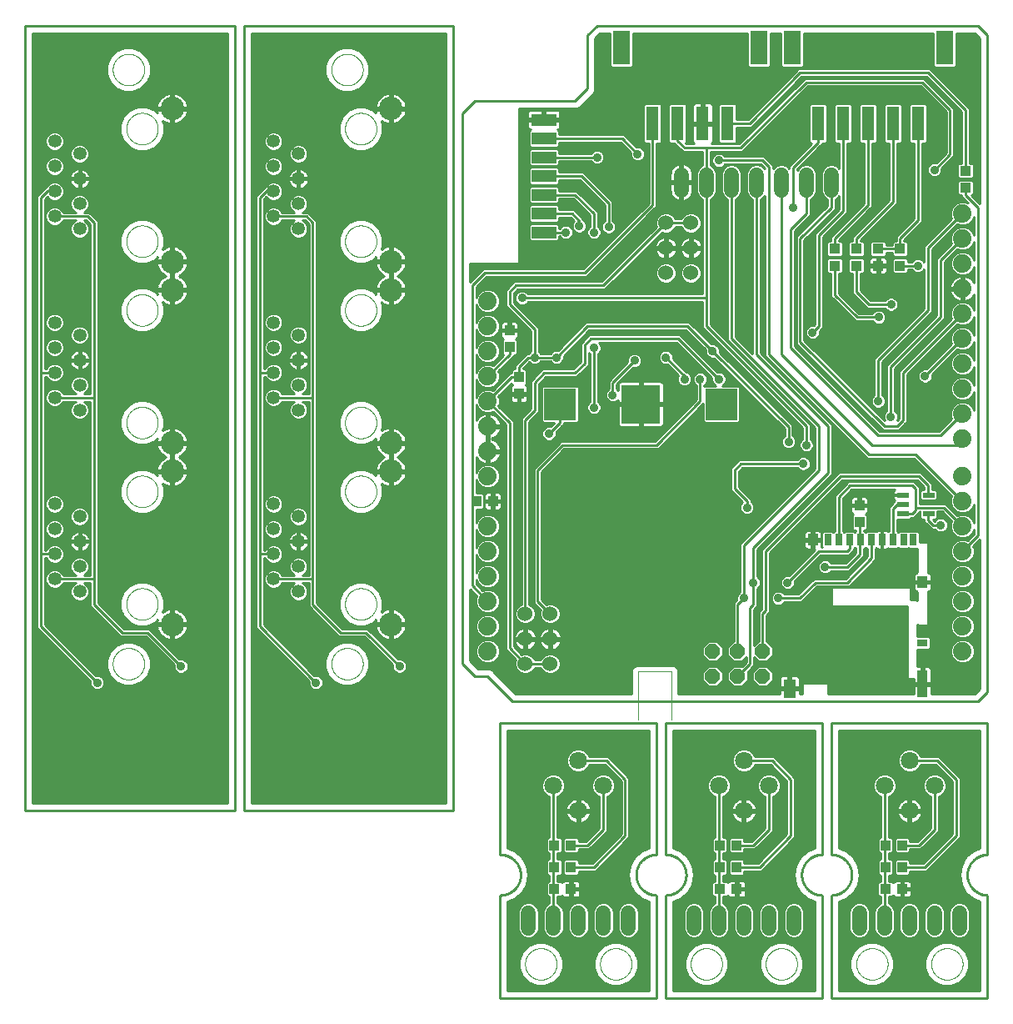
<source format=gbl>
G75*
%MOIN*%
%OFA0B0*%
%FSLAX25Y25*%
%IPPOS*%
%LPD*%
%AMOC8*
5,1,8,0,0,1.08239X$1,22.5*
%
%ADD10C,0.01000*%
%ADD11C,0.00000*%
%ADD12R,0.04331X0.03937*%
%ADD13R,0.03937X0.04331*%
%ADD14R,0.15354X0.15354*%
%ADD15R,0.12598X0.12598*%
%ADD16OC8,0.06000*%
%ADD17R,0.04724X0.02165*%
%ADD18C,0.06000*%
%ADD19R,0.02756X0.04724*%
%ADD20R,0.03937X0.04724*%
%ADD21R,0.03937X0.03150*%
%ADD22R,0.03937X0.11024*%
%ADD23R,0.05118X0.07480*%
%ADD24C,0.07400*%
%ADD25R,0.07087X0.13386*%
%ADD26R,0.05118X0.13780*%
%ADD27R,0.10000X0.05000*%
%ADD28C,0.06000*%
%ADD29C,0.07087*%
%ADD30C,0.09449*%
%ADD31C,0.05315*%
%ADD32C,0.03562*%
D10*
X0001500Y0076500D02*
X0001500Y0390250D01*
X0085250Y0390250D01*
X0085250Y0076500D01*
X0001500Y0076500D01*
X0004500Y0079500D02*
X0004500Y0387250D01*
X0082250Y0387250D01*
X0082250Y0079500D01*
X0004500Y0079500D01*
X0004500Y0079622D02*
X0082250Y0079622D01*
X0082250Y0080621D02*
X0004500Y0080621D01*
X0004500Y0081619D02*
X0082250Y0081619D01*
X0082250Y0082618D02*
X0004500Y0082618D01*
X0004500Y0083616D02*
X0082250Y0083616D01*
X0082250Y0084615D02*
X0004500Y0084615D01*
X0004500Y0085613D02*
X0082250Y0085613D01*
X0082250Y0086612D02*
X0004500Y0086612D01*
X0004500Y0087610D02*
X0082250Y0087610D01*
X0082250Y0088609D02*
X0004500Y0088609D01*
X0004500Y0089607D02*
X0082250Y0089607D01*
X0082250Y0090606D02*
X0004500Y0090606D01*
X0004500Y0091604D02*
X0082250Y0091604D01*
X0082250Y0092603D02*
X0004500Y0092603D01*
X0004500Y0093601D02*
X0082250Y0093601D01*
X0082250Y0094600D02*
X0004500Y0094600D01*
X0004500Y0095598D02*
X0082250Y0095598D01*
X0082250Y0096597D02*
X0004500Y0096597D01*
X0004500Y0097595D02*
X0082250Y0097595D01*
X0082250Y0098594D02*
X0004500Y0098594D01*
X0004500Y0099592D02*
X0082250Y0099592D01*
X0082250Y0100591D02*
X0004500Y0100591D01*
X0004500Y0101589D02*
X0082250Y0101589D01*
X0082250Y0102588D02*
X0004500Y0102588D01*
X0004500Y0103586D02*
X0082250Y0103586D01*
X0082250Y0104585D02*
X0004500Y0104585D01*
X0004500Y0105583D02*
X0082250Y0105583D01*
X0082250Y0106582D02*
X0004500Y0106582D01*
X0004500Y0107580D02*
X0082250Y0107580D01*
X0082250Y0108579D02*
X0004500Y0108579D01*
X0004500Y0109577D02*
X0082250Y0109577D01*
X0082250Y0110576D02*
X0004500Y0110576D01*
X0004500Y0111574D02*
X0082250Y0111574D01*
X0082250Y0112573D02*
X0004500Y0112573D01*
X0004500Y0113571D02*
X0082250Y0113571D01*
X0082250Y0114570D02*
X0004500Y0114570D01*
X0004500Y0115568D02*
X0082250Y0115568D01*
X0082250Y0116567D02*
X0004500Y0116567D01*
X0004500Y0117566D02*
X0082250Y0117566D01*
X0082250Y0118564D02*
X0004500Y0118564D01*
X0004500Y0119563D02*
X0082250Y0119563D01*
X0082250Y0120561D02*
X0004500Y0120561D01*
X0004500Y0121560D02*
X0082250Y0121560D01*
X0082250Y0122558D02*
X0004500Y0122558D01*
X0004500Y0123557D02*
X0082250Y0123557D01*
X0082250Y0124555D02*
X0004500Y0124555D01*
X0004500Y0125554D02*
X0028372Y0125554D01*
X0028618Y0125308D02*
X0027808Y0126118D01*
X0027369Y0127177D01*
X0027369Y0128323D01*
X0027382Y0128355D01*
X0006150Y0149587D01*
X0006150Y0322163D01*
X0007087Y0323100D01*
X0009735Y0325748D01*
X0009838Y0325748D01*
X0010057Y0326276D01*
X0011114Y0327333D01*
X0012495Y0327905D01*
X0013990Y0327905D01*
X0015371Y0327333D01*
X0016428Y0326276D01*
X0017000Y0324895D01*
X0017000Y0323400D01*
X0016428Y0322019D01*
X0015371Y0320962D01*
X0013990Y0320390D01*
X0012495Y0320390D01*
X0011114Y0320962D01*
X0010294Y0321782D01*
X0009350Y0320837D01*
X0009350Y0253248D01*
X0009838Y0253248D01*
X0010057Y0253776D01*
X0011114Y0254833D01*
X0012495Y0255405D01*
X0013990Y0255405D01*
X0015371Y0254833D01*
X0016428Y0253776D01*
X0017000Y0252395D01*
X0017000Y0250900D01*
X0016428Y0249519D01*
X0015371Y0248462D01*
X0013990Y0247890D01*
X0012495Y0247890D01*
X0011114Y0248462D01*
X0010057Y0249519D01*
X0009838Y0250048D01*
X0009350Y0250048D01*
X0009350Y0180748D01*
X0009838Y0180748D01*
X0010057Y0181276D01*
X0011114Y0182333D01*
X0012495Y0182905D01*
X0013990Y0182905D01*
X0015371Y0182333D01*
X0016428Y0181276D01*
X0017000Y0179895D01*
X0017000Y0178400D01*
X0016428Y0177019D01*
X0015371Y0175962D01*
X0013990Y0175390D01*
X0012495Y0175390D01*
X0011114Y0175962D01*
X0010057Y0177019D01*
X0009838Y0177548D01*
X0009350Y0177548D01*
X0009350Y0150913D01*
X0029645Y0130618D01*
X0029677Y0130631D01*
X0030823Y0130631D01*
X0031882Y0130192D01*
X0032692Y0129382D01*
X0033131Y0128323D01*
X0033131Y0127177D01*
X0032692Y0126118D01*
X0031882Y0125308D01*
X0030823Y0124869D01*
X0029677Y0124869D01*
X0028618Y0125308D01*
X0027628Y0126552D02*
X0004500Y0126552D01*
X0004500Y0127551D02*
X0027369Y0127551D01*
X0027188Y0128549D02*
X0004500Y0128549D01*
X0004500Y0129548D02*
X0026190Y0129548D01*
X0025191Y0130546D02*
X0004500Y0130546D01*
X0004500Y0131545D02*
X0024193Y0131545D01*
X0023194Y0132543D02*
X0004500Y0132543D01*
X0004500Y0133542D02*
X0022196Y0133542D01*
X0021197Y0134540D02*
X0004500Y0134540D01*
X0004500Y0135539D02*
X0020199Y0135539D01*
X0019200Y0136537D02*
X0004500Y0136537D01*
X0004500Y0137536D02*
X0018202Y0137536D01*
X0017203Y0138534D02*
X0004500Y0138534D01*
X0004500Y0139533D02*
X0016205Y0139533D01*
X0015206Y0140531D02*
X0004500Y0140531D01*
X0004500Y0141530D02*
X0014207Y0141530D01*
X0013209Y0142528D02*
X0004500Y0142528D01*
X0004500Y0143527D02*
X0012210Y0143527D01*
X0011212Y0144525D02*
X0004500Y0144525D01*
X0004500Y0145524D02*
X0010213Y0145524D01*
X0009215Y0146522D02*
X0004500Y0146522D01*
X0004500Y0147521D02*
X0008216Y0147521D01*
X0007218Y0148519D02*
X0004500Y0148519D01*
X0004500Y0149518D02*
X0006219Y0149518D01*
X0006150Y0150516D02*
X0004500Y0150516D01*
X0004500Y0151515D02*
X0006150Y0151515D01*
X0006150Y0152513D02*
X0004500Y0152513D01*
X0004500Y0153512D02*
X0006150Y0153512D01*
X0006150Y0154510D02*
X0004500Y0154510D01*
X0004500Y0155509D02*
X0006150Y0155509D01*
X0006150Y0156507D02*
X0004500Y0156507D01*
X0004500Y0157506D02*
X0006150Y0157506D01*
X0006150Y0158504D02*
X0004500Y0158504D01*
X0004500Y0159503D02*
X0006150Y0159503D01*
X0006150Y0160501D02*
X0004500Y0160501D01*
X0004500Y0161500D02*
X0006150Y0161500D01*
X0006150Y0162499D02*
X0004500Y0162499D01*
X0004500Y0163497D02*
X0006150Y0163497D01*
X0006150Y0164496D02*
X0004500Y0164496D01*
X0004500Y0165494D02*
X0006150Y0165494D01*
X0006150Y0166493D02*
X0004500Y0166493D01*
X0004500Y0167491D02*
X0006150Y0167491D01*
X0006150Y0168490D02*
X0004500Y0168490D01*
X0004500Y0169488D02*
X0006150Y0169488D01*
X0006150Y0170487D02*
X0004500Y0170487D01*
X0004500Y0171485D02*
X0006150Y0171485D01*
X0006150Y0172484D02*
X0004500Y0172484D01*
X0004500Y0173482D02*
X0006150Y0173482D01*
X0006150Y0174481D02*
X0004500Y0174481D01*
X0004500Y0175479D02*
X0006150Y0175479D01*
X0006150Y0176478D02*
X0004500Y0176478D01*
X0004500Y0177476D02*
X0006150Y0177476D01*
X0006150Y0178475D02*
X0004500Y0178475D01*
X0004500Y0179473D02*
X0006150Y0179473D01*
X0006150Y0180472D02*
X0004500Y0180472D01*
X0004500Y0181470D02*
X0006150Y0181470D01*
X0006150Y0182469D02*
X0004500Y0182469D01*
X0004500Y0183467D02*
X0006150Y0183467D01*
X0006150Y0184466D02*
X0004500Y0184466D01*
X0004500Y0185464D02*
X0006150Y0185464D01*
X0006150Y0186463D02*
X0004500Y0186463D01*
X0004500Y0187461D02*
X0006150Y0187461D01*
X0006150Y0188460D02*
X0004500Y0188460D01*
X0004500Y0189458D02*
X0006150Y0189458D01*
X0006150Y0190457D02*
X0004500Y0190457D01*
X0004500Y0191455D02*
X0006150Y0191455D01*
X0006150Y0192454D02*
X0004500Y0192454D01*
X0004500Y0193452D02*
X0006150Y0193452D01*
X0006150Y0194451D02*
X0004500Y0194451D01*
X0004500Y0195449D02*
X0006150Y0195449D01*
X0006150Y0196448D02*
X0004500Y0196448D01*
X0004500Y0197446D02*
X0006150Y0197446D01*
X0006150Y0198445D02*
X0004500Y0198445D01*
X0004500Y0199443D02*
X0006150Y0199443D01*
X0006150Y0200442D02*
X0004500Y0200442D01*
X0004500Y0201440D02*
X0006150Y0201440D01*
X0006150Y0202439D02*
X0004500Y0202439D01*
X0004500Y0203437D02*
X0006150Y0203437D01*
X0006150Y0204436D02*
X0004500Y0204436D01*
X0004500Y0205434D02*
X0006150Y0205434D01*
X0006150Y0206433D02*
X0004500Y0206433D01*
X0004500Y0207432D02*
X0006150Y0207432D01*
X0006150Y0208430D02*
X0004500Y0208430D01*
X0004500Y0209429D02*
X0006150Y0209429D01*
X0006150Y0210427D02*
X0004500Y0210427D01*
X0004500Y0211426D02*
X0006150Y0211426D01*
X0006150Y0212424D02*
X0004500Y0212424D01*
X0004500Y0213423D02*
X0006150Y0213423D01*
X0006150Y0214421D02*
X0004500Y0214421D01*
X0004500Y0215420D02*
X0006150Y0215420D01*
X0006150Y0216418D02*
X0004500Y0216418D01*
X0004500Y0217417D02*
X0006150Y0217417D01*
X0006150Y0218415D02*
X0004500Y0218415D01*
X0004500Y0219414D02*
X0006150Y0219414D01*
X0006150Y0220412D02*
X0004500Y0220412D01*
X0004500Y0221411D02*
X0006150Y0221411D01*
X0006150Y0222409D02*
X0004500Y0222409D01*
X0004500Y0223408D02*
X0006150Y0223408D01*
X0006150Y0224406D02*
X0004500Y0224406D01*
X0004500Y0225405D02*
X0006150Y0225405D01*
X0006150Y0226403D02*
X0004500Y0226403D01*
X0004500Y0227402D02*
X0006150Y0227402D01*
X0006150Y0228400D02*
X0004500Y0228400D01*
X0004500Y0229399D02*
X0006150Y0229399D01*
X0006150Y0230397D02*
X0004500Y0230397D01*
X0004500Y0231396D02*
X0006150Y0231396D01*
X0006150Y0232394D02*
X0004500Y0232394D01*
X0004500Y0233393D02*
X0006150Y0233393D01*
X0006150Y0234391D02*
X0004500Y0234391D01*
X0004500Y0235390D02*
X0006150Y0235390D01*
X0006150Y0236388D02*
X0004500Y0236388D01*
X0004500Y0237387D02*
X0006150Y0237387D01*
X0006150Y0238385D02*
X0004500Y0238385D01*
X0004500Y0239384D02*
X0006150Y0239384D01*
X0006150Y0240382D02*
X0004500Y0240382D01*
X0004500Y0241381D02*
X0006150Y0241381D01*
X0006150Y0242379D02*
X0004500Y0242379D01*
X0004500Y0243378D02*
X0006150Y0243378D01*
X0006150Y0244376D02*
X0004500Y0244376D01*
X0004500Y0245375D02*
X0006150Y0245375D01*
X0006150Y0246373D02*
X0004500Y0246373D01*
X0004500Y0247372D02*
X0006150Y0247372D01*
X0006150Y0248370D02*
X0004500Y0248370D01*
X0004500Y0249369D02*
X0006150Y0249369D01*
X0006150Y0250368D02*
X0004500Y0250368D01*
X0004500Y0251366D02*
X0006150Y0251366D01*
X0006150Y0252365D02*
X0004500Y0252365D01*
X0004500Y0253363D02*
X0006150Y0253363D01*
X0006150Y0254362D02*
X0004500Y0254362D01*
X0004500Y0255360D02*
X0006150Y0255360D01*
X0006150Y0256359D02*
X0004500Y0256359D01*
X0004500Y0257357D02*
X0006150Y0257357D01*
X0006150Y0258356D02*
X0004500Y0258356D01*
X0004500Y0259354D02*
X0006150Y0259354D01*
X0006150Y0260353D02*
X0004500Y0260353D01*
X0004500Y0261351D02*
X0006150Y0261351D01*
X0006150Y0262350D02*
X0004500Y0262350D01*
X0004500Y0263348D02*
X0006150Y0263348D01*
X0006150Y0264347D02*
X0004500Y0264347D01*
X0004500Y0265345D02*
X0006150Y0265345D01*
X0006150Y0266344D02*
X0004500Y0266344D01*
X0004500Y0267342D02*
X0006150Y0267342D01*
X0006150Y0268341D02*
X0004500Y0268341D01*
X0004500Y0269339D02*
X0006150Y0269339D01*
X0006150Y0270338D02*
X0004500Y0270338D01*
X0004500Y0271336D02*
X0006150Y0271336D01*
X0006150Y0272335D02*
X0004500Y0272335D01*
X0004500Y0273333D02*
X0006150Y0273333D01*
X0006150Y0274332D02*
X0004500Y0274332D01*
X0004500Y0275330D02*
X0006150Y0275330D01*
X0006150Y0276329D02*
X0004500Y0276329D01*
X0004500Y0277327D02*
X0006150Y0277327D01*
X0006150Y0278326D02*
X0004500Y0278326D01*
X0004500Y0279324D02*
X0006150Y0279324D01*
X0006150Y0280323D02*
X0004500Y0280323D01*
X0004500Y0281321D02*
X0006150Y0281321D01*
X0006150Y0282320D02*
X0004500Y0282320D01*
X0004500Y0283318D02*
X0006150Y0283318D01*
X0006150Y0284317D02*
X0004500Y0284317D01*
X0004500Y0285315D02*
X0006150Y0285315D01*
X0006150Y0286314D02*
X0004500Y0286314D01*
X0004500Y0287312D02*
X0006150Y0287312D01*
X0006150Y0288311D02*
X0004500Y0288311D01*
X0004500Y0289309D02*
X0006150Y0289309D01*
X0006150Y0290308D02*
X0004500Y0290308D01*
X0004500Y0291306D02*
X0006150Y0291306D01*
X0006150Y0292305D02*
X0004500Y0292305D01*
X0004500Y0293303D02*
X0006150Y0293303D01*
X0006150Y0294302D02*
X0004500Y0294302D01*
X0004500Y0295301D02*
X0006150Y0295301D01*
X0006150Y0296299D02*
X0004500Y0296299D01*
X0004500Y0297298D02*
X0006150Y0297298D01*
X0006150Y0298296D02*
X0004500Y0298296D01*
X0004500Y0299295D02*
X0006150Y0299295D01*
X0006150Y0300293D02*
X0004500Y0300293D01*
X0004500Y0301292D02*
X0006150Y0301292D01*
X0006150Y0302290D02*
X0004500Y0302290D01*
X0004500Y0303289D02*
X0006150Y0303289D01*
X0006150Y0304287D02*
X0004500Y0304287D01*
X0004500Y0305286D02*
X0006150Y0305286D01*
X0006150Y0306284D02*
X0004500Y0306284D01*
X0004500Y0307283D02*
X0006150Y0307283D01*
X0006150Y0308281D02*
X0004500Y0308281D01*
X0004500Y0309280D02*
X0006150Y0309280D01*
X0006150Y0310278D02*
X0004500Y0310278D01*
X0004500Y0311277D02*
X0006150Y0311277D01*
X0006150Y0312275D02*
X0004500Y0312275D01*
X0004500Y0313274D02*
X0006150Y0313274D01*
X0006150Y0314272D02*
X0004500Y0314272D01*
X0004500Y0315271D02*
X0006150Y0315271D01*
X0006150Y0316269D02*
X0004500Y0316269D01*
X0004500Y0317268D02*
X0006150Y0317268D01*
X0006150Y0318266D02*
X0004500Y0318266D01*
X0004500Y0319265D02*
X0006150Y0319265D01*
X0006150Y0320263D02*
X0004500Y0320263D01*
X0004500Y0321262D02*
X0006150Y0321262D01*
X0006248Y0322260D02*
X0004500Y0322260D01*
X0004500Y0323259D02*
X0007246Y0323259D01*
X0008245Y0324257D02*
X0004500Y0324257D01*
X0004500Y0325256D02*
X0009243Y0325256D01*
X0010048Y0326254D02*
X0004500Y0326254D01*
X0004500Y0327253D02*
X0011033Y0327253D01*
X0010398Y0324148D02*
X0007750Y0321500D01*
X0007750Y0251648D01*
X0013242Y0251648D01*
X0010642Y0254362D02*
X0009350Y0254362D01*
X0009350Y0255360D02*
X0012386Y0255360D01*
X0014098Y0255360D02*
X0019289Y0255360D01*
X0019389Y0255052D02*
X0019686Y0254469D01*
X0020071Y0253939D01*
X0020534Y0253476D01*
X0021063Y0253092D01*
X0021646Y0252795D01*
X0022269Y0252593D01*
X0022856Y0252499D01*
X0022856Y0256262D01*
X0019094Y0256262D01*
X0019187Y0255674D01*
X0019389Y0255052D01*
X0019764Y0254362D02*
X0015842Y0254362D01*
X0016599Y0253363D02*
X0020690Y0253363D01*
X0022856Y0253363D02*
X0023628Y0253363D01*
X0023628Y0252499D02*
X0024216Y0252593D01*
X0024838Y0252795D01*
X0025421Y0253092D01*
X0025951Y0253476D01*
X0026413Y0253939D01*
X0026798Y0254469D01*
X0027095Y0255052D01*
X0027297Y0255674D01*
X0027390Y0256262D01*
X0023628Y0256262D01*
X0023628Y0257033D01*
X0027390Y0257033D01*
X0027297Y0257621D01*
X0027095Y0258244D01*
X0026798Y0258827D01*
X0026413Y0259356D01*
X0025951Y0259819D01*
X0025421Y0260203D01*
X0024838Y0260501D01*
X0024216Y0260703D01*
X0023628Y0260796D01*
X0023628Y0257034D01*
X0022856Y0257034D01*
X0022856Y0260796D01*
X0022269Y0260703D01*
X0021646Y0260501D01*
X0021063Y0260203D01*
X0020534Y0259819D01*
X0020071Y0259356D01*
X0019686Y0258827D01*
X0019389Y0258244D01*
X0019187Y0257621D01*
X0019094Y0257033D01*
X0022856Y0257033D01*
X0022856Y0256262D01*
X0023628Y0256262D01*
X0023628Y0252499D01*
X0023628Y0254362D02*
X0022856Y0254362D01*
X0022856Y0255360D02*
X0023628Y0255360D01*
X0023628Y0256359D02*
X0027400Y0256359D01*
X0027400Y0257357D02*
X0027339Y0257357D01*
X0027400Y0258356D02*
X0027038Y0258356D01*
X0027400Y0259354D02*
X0026415Y0259354D01*
X0027400Y0260353D02*
X0025128Y0260353D01*
X0023628Y0260353D02*
X0022856Y0260353D01*
X0022856Y0259354D02*
X0023628Y0259354D01*
X0023628Y0258356D02*
X0022856Y0258356D01*
X0022856Y0257357D02*
X0023628Y0257357D01*
X0022856Y0256359D02*
X0009350Y0256359D01*
X0009350Y0257357D02*
X0019145Y0257357D01*
X0019446Y0258356D02*
X0015113Y0258356D01*
X0015371Y0258462D02*
X0016428Y0259519D01*
X0017000Y0260900D01*
X0017000Y0262395D01*
X0016428Y0263776D01*
X0015371Y0264833D01*
X0013990Y0265405D01*
X0012495Y0265405D01*
X0011114Y0264833D01*
X0010057Y0263776D01*
X0009485Y0262395D01*
X0009485Y0260900D01*
X0010057Y0259519D01*
X0011114Y0258462D01*
X0012495Y0257890D01*
X0013990Y0257890D01*
X0015371Y0258462D01*
X0016262Y0259354D02*
X0020070Y0259354D01*
X0021356Y0260353D02*
X0016773Y0260353D01*
X0017000Y0261351D02*
X0027400Y0261351D01*
X0027400Y0262350D02*
X0017000Y0262350D01*
X0016605Y0263348D02*
X0021389Y0263348D01*
X0021114Y0263462D02*
X0022495Y0262890D01*
X0023990Y0262890D01*
X0025371Y0263462D01*
X0026428Y0264519D01*
X0027000Y0265900D01*
X0027000Y0267395D01*
X0026428Y0268776D01*
X0025371Y0269833D01*
X0023990Y0270405D01*
X0022495Y0270405D01*
X0021114Y0269833D01*
X0020057Y0268776D01*
X0019485Y0267395D01*
X0019485Y0265900D01*
X0020057Y0264519D01*
X0021114Y0263462D01*
X0020229Y0264347D02*
X0015857Y0264347D01*
X0014134Y0265345D02*
X0019715Y0265345D01*
X0019485Y0266344D02*
X0009350Y0266344D01*
X0009350Y0267342D02*
X0019485Y0267342D01*
X0019876Y0268341D02*
X0015077Y0268341D01*
X0015371Y0268462D02*
X0016428Y0269519D01*
X0017000Y0270900D01*
X0017000Y0272395D01*
X0016428Y0273776D01*
X0015371Y0274833D01*
X0013990Y0275405D01*
X0012495Y0275405D01*
X0011114Y0274833D01*
X0010057Y0273776D01*
X0009485Y0272395D01*
X0009485Y0270900D01*
X0010057Y0269519D01*
X0011114Y0268462D01*
X0012495Y0267890D01*
X0013990Y0267890D01*
X0015371Y0268462D01*
X0016248Y0269339D02*
X0020620Y0269339D01*
X0022332Y0270338D02*
X0016767Y0270338D01*
X0017000Y0271336D02*
X0027400Y0271336D01*
X0027400Y0270338D02*
X0024152Y0270338D01*
X0025864Y0269339D02*
X0027400Y0269339D01*
X0027400Y0268341D02*
X0026608Y0268341D01*
X0027000Y0267342D02*
X0027400Y0267342D01*
X0027400Y0266344D02*
X0027000Y0266344D01*
X0026770Y0265345D02*
X0027400Y0265345D01*
X0027400Y0264347D02*
X0026255Y0264347D01*
X0027400Y0263348D02*
X0025095Y0263348D01*
X0030600Y0263348D02*
X0082250Y0263348D01*
X0082250Y0262350D02*
X0030600Y0262350D01*
X0030600Y0261351D02*
X0082250Y0261351D01*
X0082250Y0260353D02*
X0030600Y0260353D01*
X0030600Y0259354D02*
X0082250Y0259354D01*
X0082250Y0258356D02*
X0030600Y0258356D01*
X0030600Y0257357D02*
X0082250Y0257357D01*
X0082250Y0256359D02*
X0030600Y0256359D01*
X0030600Y0255360D02*
X0082250Y0255360D01*
X0082250Y0254362D02*
X0030600Y0254362D01*
X0030600Y0253363D02*
X0082250Y0253363D01*
X0082250Y0252365D02*
X0030600Y0252365D01*
X0030600Y0251366D02*
X0082250Y0251366D01*
X0082250Y0250368D02*
X0030600Y0250368D01*
X0030600Y0249369D02*
X0082250Y0249369D01*
X0082250Y0248370D02*
X0030600Y0248370D01*
X0030600Y0247372D02*
X0082250Y0247372D01*
X0082250Y0246373D02*
X0030600Y0246373D01*
X0030600Y0245375D02*
X0082250Y0245375D01*
X0082250Y0244376D02*
X0030600Y0244376D01*
X0030600Y0243378D02*
X0082250Y0243378D01*
X0082250Y0242379D02*
X0030600Y0242379D01*
X0030600Y0241381D02*
X0082250Y0241381D01*
X0082250Y0240382D02*
X0050109Y0240382D01*
X0049953Y0240447D02*
X0046452Y0240447D01*
X0043218Y0239107D01*
X0040743Y0236632D01*
X0039404Y0233398D01*
X0039404Y0229897D01*
X0040743Y0226663D01*
X0043218Y0224188D01*
X0046452Y0222848D01*
X0049953Y0222848D01*
X0053187Y0224188D01*
X0054258Y0225259D01*
X0054179Y0225015D01*
X0054027Y0224057D01*
X0059750Y0224057D01*
X0059750Y0223057D01*
X0060750Y0223057D01*
X0060750Y0218461D01*
X0060750Y0212738D01*
X0066473Y0212738D01*
X0066321Y0213696D01*
X0066018Y0214628D01*
X0065574Y0215500D01*
X0064998Y0216293D01*
X0064305Y0216986D01*
X0063512Y0217562D01*
X0062853Y0217898D01*
X0063512Y0218233D01*
X0064305Y0218809D01*
X0064998Y0219502D01*
X0065574Y0220295D01*
X0066018Y0221168D01*
X0066321Y0222100D01*
X0066473Y0223057D01*
X0060750Y0223057D01*
X0060750Y0224057D01*
X0066473Y0224057D01*
X0066321Y0225015D01*
X0066018Y0225946D01*
X0065574Y0226819D01*
X0064998Y0227612D01*
X0064305Y0228305D01*
X0063512Y0228881D01*
X0062639Y0229325D01*
X0061708Y0229628D01*
X0060750Y0229780D01*
X0060750Y0224057D01*
X0059750Y0224057D01*
X0059750Y0229780D01*
X0058792Y0229628D01*
X0057861Y0229325D01*
X0056988Y0228881D01*
X0056406Y0228458D01*
X0057002Y0229897D01*
X0057002Y0233398D01*
X0055662Y0236632D01*
X0053187Y0239107D01*
X0049953Y0240447D01*
X0052519Y0239384D02*
X0082250Y0239384D01*
X0082250Y0238385D02*
X0053909Y0238385D01*
X0054907Y0237387D02*
X0082250Y0237387D01*
X0082250Y0236388D02*
X0055763Y0236388D01*
X0056177Y0235390D02*
X0082250Y0235390D01*
X0082250Y0234391D02*
X0056590Y0234391D01*
X0057002Y0233393D02*
X0082250Y0233393D01*
X0082250Y0232394D02*
X0057002Y0232394D01*
X0057002Y0231396D02*
X0082250Y0231396D01*
X0082250Y0230397D02*
X0057002Y0230397D01*
X0056795Y0229399D02*
X0058086Y0229399D01*
X0059750Y0229399D02*
X0060750Y0229399D01*
X0060750Y0228400D02*
X0059750Y0228400D01*
X0059750Y0227402D02*
X0060750Y0227402D01*
X0060750Y0226403D02*
X0059750Y0226403D01*
X0059750Y0225405D02*
X0060750Y0225405D01*
X0060750Y0224406D02*
X0059750Y0224406D01*
X0059750Y0223408D02*
X0051303Y0223408D01*
X0053405Y0224406D02*
X0054082Y0224406D01*
X0054027Y0223057D02*
X0054179Y0222100D01*
X0054482Y0221168D01*
X0054926Y0220295D01*
X0055502Y0219502D01*
X0056195Y0218809D01*
X0056988Y0218233D01*
X0057647Y0217898D01*
X0056988Y0217562D01*
X0056195Y0216986D01*
X0055502Y0216293D01*
X0054926Y0215500D01*
X0054482Y0214628D01*
X0054179Y0213696D01*
X0054027Y0212738D01*
X0059750Y0212738D01*
X0059750Y0211738D01*
X0060750Y0211738D01*
X0060750Y0206015D01*
X0061708Y0206167D01*
X0062639Y0206470D01*
X0063512Y0206915D01*
X0064305Y0207490D01*
X0064998Y0208183D01*
X0065574Y0208976D01*
X0066018Y0209849D01*
X0066321Y0210781D01*
X0066473Y0211738D01*
X0060750Y0211738D01*
X0060750Y0212738D01*
X0059750Y0212738D01*
X0059750Y0223057D01*
X0054027Y0223057D01*
X0054130Y0222409D02*
X0030600Y0222409D01*
X0030600Y0221411D02*
X0054403Y0221411D01*
X0054867Y0220412D02*
X0030600Y0220412D01*
X0030600Y0219414D02*
X0055591Y0219414D01*
X0056738Y0218415D02*
X0030600Y0218415D01*
X0030600Y0217417D02*
X0056788Y0217417D01*
X0055627Y0216418D02*
X0030600Y0216418D01*
X0030600Y0215420D02*
X0054885Y0215420D01*
X0054415Y0214421D02*
X0030600Y0214421D01*
X0030600Y0213423D02*
X0054136Y0213423D01*
X0054027Y0211738D02*
X0054179Y0210781D01*
X0054258Y0210536D01*
X0053187Y0211607D01*
X0049953Y0212947D01*
X0046452Y0212947D01*
X0043218Y0211607D01*
X0040743Y0209132D01*
X0039404Y0205898D01*
X0039404Y0202397D01*
X0040743Y0199163D01*
X0043218Y0196688D01*
X0046452Y0195348D01*
X0049953Y0195348D01*
X0053187Y0196688D01*
X0055662Y0199163D01*
X0057002Y0202397D01*
X0057002Y0205898D01*
X0056406Y0207337D01*
X0056988Y0206915D01*
X0057861Y0206470D01*
X0058792Y0206167D01*
X0059750Y0206015D01*
X0059750Y0211738D01*
X0054027Y0211738D01*
X0054077Y0211426D02*
X0053369Y0211426D01*
X0051215Y0212424D02*
X0059750Y0212424D01*
X0059750Y0211426D02*
X0060750Y0211426D01*
X0060750Y0212424D02*
X0082250Y0212424D01*
X0082250Y0211426D02*
X0066423Y0211426D01*
X0066206Y0210427D02*
X0082250Y0210427D01*
X0082250Y0209429D02*
X0065804Y0209429D01*
X0065177Y0208430D02*
X0082250Y0208430D01*
X0082250Y0207432D02*
X0064224Y0207432D01*
X0062526Y0206433D02*
X0082250Y0206433D01*
X0082250Y0205434D02*
X0057002Y0205434D01*
X0057002Y0204436D02*
X0082250Y0204436D01*
X0082250Y0203437D02*
X0057002Y0203437D01*
X0057002Y0202439D02*
X0082250Y0202439D01*
X0082250Y0201440D02*
X0056606Y0201440D01*
X0056192Y0200442D02*
X0082250Y0200442D01*
X0082250Y0199443D02*
X0055778Y0199443D01*
X0054944Y0198445D02*
X0082250Y0198445D01*
X0082250Y0197446D02*
X0053945Y0197446D01*
X0052607Y0196448D02*
X0082250Y0196448D01*
X0082250Y0195449D02*
X0050197Y0195449D01*
X0046209Y0195449D02*
X0030600Y0195449D01*
X0030600Y0194451D02*
X0082250Y0194451D01*
X0082250Y0193452D02*
X0030600Y0193452D01*
X0030600Y0192454D02*
X0082250Y0192454D01*
X0082250Y0191455D02*
X0030600Y0191455D01*
X0030600Y0190457D02*
X0082250Y0190457D01*
X0082250Y0189458D02*
X0030600Y0189458D01*
X0030600Y0188460D02*
X0082250Y0188460D01*
X0082250Y0187461D02*
X0030600Y0187461D01*
X0030600Y0186463D02*
X0082250Y0186463D01*
X0082250Y0185464D02*
X0030600Y0185464D01*
X0030600Y0184466D02*
X0082250Y0184466D01*
X0082250Y0183467D02*
X0030600Y0183467D01*
X0030600Y0182469D02*
X0082250Y0182469D01*
X0082250Y0181470D02*
X0030600Y0181470D01*
X0030600Y0180472D02*
X0082250Y0180472D01*
X0082250Y0179473D02*
X0030600Y0179473D01*
X0030600Y0178475D02*
X0082250Y0178475D01*
X0082250Y0177476D02*
X0030600Y0177476D01*
X0030600Y0176478D02*
X0082250Y0176478D01*
X0082250Y0175479D02*
X0030600Y0175479D01*
X0030600Y0174481D02*
X0082250Y0174481D01*
X0082250Y0173482D02*
X0030600Y0173482D01*
X0030600Y0172484D02*
X0082250Y0172484D01*
X0082250Y0171485D02*
X0030600Y0171485D01*
X0030600Y0170487D02*
X0082250Y0170487D01*
X0082250Y0169488D02*
X0030600Y0169488D01*
X0030600Y0168490D02*
X0082250Y0168490D01*
X0082250Y0167491D02*
X0051053Y0167491D01*
X0049953Y0167947D02*
X0053187Y0166607D01*
X0055662Y0164132D01*
X0057002Y0160898D01*
X0057002Y0157397D01*
X0056406Y0155958D01*
X0056988Y0156381D01*
X0057861Y0156825D01*
X0058792Y0157128D01*
X0059750Y0157280D01*
X0059750Y0151557D01*
X0059750Y0150557D01*
X0060750Y0150557D01*
X0060750Y0144834D01*
X0061708Y0144986D01*
X0062639Y0145289D01*
X0063512Y0145733D01*
X0064305Y0146309D01*
X0064998Y0147002D01*
X0065574Y0147795D01*
X0066018Y0148668D01*
X0066321Y0149600D01*
X0066473Y0150557D01*
X0060750Y0150557D01*
X0060750Y0151557D01*
X0066473Y0151557D01*
X0066321Y0152515D01*
X0066018Y0153446D01*
X0065574Y0154319D01*
X0064998Y0155112D01*
X0064305Y0155805D01*
X0063512Y0156381D01*
X0062639Y0156825D01*
X0061708Y0157128D01*
X0060750Y0157280D01*
X0060750Y0151557D01*
X0059750Y0151557D01*
X0054027Y0151557D01*
X0054179Y0152515D01*
X0054258Y0152759D01*
X0053187Y0151688D01*
X0049953Y0150348D01*
X0046452Y0150348D01*
X0043218Y0151688D01*
X0040743Y0154163D01*
X0039404Y0157397D01*
X0039404Y0160898D01*
X0040743Y0164132D01*
X0043218Y0166607D01*
X0046452Y0167947D01*
X0049953Y0167947D01*
X0053302Y0166493D02*
X0082250Y0166493D01*
X0082250Y0165494D02*
X0054300Y0165494D01*
X0055299Y0164496D02*
X0082250Y0164496D01*
X0082250Y0163497D02*
X0055925Y0163497D01*
X0056339Y0162499D02*
X0082250Y0162499D01*
X0082250Y0161500D02*
X0056753Y0161500D01*
X0057002Y0160501D02*
X0082250Y0160501D01*
X0082250Y0159503D02*
X0057002Y0159503D01*
X0057002Y0158504D02*
X0082250Y0158504D01*
X0082250Y0157506D02*
X0057002Y0157506D01*
X0057237Y0156507D02*
X0056633Y0156507D01*
X0059750Y0156507D02*
X0060750Y0156507D01*
X0060750Y0155509D02*
X0059750Y0155509D01*
X0059750Y0154510D02*
X0060750Y0154510D01*
X0060750Y0153512D02*
X0059750Y0153512D01*
X0059750Y0152513D02*
X0060750Y0152513D01*
X0060750Y0151515D02*
X0082250Y0151515D01*
X0082250Y0152513D02*
X0066321Y0152513D01*
X0065985Y0153512D02*
X0082250Y0153512D01*
X0082250Y0154510D02*
X0065435Y0154510D01*
X0064601Y0155509D02*
X0082250Y0155509D01*
X0082250Y0156507D02*
X0063263Y0156507D01*
X0059750Y0151515D02*
X0052769Y0151515D01*
X0054027Y0150557D02*
X0054179Y0149600D01*
X0054482Y0148668D01*
X0054926Y0147795D01*
X0055502Y0147002D01*
X0056195Y0146309D01*
X0056988Y0145733D01*
X0057861Y0145289D01*
X0058792Y0144986D01*
X0059750Y0144834D01*
X0059750Y0150557D01*
X0054027Y0150557D01*
X0054034Y0150516D02*
X0050358Y0150516D01*
X0050913Y0149350D02*
X0040913Y0149350D01*
X0030600Y0159663D01*
X0030600Y0312163D01*
X0029663Y0313100D01*
X0027015Y0315748D01*
X0024853Y0315748D01*
X0025371Y0315962D01*
X0026428Y0317019D01*
X0027000Y0318400D01*
X0027000Y0319895D01*
X0026428Y0321276D01*
X0025371Y0322333D01*
X0023990Y0322905D01*
X0022495Y0322905D01*
X0021114Y0322333D01*
X0020057Y0321276D01*
X0019485Y0319895D01*
X0019485Y0318400D01*
X0020057Y0317019D01*
X0021114Y0315962D01*
X0021632Y0315748D01*
X0016646Y0315748D01*
X0016428Y0316276D01*
X0015371Y0317333D01*
X0013990Y0317905D01*
X0012495Y0317905D01*
X0011114Y0317333D01*
X0010057Y0316276D01*
X0009485Y0314895D01*
X0009485Y0313400D01*
X0010057Y0312019D01*
X0011114Y0310962D01*
X0012495Y0310390D01*
X0013990Y0310390D01*
X0015371Y0310962D01*
X0016428Y0312019D01*
X0016646Y0312548D01*
X0021632Y0312548D01*
X0021114Y0312333D01*
X0020057Y0311276D01*
X0019485Y0309895D01*
X0019485Y0308400D01*
X0020057Y0307019D01*
X0021114Y0305962D01*
X0022495Y0305390D01*
X0023990Y0305390D01*
X0025371Y0305962D01*
X0026428Y0307019D01*
X0027000Y0308400D01*
X0027000Y0309895D01*
X0026428Y0311276D01*
X0025371Y0312333D01*
X0024853Y0312548D01*
X0025690Y0312548D01*
X0027400Y0310837D01*
X0027400Y0243248D01*
X0024853Y0243248D01*
X0025371Y0243462D01*
X0026428Y0244519D01*
X0027000Y0245900D01*
X0027000Y0247395D01*
X0026428Y0248776D01*
X0025371Y0249833D01*
X0023990Y0250405D01*
X0022495Y0250405D01*
X0021114Y0249833D01*
X0020057Y0248776D01*
X0019485Y0247395D01*
X0019485Y0245900D01*
X0020057Y0244519D01*
X0021114Y0243462D01*
X0021632Y0243248D01*
X0016646Y0243248D01*
X0016428Y0243776D01*
X0015371Y0244833D01*
X0013990Y0245405D01*
X0012495Y0245405D01*
X0011114Y0244833D01*
X0010057Y0243776D01*
X0009485Y0242395D01*
X0009485Y0240900D01*
X0010057Y0239519D01*
X0011114Y0238462D01*
X0012495Y0237890D01*
X0013990Y0237890D01*
X0015371Y0238462D01*
X0016428Y0239519D01*
X0016646Y0240048D01*
X0021632Y0240048D01*
X0021114Y0239833D01*
X0020057Y0238776D01*
X0019485Y0237395D01*
X0019485Y0235900D01*
X0020057Y0234519D01*
X0021114Y0233462D01*
X0022495Y0232890D01*
X0023990Y0232890D01*
X0025371Y0233462D01*
X0026428Y0234519D01*
X0027000Y0235900D01*
X0027000Y0237395D01*
X0026428Y0238776D01*
X0025371Y0239833D01*
X0024853Y0240048D01*
X0027400Y0240048D01*
X0027400Y0170748D01*
X0024853Y0170748D01*
X0025371Y0170962D01*
X0026428Y0172019D01*
X0027000Y0173400D01*
X0027000Y0174895D01*
X0026428Y0176276D01*
X0025371Y0177333D01*
X0023990Y0177905D01*
X0022495Y0177905D01*
X0021114Y0177333D01*
X0020057Y0176276D01*
X0019485Y0174895D01*
X0019485Y0173400D01*
X0020057Y0172019D01*
X0021114Y0170962D01*
X0021632Y0170748D01*
X0016646Y0170748D01*
X0016428Y0171276D01*
X0015371Y0172333D01*
X0013990Y0172905D01*
X0012495Y0172905D01*
X0011114Y0172333D01*
X0010057Y0171276D01*
X0009485Y0169895D01*
X0009485Y0168400D01*
X0010057Y0167019D01*
X0011114Y0165962D01*
X0012495Y0165390D01*
X0013990Y0165390D01*
X0015371Y0165962D01*
X0016428Y0167019D01*
X0016646Y0167548D01*
X0021632Y0167548D01*
X0021114Y0167333D01*
X0020057Y0166276D01*
X0019485Y0164895D01*
X0019485Y0163400D01*
X0020057Y0162019D01*
X0021114Y0160962D01*
X0022495Y0160390D01*
X0023990Y0160390D01*
X0025371Y0160962D01*
X0026428Y0162019D01*
X0027000Y0163400D01*
X0027000Y0164895D01*
X0026428Y0166276D01*
X0025371Y0167333D01*
X0024853Y0167548D01*
X0027400Y0167548D01*
X0027400Y0158337D01*
X0038650Y0147087D01*
X0039587Y0146150D01*
X0049587Y0146150D01*
X0060882Y0134855D01*
X0060869Y0134823D01*
X0060869Y0133677D01*
X0061308Y0132618D01*
X0062118Y0131808D01*
X0063177Y0131369D01*
X0064323Y0131369D01*
X0065382Y0131808D01*
X0066192Y0132618D01*
X0066631Y0133677D01*
X0066631Y0134823D01*
X0066192Y0135882D01*
X0065382Y0136692D01*
X0064323Y0137131D01*
X0063177Y0137131D01*
X0063145Y0137118D01*
X0050913Y0149350D01*
X0051743Y0148519D02*
X0054557Y0148519D01*
X0054205Y0149518D02*
X0040745Y0149518D01*
X0039746Y0150516D02*
X0046047Y0150516D01*
X0043636Y0151515D02*
X0038748Y0151515D01*
X0037749Y0152513D02*
X0042393Y0152513D01*
X0041395Y0153512D02*
X0036751Y0153512D01*
X0035752Y0154510D02*
X0040599Y0154510D01*
X0040186Y0155509D02*
X0034754Y0155509D01*
X0033755Y0156507D02*
X0039772Y0156507D01*
X0039404Y0157506D02*
X0032757Y0157506D01*
X0031758Y0158504D02*
X0039404Y0158504D01*
X0039404Y0159503D02*
X0030760Y0159503D01*
X0030600Y0160501D02*
X0039404Y0160501D01*
X0039653Y0161500D02*
X0030600Y0161500D01*
X0030600Y0162499D02*
X0040067Y0162499D01*
X0040480Y0163497D02*
X0030600Y0163497D01*
X0030600Y0164496D02*
X0041107Y0164496D01*
X0042105Y0165494D02*
X0030600Y0165494D01*
X0030600Y0166493D02*
X0043104Y0166493D01*
X0045352Y0167491D02*
X0030600Y0167491D01*
X0029000Y0169148D02*
X0029000Y0159000D01*
X0040250Y0147750D01*
X0050250Y0147750D01*
X0063750Y0134250D01*
X0064747Y0131545D02*
X0082250Y0131545D01*
X0082250Y0132543D02*
X0066118Y0132543D01*
X0066575Y0133542D02*
X0082250Y0133542D01*
X0082250Y0134540D02*
X0066631Y0134540D01*
X0066335Y0135539D02*
X0082250Y0135539D01*
X0082250Y0136537D02*
X0065537Y0136537D01*
X0062727Y0137536D02*
X0082250Y0137536D01*
X0082250Y0138534D02*
X0061728Y0138534D01*
X0060730Y0139533D02*
X0082250Y0139533D01*
X0082250Y0140531D02*
X0059731Y0140531D01*
X0058733Y0141530D02*
X0082250Y0141530D01*
X0082250Y0142528D02*
X0057734Y0142528D01*
X0056736Y0143527D02*
X0082250Y0143527D01*
X0082250Y0144525D02*
X0055737Y0144525D01*
X0054739Y0145524D02*
X0057399Y0145524D01*
X0055982Y0146522D02*
X0053740Y0146522D01*
X0052742Y0147521D02*
X0055125Y0147521D01*
X0059750Y0147521D02*
X0060750Y0147521D01*
X0060750Y0148519D02*
X0059750Y0148519D01*
X0059750Y0149518D02*
X0060750Y0149518D01*
X0060750Y0150516D02*
X0059750Y0150516D01*
X0059750Y0146522D02*
X0060750Y0146522D01*
X0060750Y0145524D02*
X0059750Y0145524D01*
X0063101Y0145524D02*
X0082250Y0145524D01*
X0082250Y0146522D02*
X0064518Y0146522D01*
X0065375Y0147521D02*
X0082250Y0147521D01*
X0082250Y0148519D02*
X0065943Y0148519D01*
X0066295Y0149518D02*
X0082250Y0149518D01*
X0082250Y0150516D02*
X0066466Y0150516D01*
X0056205Y0139533D02*
X0050500Y0139533D01*
X0050210Y0140234D02*
X0047734Y0142710D01*
X0044500Y0144049D01*
X0041000Y0144049D01*
X0037766Y0142710D01*
X0035290Y0140234D01*
X0033951Y0137000D01*
X0033951Y0133500D01*
X0035290Y0130266D01*
X0037766Y0127790D01*
X0041000Y0126451D01*
X0044500Y0126451D01*
X0047734Y0127790D01*
X0050210Y0130266D01*
X0051549Y0133500D01*
X0051549Y0137000D01*
X0050210Y0140234D01*
X0049913Y0140531D02*
X0055206Y0140531D01*
X0054207Y0141530D02*
X0048914Y0141530D01*
X0047916Y0142528D02*
X0053209Y0142528D01*
X0052210Y0143527D02*
X0045761Y0143527D01*
X0050213Y0145524D02*
X0014739Y0145524D01*
X0013740Y0146522D02*
X0039215Y0146522D01*
X0038216Y0147521D02*
X0012742Y0147521D01*
X0011743Y0148519D02*
X0037218Y0148519D01*
X0036219Y0149518D02*
X0010745Y0149518D01*
X0009746Y0150516D02*
X0035221Y0150516D01*
X0034222Y0151515D02*
X0009350Y0151515D01*
X0009350Y0152513D02*
X0033224Y0152513D01*
X0032225Y0153512D02*
X0009350Y0153512D01*
X0009350Y0154510D02*
X0031227Y0154510D01*
X0030228Y0155509D02*
X0009350Y0155509D01*
X0009350Y0156507D02*
X0029230Y0156507D01*
X0028231Y0157506D02*
X0009350Y0157506D01*
X0009350Y0158504D02*
X0027400Y0158504D01*
X0027400Y0159503D02*
X0009350Y0159503D01*
X0009350Y0160501D02*
X0022226Y0160501D01*
X0020576Y0161500D02*
X0009350Y0161500D01*
X0009350Y0162499D02*
X0019858Y0162499D01*
X0019485Y0163497D02*
X0009350Y0163497D01*
X0009350Y0164496D02*
X0019485Y0164496D01*
X0019733Y0165494D02*
X0014240Y0165494D01*
X0015901Y0166493D02*
X0020273Y0166493D01*
X0021495Y0167491D02*
X0016623Y0167491D01*
X0013242Y0169148D02*
X0029000Y0169148D01*
X0029000Y0241648D01*
X0013242Y0241648D01*
X0010657Y0244376D02*
X0009350Y0244376D01*
X0009350Y0243378D02*
X0009892Y0243378D01*
X0009485Y0242379D02*
X0009350Y0242379D01*
X0009350Y0241381D02*
X0009485Y0241381D01*
X0009350Y0240382D02*
X0009699Y0240382D01*
X0009350Y0239384D02*
X0010192Y0239384D01*
X0009350Y0238385D02*
X0011299Y0238385D01*
X0009350Y0237387D02*
X0019485Y0237387D01*
X0019485Y0236388D02*
X0009350Y0236388D01*
X0009350Y0235390D02*
X0019696Y0235390D01*
X0020185Y0234391D02*
X0009350Y0234391D01*
X0009350Y0233393D02*
X0021281Y0233393D01*
X0025203Y0233393D02*
X0027400Y0233393D01*
X0027400Y0234391D02*
X0026300Y0234391D01*
X0026788Y0235390D02*
X0027400Y0235390D01*
X0027400Y0236388D02*
X0027000Y0236388D01*
X0027000Y0237387D02*
X0027400Y0237387D01*
X0027400Y0238385D02*
X0026589Y0238385D01*
X0025820Y0239384D02*
X0027400Y0239384D01*
X0029000Y0241648D02*
X0029000Y0311500D01*
X0026352Y0314148D01*
X0013242Y0314148D01*
X0009485Y0314272D02*
X0009350Y0314272D01*
X0009350Y0313274D02*
X0009537Y0313274D01*
X0009350Y0312275D02*
X0009951Y0312275D01*
X0009350Y0311277D02*
X0010799Y0311277D01*
X0009350Y0310278D02*
X0019643Y0310278D01*
X0019485Y0309280D02*
X0009350Y0309280D01*
X0009350Y0308281D02*
X0019534Y0308281D01*
X0019948Y0307283D02*
X0009350Y0307283D01*
X0009350Y0306284D02*
X0020792Y0306284D01*
X0025693Y0306284D02*
X0027400Y0306284D01*
X0027400Y0305286D02*
X0009350Y0305286D01*
X0009350Y0304287D02*
X0027400Y0304287D01*
X0027400Y0303289D02*
X0009350Y0303289D01*
X0009350Y0302290D02*
X0027400Y0302290D01*
X0027400Y0301292D02*
X0009350Y0301292D01*
X0009350Y0300293D02*
X0027400Y0300293D01*
X0027400Y0299295D02*
X0009350Y0299295D01*
X0009350Y0298296D02*
X0027400Y0298296D01*
X0027400Y0297298D02*
X0009350Y0297298D01*
X0009350Y0296299D02*
X0027400Y0296299D01*
X0027400Y0295301D02*
X0009350Y0295301D01*
X0009350Y0294302D02*
X0027400Y0294302D01*
X0027400Y0293303D02*
X0009350Y0293303D01*
X0009350Y0292305D02*
X0027400Y0292305D01*
X0027400Y0291306D02*
X0009350Y0291306D01*
X0009350Y0290308D02*
X0027400Y0290308D01*
X0027400Y0289309D02*
X0009350Y0289309D01*
X0009350Y0288311D02*
X0027400Y0288311D01*
X0027400Y0287312D02*
X0009350Y0287312D01*
X0009350Y0286314D02*
X0027400Y0286314D01*
X0027400Y0285315D02*
X0009350Y0285315D01*
X0009350Y0284317D02*
X0027400Y0284317D01*
X0027400Y0283318D02*
X0009350Y0283318D01*
X0009350Y0282320D02*
X0027400Y0282320D01*
X0027400Y0281321D02*
X0009350Y0281321D01*
X0009350Y0280323D02*
X0027400Y0280323D01*
X0027400Y0279324D02*
X0009350Y0279324D01*
X0009350Y0278326D02*
X0027400Y0278326D01*
X0027400Y0277327D02*
X0009350Y0277327D01*
X0009350Y0276329D02*
X0027400Y0276329D01*
X0027400Y0275330D02*
X0014170Y0275330D01*
X0012314Y0275330D02*
X0009350Y0275330D01*
X0009350Y0274332D02*
X0010612Y0274332D01*
X0009873Y0273333D02*
X0009350Y0273333D01*
X0009350Y0272335D02*
X0009485Y0272335D01*
X0009485Y0271336D02*
X0009350Y0271336D01*
X0009350Y0270338D02*
X0009718Y0270338D01*
X0009350Y0269339D02*
X0010237Y0269339D01*
X0009350Y0268341D02*
X0011407Y0268341D01*
X0012350Y0265345D02*
X0009350Y0265345D01*
X0009350Y0264347D02*
X0010627Y0264347D01*
X0009879Y0263348D02*
X0009350Y0263348D01*
X0009350Y0262350D02*
X0009485Y0262350D01*
X0009485Y0261351D02*
X0009350Y0261351D01*
X0009350Y0260353D02*
X0009711Y0260353D01*
X0009350Y0259354D02*
X0010222Y0259354D01*
X0009350Y0258356D02*
X0011371Y0258356D01*
X0009886Y0253363D02*
X0009350Y0253363D01*
X0007750Y0251648D02*
X0007750Y0179148D01*
X0007750Y0150250D01*
X0030250Y0127750D01*
X0032872Y0126552D02*
X0040755Y0126552D01*
X0038345Y0127551D02*
X0033131Y0127551D01*
X0033037Y0128549D02*
X0037007Y0128549D01*
X0036008Y0129548D02*
X0032527Y0129548D01*
X0031028Y0130546D02*
X0035174Y0130546D01*
X0034761Y0131545D02*
X0028718Y0131545D01*
X0027720Y0132543D02*
X0034347Y0132543D01*
X0033951Y0133542D02*
X0026721Y0133542D01*
X0025723Y0134540D02*
X0033951Y0134540D01*
X0033951Y0135539D02*
X0024724Y0135539D01*
X0023726Y0136537D02*
X0033951Y0136537D01*
X0034173Y0137536D02*
X0022727Y0137536D01*
X0021728Y0138534D02*
X0034586Y0138534D01*
X0035000Y0139533D02*
X0020730Y0139533D01*
X0019731Y0140531D02*
X0035587Y0140531D01*
X0036586Y0141530D02*
X0018733Y0141530D01*
X0017734Y0142528D02*
X0037584Y0142528D01*
X0039739Y0143527D02*
X0016736Y0143527D01*
X0015737Y0144525D02*
X0051212Y0144525D01*
X0050914Y0138534D02*
X0057203Y0138534D01*
X0058202Y0137536D02*
X0051327Y0137536D01*
X0051549Y0136537D02*
X0059200Y0136537D01*
X0060199Y0135539D02*
X0051549Y0135539D01*
X0051549Y0134540D02*
X0060869Y0134540D01*
X0060925Y0133542D02*
X0051549Y0133542D01*
X0051153Y0132543D02*
X0061382Y0132543D01*
X0062753Y0131545D02*
X0050739Y0131545D01*
X0050326Y0130546D02*
X0082250Y0130546D01*
X0082250Y0129548D02*
X0049492Y0129548D01*
X0048493Y0128549D02*
X0082250Y0128549D01*
X0082250Y0127551D02*
X0047155Y0127551D01*
X0044745Y0126552D02*
X0082250Y0126552D01*
X0082250Y0125554D02*
X0032128Y0125554D01*
X0054012Y0152513D02*
X0054179Y0152513D01*
X0027400Y0160501D02*
X0024258Y0160501D01*
X0025908Y0161500D02*
X0027400Y0161500D01*
X0027400Y0162499D02*
X0026626Y0162499D01*
X0027000Y0163497D02*
X0027400Y0163497D01*
X0027400Y0164496D02*
X0027000Y0164496D01*
X0026751Y0165494D02*
X0027400Y0165494D01*
X0027400Y0166493D02*
X0026211Y0166493D01*
X0027400Y0167491D02*
X0024989Y0167491D01*
X0025893Y0171485D02*
X0027400Y0171485D01*
X0027400Y0172484D02*
X0026620Y0172484D01*
X0027000Y0173482D02*
X0027400Y0173482D01*
X0027400Y0174481D02*
X0027000Y0174481D01*
X0026758Y0175479D02*
X0027400Y0175479D01*
X0027400Y0176478D02*
X0026226Y0176478D01*
X0027400Y0177476D02*
X0025025Y0177476D01*
X0027400Y0178475D02*
X0017000Y0178475D01*
X0017000Y0179473D02*
X0027400Y0179473D01*
X0027400Y0180472D02*
X0025185Y0180472D01*
X0025421Y0180592D02*
X0025951Y0180976D01*
X0026413Y0181439D01*
X0026798Y0181969D01*
X0027095Y0182552D01*
X0027297Y0183174D01*
X0027390Y0183762D01*
X0023628Y0183762D01*
X0023628Y0184533D01*
X0027390Y0184533D01*
X0027297Y0185121D01*
X0027095Y0185744D01*
X0026798Y0186327D01*
X0026413Y0186856D01*
X0025951Y0187319D01*
X0025421Y0187703D01*
X0024838Y0188001D01*
X0024216Y0188203D01*
X0023628Y0188296D01*
X0023628Y0184534D01*
X0022856Y0184534D01*
X0022856Y0188296D01*
X0022269Y0188203D01*
X0021646Y0188001D01*
X0021063Y0187703D01*
X0020534Y0187319D01*
X0020071Y0186856D01*
X0019686Y0186327D01*
X0019389Y0185744D01*
X0019187Y0185121D01*
X0019094Y0184533D01*
X0022856Y0184533D01*
X0022856Y0183762D01*
X0019094Y0183762D01*
X0019187Y0183174D01*
X0019389Y0182552D01*
X0019686Y0181969D01*
X0020071Y0181439D01*
X0020534Y0180976D01*
X0021063Y0180592D01*
X0021646Y0180295D01*
X0022269Y0180093D01*
X0022856Y0179999D01*
X0022856Y0183762D01*
X0023628Y0183762D01*
X0023628Y0179999D01*
X0024216Y0180093D01*
X0024838Y0180295D01*
X0025421Y0180592D01*
X0026436Y0181470D02*
X0027400Y0181470D01*
X0027400Y0182469D02*
X0027053Y0182469D01*
X0027344Y0183467D02*
X0027400Y0183467D01*
X0027400Y0184466D02*
X0023628Y0184466D01*
X0022856Y0184466D02*
X0009350Y0184466D01*
X0009350Y0185464D02*
X0012316Y0185464D01*
X0012495Y0185390D02*
X0013990Y0185390D01*
X0015371Y0185962D01*
X0016428Y0187019D01*
X0017000Y0188400D01*
X0017000Y0189895D01*
X0016428Y0191276D01*
X0015371Y0192333D01*
X0013990Y0192905D01*
X0012495Y0192905D01*
X0011114Y0192333D01*
X0010057Y0191276D01*
X0009485Y0189895D01*
X0009485Y0188400D01*
X0010057Y0187019D01*
X0011114Y0185962D01*
X0012495Y0185390D01*
X0014168Y0185464D02*
X0019298Y0185464D01*
X0019785Y0186463D02*
X0015871Y0186463D01*
X0016611Y0187461D02*
X0020730Y0187461D01*
X0022856Y0187461D02*
X0023628Y0187461D01*
X0023628Y0186463D02*
X0022856Y0186463D01*
X0022856Y0185464D02*
X0023628Y0185464D01*
X0023628Y0183467D02*
X0022856Y0183467D01*
X0022856Y0182469D02*
X0023628Y0182469D01*
X0023628Y0181470D02*
X0022856Y0181470D01*
X0022856Y0180472D02*
X0023628Y0180472D01*
X0021299Y0180472D02*
X0016761Y0180472D01*
X0016233Y0181470D02*
X0020048Y0181470D01*
X0019432Y0182469D02*
X0015043Y0182469D01*
X0011441Y0182469D02*
X0009350Y0182469D01*
X0009350Y0183467D02*
X0019141Y0183467D01*
X0021459Y0177476D02*
X0016617Y0177476D01*
X0015886Y0176478D02*
X0020258Y0176478D01*
X0019727Y0175479D02*
X0014204Y0175479D01*
X0012280Y0175479D02*
X0009350Y0175479D01*
X0009350Y0174481D02*
X0019485Y0174481D01*
X0019485Y0173482D02*
X0009350Y0173482D01*
X0009350Y0172484D02*
X0011477Y0172484D01*
X0010266Y0171485D02*
X0009350Y0171485D01*
X0009350Y0170487D02*
X0009730Y0170487D01*
X0009485Y0169488D02*
X0009350Y0169488D01*
X0009350Y0168490D02*
X0009485Y0168490D01*
X0009350Y0167491D02*
X0009861Y0167491D01*
X0009350Y0166493D02*
X0010583Y0166493D01*
X0009350Y0165494D02*
X0012244Y0165494D01*
X0016219Y0171485D02*
X0020591Y0171485D01*
X0019864Y0172484D02*
X0015007Y0172484D01*
X0010598Y0176478D02*
X0009350Y0176478D01*
X0009350Y0177476D02*
X0009867Y0177476D01*
X0007750Y0179148D02*
X0013242Y0179148D01*
X0010251Y0181470D02*
X0009350Y0181470D01*
X0009350Y0186463D02*
X0010613Y0186463D01*
X0009874Y0187461D02*
X0009350Y0187461D01*
X0009350Y0188460D02*
X0009485Y0188460D01*
X0009485Y0189458D02*
X0009350Y0189458D01*
X0009350Y0190457D02*
X0009717Y0190457D01*
X0009350Y0191455D02*
X0010236Y0191455D01*
X0009350Y0192454D02*
X0011405Y0192454D01*
X0009350Y0193452D02*
X0019485Y0193452D01*
X0019485Y0193400D02*
X0020057Y0192019D01*
X0021114Y0190962D01*
X0022495Y0190390D01*
X0023990Y0190390D01*
X0025371Y0190962D01*
X0026428Y0192019D01*
X0027000Y0193400D01*
X0027000Y0194895D01*
X0026428Y0196276D01*
X0025371Y0197333D01*
X0023990Y0197905D01*
X0022495Y0197905D01*
X0021114Y0197333D01*
X0020057Y0196276D01*
X0019485Y0194895D01*
X0019485Y0193400D01*
X0019877Y0192454D02*
X0015079Y0192454D01*
X0016248Y0191455D02*
X0020621Y0191455D01*
X0022334Y0190457D02*
X0016767Y0190457D01*
X0017000Y0189458D02*
X0027400Y0189458D01*
X0027400Y0188460D02*
X0017000Y0188460D01*
X0019485Y0194451D02*
X0009350Y0194451D01*
X0009350Y0195449D02*
X0012352Y0195449D01*
X0012495Y0195390D02*
X0013990Y0195390D01*
X0015371Y0195962D01*
X0016428Y0197019D01*
X0017000Y0198400D01*
X0017000Y0199895D01*
X0016428Y0201276D01*
X0015371Y0202333D01*
X0013990Y0202905D01*
X0012495Y0202905D01*
X0011114Y0202333D01*
X0010057Y0201276D01*
X0009485Y0199895D01*
X0009485Y0198400D01*
X0010057Y0197019D01*
X0011114Y0195962D01*
X0012495Y0195390D01*
X0014133Y0195449D02*
X0019714Y0195449D01*
X0020229Y0196448D02*
X0015856Y0196448D01*
X0016605Y0197446D02*
X0021387Y0197446D01*
X0025097Y0197446D02*
X0027400Y0197446D01*
X0027400Y0196448D02*
X0026256Y0196448D01*
X0026770Y0195449D02*
X0027400Y0195449D01*
X0027400Y0194451D02*
X0027000Y0194451D01*
X0027000Y0193452D02*
X0027400Y0193452D01*
X0027400Y0192454D02*
X0026608Y0192454D01*
X0025864Y0191455D02*
X0027400Y0191455D01*
X0027400Y0190457D02*
X0024150Y0190457D01*
X0025754Y0187461D02*
X0027400Y0187461D01*
X0027400Y0186463D02*
X0026699Y0186463D01*
X0027186Y0185464D02*
X0027400Y0185464D01*
X0030600Y0196448D02*
X0043798Y0196448D01*
X0042460Y0197446D02*
X0030600Y0197446D01*
X0030600Y0198445D02*
X0041462Y0198445D01*
X0040627Y0199443D02*
X0030600Y0199443D01*
X0030600Y0200442D02*
X0040213Y0200442D01*
X0039800Y0201440D02*
X0030600Y0201440D01*
X0030600Y0202439D02*
X0039404Y0202439D01*
X0039404Y0203437D02*
X0030600Y0203437D01*
X0030600Y0204436D02*
X0039404Y0204436D01*
X0039404Y0205434D02*
X0030600Y0205434D01*
X0030600Y0206433D02*
X0039625Y0206433D01*
X0040039Y0207432D02*
X0030600Y0207432D01*
X0030600Y0208430D02*
X0040452Y0208430D01*
X0041040Y0209429D02*
X0030600Y0209429D01*
X0030600Y0210427D02*
X0042038Y0210427D01*
X0043037Y0211426D02*
X0030600Y0211426D01*
X0030600Y0212424D02*
X0045190Y0212424D01*
X0045102Y0223408D02*
X0030600Y0223408D01*
X0030600Y0224406D02*
X0043000Y0224406D01*
X0042002Y0225405D02*
X0030600Y0225405D01*
X0030600Y0226403D02*
X0041003Y0226403D01*
X0040437Y0227402D02*
X0030600Y0227402D01*
X0030600Y0228400D02*
X0040024Y0228400D01*
X0039610Y0229399D02*
X0030600Y0229399D01*
X0030600Y0230397D02*
X0039404Y0230397D01*
X0039404Y0231396D02*
X0030600Y0231396D01*
X0030600Y0232394D02*
X0039404Y0232394D01*
X0039404Y0233393D02*
X0030600Y0233393D01*
X0030600Y0234391D02*
X0039815Y0234391D01*
X0040229Y0235390D02*
X0030600Y0235390D01*
X0030600Y0236388D02*
X0040642Y0236388D01*
X0041498Y0237387D02*
X0030600Y0237387D01*
X0030600Y0238385D02*
X0042497Y0238385D01*
X0043886Y0239384D02*
X0030600Y0239384D01*
X0030600Y0240382D02*
X0046297Y0240382D01*
X0027400Y0243378D02*
X0025167Y0243378D01*
X0026285Y0244376D02*
X0027400Y0244376D01*
X0027400Y0245375D02*
X0026782Y0245375D01*
X0027000Y0246373D02*
X0027400Y0246373D01*
X0027400Y0247372D02*
X0027000Y0247372D01*
X0027400Y0248370D02*
X0026596Y0248370D01*
X0025835Y0249369D02*
X0027400Y0249369D01*
X0027400Y0250368D02*
X0024080Y0250368D01*
X0022404Y0250368D02*
X0016779Y0250368D01*
X0017000Y0251366D02*
X0027400Y0251366D01*
X0027400Y0252365D02*
X0017000Y0252365D01*
X0016277Y0249369D02*
X0020650Y0249369D01*
X0019889Y0248370D02*
X0015149Y0248370D01*
X0014062Y0245375D02*
X0019702Y0245375D01*
X0019485Y0246373D02*
X0009350Y0246373D01*
X0009350Y0245375D02*
X0012422Y0245375D01*
X0011335Y0248370D02*
X0009350Y0248370D01*
X0009350Y0247372D02*
X0019485Y0247372D01*
X0020199Y0244376D02*
X0015827Y0244376D01*
X0016592Y0243378D02*
X0021317Y0243378D01*
X0020664Y0239384D02*
X0016292Y0239384D01*
X0015185Y0238385D02*
X0019895Y0238385D01*
X0027400Y0232394D02*
X0009350Y0232394D01*
X0009350Y0231396D02*
X0027400Y0231396D01*
X0027400Y0230397D02*
X0009350Y0230397D01*
X0009350Y0229399D02*
X0027400Y0229399D01*
X0027400Y0228400D02*
X0009350Y0228400D01*
X0009350Y0227402D02*
X0027400Y0227402D01*
X0027400Y0226403D02*
X0009350Y0226403D01*
X0009350Y0225405D02*
X0027400Y0225405D01*
X0027400Y0224406D02*
X0009350Y0224406D01*
X0009350Y0223408D02*
X0027400Y0223408D01*
X0027400Y0222409D02*
X0009350Y0222409D01*
X0009350Y0221411D02*
X0027400Y0221411D01*
X0027400Y0220412D02*
X0009350Y0220412D01*
X0009350Y0219414D02*
X0027400Y0219414D01*
X0027400Y0218415D02*
X0009350Y0218415D01*
X0009350Y0217417D02*
X0027400Y0217417D01*
X0027400Y0216418D02*
X0009350Y0216418D01*
X0009350Y0215420D02*
X0027400Y0215420D01*
X0027400Y0214421D02*
X0009350Y0214421D01*
X0009350Y0213423D02*
X0027400Y0213423D01*
X0027400Y0212424D02*
X0009350Y0212424D01*
X0009350Y0211426D02*
X0027400Y0211426D01*
X0027400Y0210427D02*
X0009350Y0210427D01*
X0009350Y0209429D02*
X0027400Y0209429D01*
X0027400Y0208430D02*
X0009350Y0208430D01*
X0009350Y0207432D02*
X0027400Y0207432D01*
X0027400Y0206433D02*
X0009350Y0206433D01*
X0009350Y0205434D02*
X0027400Y0205434D01*
X0027400Y0204436D02*
X0009350Y0204436D01*
X0009350Y0203437D02*
X0027400Y0203437D01*
X0027400Y0202439D02*
X0015115Y0202439D01*
X0016263Y0201440D02*
X0027400Y0201440D01*
X0027400Y0200442D02*
X0016773Y0200442D01*
X0017000Y0199443D02*
X0027400Y0199443D01*
X0027400Y0198445D02*
X0017000Y0198445D01*
X0010628Y0196448D02*
X0009350Y0196448D01*
X0009350Y0197446D02*
X0009880Y0197446D01*
X0009485Y0198445D02*
X0009350Y0198445D01*
X0009350Y0199443D02*
X0009485Y0199443D01*
X0009350Y0200442D02*
X0009711Y0200442D01*
X0009350Y0201440D02*
X0010221Y0201440D01*
X0009350Y0202439D02*
X0011369Y0202439D01*
X0056780Y0206433D02*
X0057974Y0206433D01*
X0059750Y0206433D02*
X0060750Y0206433D01*
X0060750Y0207432D02*
X0059750Y0207432D01*
X0059750Y0208430D02*
X0060750Y0208430D01*
X0060750Y0209429D02*
X0059750Y0209429D01*
X0059750Y0210427D02*
X0060750Y0210427D01*
X0060750Y0213423D02*
X0059750Y0213423D01*
X0059750Y0214421D02*
X0060750Y0214421D01*
X0060750Y0215420D02*
X0059750Y0215420D01*
X0059750Y0216418D02*
X0060750Y0216418D01*
X0060750Y0217417D02*
X0059750Y0217417D01*
X0059750Y0218415D02*
X0060750Y0218415D01*
X0060750Y0219414D02*
X0059750Y0219414D01*
X0059750Y0220412D02*
X0060750Y0220412D01*
X0060750Y0221411D02*
X0059750Y0221411D01*
X0059750Y0222409D02*
X0060750Y0222409D01*
X0060750Y0223408D02*
X0082250Y0223408D01*
X0082250Y0224406D02*
X0066417Y0224406D01*
X0066194Y0225405D02*
X0082250Y0225405D01*
X0082250Y0226403D02*
X0065786Y0226403D01*
X0065150Y0227402D02*
X0082250Y0227402D01*
X0082250Y0228400D02*
X0064174Y0228400D01*
X0062414Y0229399D02*
X0082250Y0229399D01*
X0082250Y0222409D02*
X0066370Y0222409D01*
X0066097Y0221411D02*
X0082250Y0221411D01*
X0082250Y0220412D02*
X0065633Y0220412D01*
X0064909Y0219414D02*
X0082250Y0219414D01*
X0082250Y0218415D02*
X0063762Y0218415D01*
X0063712Y0217417D02*
X0082250Y0217417D01*
X0082250Y0216418D02*
X0064873Y0216418D01*
X0065615Y0215420D02*
X0082250Y0215420D01*
X0082250Y0214421D02*
X0066085Y0214421D01*
X0066364Y0213423D02*
X0082250Y0213423D01*
X0092000Y0213423D02*
X0093650Y0213423D01*
X0093650Y0214421D02*
X0092000Y0214421D01*
X0092000Y0215420D02*
X0093650Y0215420D01*
X0093650Y0216418D02*
X0092000Y0216418D01*
X0092000Y0217417D02*
X0093650Y0217417D01*
X0093650Y0218415D02*
X0092000Y0218415D01*
X0092000Y0219414D02*
X0093650Y0219414D01*
X0093650Y0220412D02*
X0092000Y0220412D01*
X0092000Y0221411D02*
X0093650Y0221411D01*
X0093650Y0222409D02*
X0092000Y0222409D01*
X0092000Y0223408D02*
X0093650Y0223408D01*
X0093650Y0224406D02*
X0092000Y0224406D01*
X0092000Y0225405D02*
X0093650Y0225405D01*
X0093650Y0226403D02*
X0092000Y0226403D01*
X0092000Y0227402D02*
X0093650Y0227402D01*
X0093650Y0228400D02*
X0092000Y0228400D01*
X0092000Y0229399D02*
X0093650Y0229399D01*
X0093650Y0230397D02*
X0092000Y0230397D01*
X0092000Y0231396D02*
X0093650Y0231396D01*
X0093650Y0232394D02*
X0092000Y0232394D01*
X0092000Y0233393D02*
X0093650Y0233393D01*
X0093650Y0234391D02*
X0092000Y0234391D01*
X0092000Y0235390D02*
X0093650Y0235390D01*
X0093650Y0236388D02*
X0092000Y0236388D01*
X0092000Y0237387D02*
X0093650Y0237387D01*
X0093650Y0238385D02*
X0092000Y0238385D01*
X0092000Y0239384D02*
X0093650Y0239384D01*
X0093650Y0240382D02*
X0092000Y0240382D01*
X0092000Y0241381D02*
X0093650Y0241381D01*
X0093650Y0242379D02*
X0092000Y0242379D01*
X0092000Y0243378D02*
X0093650Y0243378D01*
X0093650Y0244376D02*
X0092000Y0244376D01*
X0092000Y0245375D02*
X0093650Y0245375D01*
X0093650Y0246373D02*
X0092000Y0246373D01*
X0092000Y0247372D02*
X0093650Y0247372D01*
X0093650Y0248370D02*
X0092000Y0248370D01*
X0092000Y0249369D02*
X0093650Y0249369D01*
X0093650Y0250368D02*
X0092000Y0250368D01*
X0092000Y0251366D02*
X0093650Y0251366D01*
X0093650Y0252365D02*
X0092000Y0252365D01*
X0092000Y0253363D02*
X0093650Y0253363D01*
X0093650Y0254362D02*
X0092000Y0254362D01*
X0092000Y0255360D02*
X0093650Y0255360D01*
X0093650Y0256359D02*
X0092000Y0256359D01*
X0092000Y0257357D02*
X0093650Y0257357D01*
X0093650Y0258356D02*
X0092000Y0258356D01*
X0092000Y0259354D02*
X0093650Y0259354D01*
X0093650Y0260353D02*
X0092000Y0260353D01*
X0092000Y0261351D02*
X0093650Y0261351D01*
X0093650Y0262350D02*
X0092000Y0262350D01*
X0092000Y0263348D02*
X0093650Y0263348D01*
X0093650Y0264347D02*
X0092000Y0264347D01*
X0092000Y0265345D02*
X0093650Y0265345D01*
X0093650Y0266344D02*
X0092000Y0266344D01*
X0092000Y0267342D02*
X0093650Y0267342D01*
X0093650Y0268341D02*
X0092000Y0268341D01*
X0092000Y0269339D02*
X0093650Y0269339D01*
X0093650Y0270338D02*
X0092000Y0270338D01*
X0092000Y0271336D02*
X0093650Y0271336D01*
X0093650Y0272335D02*
X0092000Y0272335D01*
X0092000Y0273333D02*
X0093650Y0273333D01*
X0093650Y0274332D02*
X0092000Y0274332D01*
X0092000Y0275330D02*
X0093650Y0275330D01*
X0093650Y0276329D02*
X0092000Y0276329D01*
X0092000Y0277327D02*
X0093650Y0277327D01*
X0093650Y0278326D02*
X0092000Y0278326D01*
X0092000Y0279324D02*
X0093650Y0279324D01*
X0093650Y0280323D02*
X0092000Y0280323D01*
X0092000Y0281321D02*
X0093650Y0281321D01*
X0093650Y0282320D02*
X0092000Y0282320D01*
X0092000Y0283318D02*
X0093650Y0283318D01*
X0093650Y0284317D02*
X0092000Y0284317D01*
X0092000Y0285315D02*
X0093650Y0285315D01*
X0093650Y0286314D02*
X0092000Y0286314D01*
X0092000Y0287312D02*
X0093650Y0287312D01*
X0093650Y0288311D02*
X0092000Y0288311D01*
X0092000Y0289309D02*
X0093650Y0289309D01*
X0093650Y0290308D02*
X0092000Y0290308D01*
X0092000Y0291306D02*
X0093650Y0291306D01*
X0093650Y0292305D02*
X0092000Y0292305D01*
X0092000Y0293303D02*
X0093650Y0293303D01*
X0093650Y0294302D02*
X0092000Y0294302D01*
X0092000Y0295301D02*
X0093650Y0295301D01*
X0093650Y0296299D02*
X0092000Y0296299D01*
X0092000Y0297298D02*
X0093650Y0297298D01*
X0093650Y0298296D02*
X0092000Y0298296D01*
X0092000Y0299295D02*
X0093650Y0299295D01*
X0093650Y0300293D02*
X0092000Y0300293D01*
X0092000Y0301292D02*
X0093650Y0301292D01*
X0093650Y0302290D02*
X0092000Y0302290D01*
X0092000Y0303289D02*
X0093650Y0303289D01*
X0093650Y0304287D02*
X0092000Y0304287D01*
X0092000Y0305286D02*
X0093650Y0305286D01*
X0093650Y0306284D02*
X0092000Y0306284D01*
X0092000Y0307283D02*
X0093650Y0307283D01*
X0093650Y0308281D02*
X0092000Y0308281D01*
X0092000Y0309280D02*
X0093650Y0309280D01*
X0093650Y0310278D02*
X0092000Y0310278D01*
X0092000Y0311277D02*
X0093650Y0311277D01*
X0093650Y0312275D02*
X0092000Y0312275D01*
X0092000Y0313274D02*
X0093650Y0313274D01*
X0093650Y0314272D02*
X0092000Y0314272D01*
X0092000Y0315271D02*
X0093650Y0315271D01*
X0093650Y0316269D02*
X0092000Y0316269D01*
X0092000Y0317268D02*
X0093650Y0317268D01*
X0093650Y0318266D02*
X0092000Y0318266D01*
X0092000Y0319265D02*
X0093650Y0319265D01*
X0093650Y0320263D02*
X0092000Y0320263D01*
X0092000Y0321262D02*
X0093650Y0321262D01*
X0093650Y0322163D02*
X0093650Y0149587D01*
X0114882Y0128355D01*
X0114869Y0128323D01*
X0114869Y0127177D01*
X0115308Y0126118D01*
X0116118Y0125308D01*
X0117177Y0124869D01*
X0118323Y0124869D01*
X0119382Y0125308D01*
X0120192Y0126118D01*
X0120631Y0127177D01*
X0120631Y0128323D01*
X0120192Y0129382D01*
X0119382Y0130192D01*
X0118323Y0130631D01*
X0117177Y0130631D01*
X0117145Y0130618D01*
X0096850Y0150913D01*
X0096850Y0177548D01*
X0097338Y0177548D01*
X0097557Y0177019D01*
X0098614Y0175962D01*
X0099995Y0175390D01*
X0101490Y0175390D01*
X0102871Y0175962D01*
X0103928Y0177019D01*
X0104500Y0178400D01*
X0104500Y0179895D01*
X0103928Y0181276D01*
X0102871Y0182333D01*
X0101490Y0182905D01*
X0099995Y0182905D01*
X0098614Y0182333D01*
X0097557Y0181276D01*
X0097338Y0180748D01*
X0096850Y0180748D01*
X0096850Y0250048D01*
X0097338Y0250048D01*
X0097557Y0249519D01*
X0098614Y0248462D01*
X0099995Y0247890D01*
X0101490Y0247890D01*
X0102871Y0248462D01*
X0103928Y0249519D01*
X0104500Y0250900D01*
X0104500Y0252395D01*
X0103928Y0253776D01*
X0102871Y0254833D01*
X0101490Y0255405D01*
X0099995Y0255405D01*
X0098614Y0254833D01*
X0097557Y0253776D01*
X0097338Y0253248D01*
X0096850Y0253248D01*
X0096850Y0320837D01*
X0097794Y0321782D01*
X0098614Y0320962D01*
X0099995Y0320390D01*
X0101490Y0320390D01*
X0102871Y0320962D01*
X0103928Y0322019D01*
X0104500Y0323400D01*
X0104500Y0324895D01*
X0103928Y0326276D01*
X0102871Y0327333D01*
X0101490Y0327905D01*
X0099995Y0327905D01*
X0098614Y0327333D01*
X0097557Y0326276D01*
X0097338Y0325748D01*
X0097235Y0325748D01*
X0094587Y0323100D01*
X0093650Y0322163D01*
X0093748Y0322260D02*
X0092000Y0322260D01*
X0092000Y0323259D02*
X0094746Y0323259D01*
X0095745Y0324257D02*
X0092000Y0324257D01*
X0092000Y0325256D02*
X0096743Y0325256D01*
X0097548Y0326254D02*
X0092000Y0326254D01*
X0092000Y0327253D02*
X0098533Y0327253D01*
X0097898Y0324148D02*
X0095250Y0321500D01*
X0095250Y0251648D01*
X0100742Y0251648D01*
X0098142Y0254362D02*
X0096850Y0254362D01*
X0096850Y0255360D02*
X0099886Y0255360D01*
X0101598Y0255360D02*
X0106789Y0255360D01*
X0106889Y0255052D02*
X0107186Y0254469D01*
X0107571Y0253939D01*
X0108034Y0253476D01*
X0108563Y0253092D01*
X0109146Y0252795D01*
X0109769Y0252593D01*
X0110356Y0252499D01*
X0110356Y0256262D01*
X0106594Y0256262D01*
X0106687Y0255674D01*
X0106889Y0255052D01*
X0107264Y0254362D02*
X0103342Y0254362D01*
X0104099Y0253363D02*
X0108190Y0253363D01*
X0110356Y0253363D02*
X0111128Y0253363D01*
X0111128Y0252499D02*
X0111716Y0252593D01*
X0112338Y0252795D01*
X0112921Y0253092D01*
X0113451Y0253476D01*
X0113913Y0253939D01*
X0114298Y0254469D01*
X0114595Y0255052D01*
X0114797Y0255674D01*
X0114890Y0256262D01*
X0111128Y0256262D01*
X0111128Y0257033D01*
X0114890Y0257033D01*
X0114797Y0257621D01*
X0114595Y0258244D01*
X0114298Y0258827D01*
X0113913Y0259356D01*
X0113451Y0259819D01*
X0112921Y0260203D01*
X0112338Y0260501D01*
X0111716Y0260703D01*
X0111128Y0260796D01*
X0111128Y0257034D01*
X0110356Y0257034D01*
X0110356Y0260796D01*
X0109769Y0260703D01*
X0109146Y0260501D01*
X0108563Y0260203D01*
X0108034Y0259819D01*
X0107571Y0259356D01*
X0107186Y0258827D01*
X0106889Y0258244D01*
X0106687Y0257621D01*
X0106594Y0257033D01*
X0110356Y0257033D01*
X0110356Y0256262D01*
X0111128Y0256262D01*
X0111128Y0252499D01*
X0111128Y0254362D02*
X0110356Y0254362D01*
X0110356Y0255360D02*
X0111128Y0255360D01*
X0111128Y0256359D02*
X0114900Y0256359D01*
X0114900Y0257357D02*
X0114839Y0257357D01*
X0114900Y0258356D02*
X0114538Y0258356D01*
X0114900Y0259354D02*
X0113915Y0259354D01*
X0114900Y0260353D02*
X0112628Y0260353D01*
X0111128Y0260353D02*
X0110356Y0260353D01*
X0110356Y0259354D02*
X0111128Y0259354D01*
X0111128Y0258356D02*
X0110356Y0258356D01*
X0110356Y0257357D02*
X0111128Y0257357D01*
X0110356Y0256359D02*
X0096850Y0256359D01*
X0096850Y0257357D02*
X0106645Y0257357D01*
X0106946Y0258356D02*
X0102613Y0258356D01*
X0102871Y0258462D02*
X0103928Y0259519D01*
X0104500Y0260900D01*
X0104500Y0262395D01*
X0103928Y0263776D01*
X0102871Y0264833D01*
X0101490Y0265405D01*
X0099995Y0265405D01*
X0098614Y0264833D01*
X0097557Y0263776D01*
X0096985Y0262395D01*
X0096985Y0260900D01*
X0097557Y0259519D01*
X0098614Y0258462D01*
X0099995Y0257890D01*
X0101490Y0257890D01*
X0102871Y0258462D01*
X0103762Y0259354D02*
X0107570Y0259354D01*
X0108856Y0260353D02*
X0104273Y0260353D01*
X0104500Y0261351D02*
X0114900Y0261351D01*
X0114900Y0262350D02*
X0104500Y0262350D01*
X0104105Y0263348D02*
X0108889Y0263348D01*
X0108614Y0263462D02*
X0109995Y0262890D01*
X0111490Y0262890D01*
X0112871Y0263462D01*
X0113928Y0264519D01*
X0114500Y0265900D01*
X0114500Y0267395D01*
X0113928Y0268776D01*
X0112871Y0269833D01*
X0111490Y0270405D01*
X0109995Y0270405D01*
X0108614Y0269833D01*
X0107557Y0268776D01*
X0106985Y0267395D01*
X0106985Y0265900D01*
X0107557Y0264519D01*
X0108614Y0263462D01*
X0107729Y0264347D02*
X0103357Y0264347D01*
X0101634Y0265345D02*
X0107215Y0265345D01*
X0106985Y0266344D02*
X0096850Y0266344D01*
X0096850Y0267342D02*
X0106985Y0267342D01*
X0107376Y0268341D02*
X0102577Y0268341D01*
X0102871Y0268462D02*
X0103928Y0269519D01*
X0104500Y0270900D01*
X0104500Y0272395D01*
X0103928Y0273776D01*
X0102871Y0274833D01*
X0101490Y0275405D01*
X0099995Y0275405D01*
X0098614Y0274833D01*
X0097557Y0273776D01*
X0096985Y0272395D01*
X0096985Y0270900D01*
X0097557Y0269519D01*
X0098614Y0268462D01*
X0099995Y0267890D01*
X0101490Y0267890D01*
X0102871Y0268462D01*
X0103748Y0269339D02*
X0108120Y0269339D01*
X0109832Y0270338D02*
X0104267Y0270338D01*
X0104500Y0271336D02*
X0114900Y0271336D01*
X0114900Y0270338D02*
X0111652Y0270338D01*
X0113364Y0269339D02*
X0114900Y0269339D01*
X0114900Y0268341D02*
X0114108Y0268341D01*
X0114500Y0267342D02*
X0114900Y0267342D01*
X0114900Y0266344D02*
X0114500Y0266344D01*
X0114270Y0265345D02*
X0114900Y0265345D01*
X0114900Y0264347D02*
X0113755Y0264347D01*
X0114900Y0263348D02*
X0112595Y0263348D01*
X0118100Y0263348D02*
X0169750Y0263348D01*
X0169750Y0262350D02*
X0118100Y0262350D01*
X0118100Y0261351D02*
X0169750Y0261351D01*
X0169750Y0260353D02*
X0118100Y0260353D01*
X0118100Y0259354D02*
X0169750Y0259354D01*
X0169750Y0258356D02*
X0118100Y0258356D01*
X0118100Y0257357D02*
X0169750Y0257357D01*
X0169750Y0256359D02*
X0118100Y0256359D01*
X0118100Y0255360D02*
X0169750Y0255360D01*
X0169750Y0254362D02*
X0118100Y0254362D01*
X0118100Y0253363D02*
X0169750Y0253363D01*
X0169750Y0252365D02*
X0118100Y0252365D01*
X0118100Y0251366D02*
X0169750Y0251366D01*
X0169750Y0250368D02*
X0118100Y0250368D01*
X0118100Y0249369D02*
X0169750Y0249369D01*
X0169750Y0248370D02*
X0118100Y0248370D01*
X0118100Y0247372D02*
X0169750Y0247372D01*
X0169750Y0246373D02*
X0118100Y0246373D01*
X0118100Y0245375D02*
X0169750Y0245375D01*
X0169750Y0244376D02*
X0118100Y0244376D01*
X0118100Y0243378D02*
X0169750Y0243378D01*
X0169750Y0242379D02*
X0118100Y0242379D01*
X0118100Y0241381D02*
X0169750Y0241381D01*
X0169750Y0240382D02*
X0137609Y0240382D01*
X0137453Y0240447D02*
X0133952Y0240447D01*
X0130718Y0239107D01*
X0128243Y0236632D01*
X0126904Y0233398D01*
X0126904Y0229897D01*
X0128243Y0226663D01*
X0130718Y0224188D01*
X0133952Y0222848D01*
X0137453Y0222848D01*
X0140687Y0224188D01*
X0141758Y0225259D01*
X0141679Y0225015D01*
X0141527Y0224057D01*
X0147250Y0224057D01*
X0147250Y0223057D01*
X0148250Y0223057D01*
X0148250Y0218461D01*
X0148250Y0212738D01*
X0153973Y0212738D01*
X0153821Y0213696D01*
X0153518Y0214628D01*
X0153074Y0215500D01*
X0152498Y0216293D01*
X0151805Y0216986D01*
X0151012Y0217562D01*
X0150353Y0217898D01*
X0151012Y0218233D01*
X0151805Y0218809D01*
X0152498Y0219502D01*
X0153074Y0220295D01*
X0153518Y0221168D01*
X0153821Y0222100D01*
X0153973Y0223057D01*
X0148250Y0223057D01*
X0148250Y0224057D01*
X0153973Y0224057D01*
X0153821Y0225015D01*
X0153518Y0225946D01*
X0153074Y0226819D01*
X0152498Y0227612D01*
X0151805Y0228305D01*
X0151012Y0228881D01*
X0150139Y0229325D01*
X0149208Y0229628D01*
X0148250Y0229780D01*
X0148250Y0224057D01*
X0147250Y0224057D01*
X0147250Y0229780D01*
X0146292Y0229628D01*
X0145361Y0229325D01*
X0144488Y0228881D01*
X0143906Y0228458D01*
X0144502Y0229897D01*
X0144502Y0233398D01*
X0143162Y0236632D01*
X0140687Y0239107D01*
X0137453Y0240447D01*
X0140019Y0239384D02*
X0169750Y0239384D01*
X0169750Y0238385D02*
X0141409Y0238385D01*
X0142407Y0237387D02*
X0169750Y0237387D01*
X0169750Y0236388D02*
X0143263Y0236388D01*
X0143677Y0235390D02*
X0169750Y0235390D01*
X0169750Y0234391D02*
X0144090Y0234391D01*
X0144502Y0233393D02*
X0169750Y0233393D01*
X0169750Y0232394D02*
X0144502Y0232394D01*
X0144502Y0231396D02*
X0169750Y0231396D01*
X0169750Y0230397D02*
X0144502Y0230397D01*
X0144295Y0229399D02*
X0145586Y0229399D01*
X0147250Y0229399D02*
X0148250Y0229399D01*
X0148250Y0228400D02*
X0147250Y0228400D01*
X0147250Y0227402D02*
X0148250Y0227402D01*
X0148250Y0226403D02*
X0147250Y0226403D01*
X0147250Y0225405D02*
X0148250Y0225405D01*
X0148250Y0224406D02*
X0147250Y0224406D01*
X0147250Y0223408D02*
X0138803Y0223408D01*
X0140905Y0224406D02*
X0141582Y0224406D01*
X0141527Y0223057D02*
X0141679Y0222100D01*
X0141982Y0221168D01*
X0142426Y0220295D01*
X0143002Y0219502D01*
X0143695Y0218809D01*
X0144488Y0218233D01*
X0145147Y0217898D01*
X0144488Y0217562D01*
X0143695Y0216986D01*
X0143002Y0216293D01*
X0142426Y0215500D01*
X0141982Y0214628D01*
X0141679Y0213696D01*
X0141527Y0212738D01*
X0147250Y0212738D01*
X0147250Y0211738D01*
X0148250Y0211738D01*
X0148250Y0206015D01*
X0149208Y0206167D01*
X0150139Y0206470D01*
X0151012Y0206915D01*
X0151805Y0207490D01*
X0152498Y0208183D01*
X0153074Y0208976D01*
X0153518Y0209849D01*
X0153821Y0210781D01*
X0153973Y0211738D01*
X0148250Y0211738D01*
X0148250Y0212738D01*
X0147250Y0212738D01*
X0147250Y0223057D01*
X0141527Y0223057D01*
X0141630Y0222409D02*
X0118100Y0222409D01*
X0118100Y0221411D02*
X0141903Y0221411D01*
X0142367Y0220412D02*
X0118100Y0220412D01*
X0118100Y0219414D02*
X0143091Y0219414D01*
X0144238Y0218415D02*
X0118100Y0218415D01*
X0118100Y0217417D02*
X0144288Y0217417D01*
X0143127Y0216418D02*
X0118100Y0216418D01*
X0118100Y0215420D02*
X0142385Y0215420D01*
X0141915Y0214421D02*
X0118100Y0214421D01*
X0118100Y0213423D02*
X0141636Y0213423D01*
X0141527Y0211738D02*
X0141679Y0210781D01*
X0141758Y0210536D01*
X0140687Y0211607D01*
X0137453Y0212947D01*
X0133952Y0212947D01*
X0130718Y0211607D01*
X0128243Y0209132D01*
X0126904Y0205898D01*
X0126904Y0202397D01*
X0128243Y0199163D01*
X0130718Y0196688D01*
X0133952Y0195348D01*
X0137453Y0195348D01*
X0140687Y0196688D01*
X0143162Y0199163D01*
X0144502Y0202397D01*
X0144502Y0205898D01*
X0143906Y0207337D01*
X0144488Y0206915D01*
X0145361Y0206470D01*
X0146292Y0206167D01*
X0147250Y0206015D01*
X0147250Y0211738D01*
X0141527Y0211738D01*
X0141577Y0211426D02*
X0140869Y0211426D01*
X0138715Y0212424D02*
X0147250Y0212424D01*
X0147250Y0211426D02*
X0148250Y0211426D01*
X0148250Y0212424D02*
X0169750Y0212424D01*
X0169750Y0211426D02*
X0153923Y0211426D01*
X0153706Y0210427D02*
X0169750Y0210427D01*
X0169750Y0209429D02*
X0153304Y0209429D01*
X0152677Y0208430D02*
X0169750Y0208430D01*
X0169750Y0207432D02*
X0151724Y0207432D01*
X0150026Y0206433D02*
X0169750Y0206433D01*
X0169750Y0205434D02*
X0144502Y0205434D01*
X0144502Y0204436D02*
X0169750Y0204436D01*
X0169750Y0203437D02*
X0144502Y0203437D01*
X0144502Y0202439D02*
X0169750Y0202439D01*
X0169750Y0201440D02*
X0144106Y0201440D01*
X0143692Y0200442D02*
X0169750Y0200442D01*
X0169750Y0199443D02*
X0143278Y0199443D01*
X0142444Y0198445D02*
X0169750Y0198445D01*
X0169750Y0197446D02*
X0141445Y0197446D01*
X0140107Y0196448D02*
X0169750Y0196448D01*
X0169750Y0195449D02*
X0137697Y0195449D01*
X0133709Y0195449D02*
X0118100Y0195449D01*
X0118100Y0194451D02*
X0169750Y0194451D01*
X0169750Y0193452D02*
X0118100Y0193452D01*
X0118100Y0192454D02*
X0169750Y0192454D01*
X0169750Y0191455D02*
X0118100Y0191455D01*
X0118100Y0190457D02*
X0169750Y0190457D01*
X0169750Y0189458D02*
X0118100Y0189458D01*
X0118100Y0188460D02*
X0169750Y0188460D01*
X0169750Y0187461D02*
X0118100Y0187461D01*
X0118100Y0186463D02*
X0169750Y0186463D01*
X0169750Y0185464D02*
X0118100Y0185464D01*
X0118100Y0184466D02*
X0169750Y0184466D01*
X0169750Y0183467D02*
X0118100Y0183467D01*
X0118100Y0182469D02*
X0169750Y0182469D01*
X0169750Y0181470D02*
X0118100Y0181470D01*
X0118100Y0180472D02*
X0169750Y0180472D01*
X0169750Y0179473D02*
X0118100Y0179473D01*
X0118100Y0178475D02*
X0169750Y0178475D01*
X0169750Y0177476D02*
X0118100Y0177476D01*
X0118100Y0176478D02*
X0169750Y0176478D01*
X0169750Y0175479D02*
X0118100Y0175479D01*
X0118100Y0174481D02*
X0169750Y0174481D01*
X0169750Y0173482D02*
X0118100Y0173482D01*
X0118100Y0172484D02*
X0169750Y0172484D01*
X0169750Y0171485D02*
X0118100Y0171485D01*
X0118100Y0170487D02*
X0169750Y0170487D01*
X0169750Y0169488D02*
X0118100Y0169488D01*
X0118100Y0168490D02*
X0169750Y0168490D01*
X0169750Y0167491D02*
X0138553Y0167491D01*
X0137453Y0167947D02*
X0133952Y0167947D01*
X0130718Y0166607D01*
X0128243Y0164132D01*
X0126904Y0160898D01*
X0126904Y0157397D01*
X0128243Y0154163D01*
X0130718Y0151688D01*
X0133952Y0150348D01*
X0137453Y0150348D01*
X0140687Y0151688D01*
X0141758Y0152759D01*
X0141679Y0152515D01*
X0141527Y0151557D01*
X0147250Y0151557D01*
X0147250Y0150557D01*
X0148250Y0150557D01*
X0148250Y0144834D01*
X0149208Y0144986D01*
X0150139Y0145289D01*
X0151012Y0145733D01*
X0151805Y0146309D01*
X0152498Y0147002D01*
X0153074Y0147795D01*
X0153518Y0148668D01*
X0153821Y0149600D01*
X0153973Y0150557D01*
X0148250Y0150557D01*
X0148250Y0151557D01*
X0153973Y0151557D01*
X0153821Y0152515D01*
X0153518Y0153446D01*
X0153074Y0154319D01*
X0152498Y0155112D01*
X0151805Y0155805D01*
X0151012Y0156381D01*
X0150139Y0156825D01*
X0149208Y0157128D01*
X0148250Y0157280D01*
X0148250Y0151557D01*
X0147250Y0151557D01*
X0147250Y0157280D01*
X0146292Y0157128D01*
X0145361Y0156825D01*
X0144488Y0156381D01*
X0143906Y0155958D01*
X0144502Y0157397D01*
X0144502Y0160898D01*
X0143162Y0164132D01*
X0140687Y0166607D01*
X0137453Y0167947D01*
X0140802Y0166493D02*
X0169750Y0166493D01*
X0169750Y0165494D02*
X0141800Y0165494D01*
X0142799Y0164496D02*
X0169750Y0164496D01*
X0169750Y0163497D02*
X0143425Y0163497D01*
X0143839Y0162499D02*
X0169750Y0162499D01*
X0169750Y0161500D02*
X0144253Y0161500D01*
X0144502Y0160501D02*
X0169750Y0160501D01*
X0169750Y0159503D02*
X0144502Y0159503D01*
X0144502Y0158504D02*
X0169750Y0158504D01*
X0169750Y0157506D02*
X0144502Y0157506D01*
X0144737Y0156507D02*
X0144133Y0156507D01*
X0147250Y0156507D02*
X0148250Y0156507D01*
X0148250Y0155509D02*
X0147250Y0155509D01*
X0147250Y0154510D02*
X0148250Y0154510D01*
X0148250Y0153512D02*
X0147250Y0153512D01*
X0147250Y0152513D02*
X0148250Y0152513D01*
X0148250Y0151515D02*
X0169750Y0151515D01*
X0169750Y0152513D02*
X0153821Y0152513D01*
X0153485Y0153512D02*
X0169750Y0153512D01*
X0169750Y0154510D02*
X0152935Y0154510D01*
X0152101Y0155509D02*
X0169750Y0155509D01*
X0169750Y0156507D02*
X0150763Y0156507D01*
X0147250Y0151515D02*
X0140269Y0151515D01*
X0141527Y0150557D02*
X0141679Y0149600D01*
X0141982Y0148668D01*
X0142426Y0147795D01*
X0143002Y0147002D01*
X0143695Y0146309D01*
X0144488Y0145733D01*
X0145361Y0145289D01*
X0146292Y0144986D01*
X0147250Y0144834D01*
X0147250Y0150557D01*
X0141527Y0150557D01*
X0141534Y0150516D02*
X0137858Y0150516D01*
X0138413Y0149350D02*
X0128413Y0149350D01*
X0118100Y0159663D01*
X0118100Y0312163D01*
X0117163Y0313100D01*
X0114515Y0315748D01*
X0112353Y0315748D01*
X0112871Y0315962D01*
X0113928Y0317019D01*
X0114500Y0318400D01*
X0114500Y0319895D01*
X0113928Y0321276D01*
X0112871Y0322333D01*
X0111490Y0322905D01*
X0109995Y0322905D01*
X0108614Y0322333D01*
X0107557Y0321276D01*
X0106985Y0319895D01*
X0106985Y0318400D01*
X0107557Y0317019D01*
X0108614Y0315962D01*
X0109132Y0315748D01*
X0104146Y0315748D01*
X0103928Y0316276D01*
X0102871Y0317333D01*
X0101490Y0317905D01*
X0099995Y0317905D01*
X0098614Y0317333D01*
X0097557Y0316276D01*
X0096985Y0314895D01*
X0096985Y0313400D01*
X0097557Y0312019D01*
X0098614Y0310962D01*
X0099995Y0310390D01*
X0101490Y0310390D01*
X0102871Y0310962D01*
X0103928Y0312019D01*
X0104146Y0312548D01*
X0109132Y0312548D01*
X0108614Y0312333D01*
X0107557Y0311276D01*
X0106985Y0309895D01*
X0106985Y0308400D01*
X0107557Y0307019D01*
X0108614Y0305962D01*
X0109995Y0305390D01*
X0111490Y0305390D01*
X0112871Y0305962D01*
X0113928Y0307019D01*
X0114500Y0308400D01*
X0114500Y0309895D01*
X0113928Y0311276D01*
X0112871Y0312333D01*
X0112353Y0312548D01*
X0113190Y0312548D01*
X0114900Y0310837D01*
X0114900Y0243248D01*
X0112353Y0243248D01*
X0112871Y0243462D01*
X0113928Y0244519D01*
X0114500Y0245900D01*
X0114500Y0247395D01*
X0113928Y0248776D01*
X0112871Y0249833D01*
X0111490Y0250405D01*
X0109995Y0250405D01*
X0108614Y0249833D01*
X0107557Y0248776D01*
X0106985Y0247395D01*
X0106985Y0245900D01*
X0107557Y0244519D01*
X0108614Y0243462D01*
X0109132Y0243248D01*
X0104146Y0243248D01*
X0103928Y0243776D01*
X0102871Y0244833D01*
X0101490Y0245405D01*
X0099995Y0245405D01*
X0098614Y0244833D01*
X0097557Y0243776D01*
X0096985Y0242395D01*
X0096985Y0240900D01*
X0097557Y0239519D01*
X0098614Y0238462D01*
X0099995Y0237890D01*
X0101490Y0237890D01*
X0102871Y0238462D01*
X0103928Y0239519D01*
X0104146Y0240048D01*
X0109132Y0240048D01*
X0108614Y0239833D01*
X0107557Y0238776D01*
X0106985Y0237395D01*
X0106985Y0235900D01*
X0107557Y0234519D01*
X0108614Y0233462D01*
X0109995Y0232890D01*
X0111490Y0232890D01*
X0112871Y0233462D01*
X0113928Y0234519D01*
X0114500Y0235900D01*
X0114500Y0237395D01*
X0113928Y0238776D01*
X0112871Y0239833D01*
X0112353Y0240048D01*
X0114900Y0240048D01*
X0114900Y0170748D01*
X0112353Y0170748D01*
X0112871Y0170962D01*
X0113928Y0172019D01*
X0114500Y0173400D01*
X0114500Y0174895D01*
X0113928Y0176276D01*
X0112871Y0177333D01*
X0111490Y0177905D01*
X0109995Y0177905D01*
X0108614Y0177333D01*
X0107557Y0176276D01*
X0106985Y0174895D01*
X0106985Y0173400D01*
X0107557Y0172019D01*
X0108614Y0170962D01*
X0109132Y0170748D01*
X0104146Y0170748D01*
X0103928Y0171276D01*
X0102871Y0172333D01*
X0101490Y0172905D01*
X0099995Y0172905D01*
X0098614Y0172333D01*
X0097557Y0171276D01*
X0096985Y0169895D01*
X0096985Y0168400D01*
X0097557Y0167019D01*
X0098614Y0165962D01*
X0099995Y0165390D01*
X0101490Y0165390D01*
X0102871Y0165962D01*
X0103928Y0167019D01*
X0104146Y0167548D01*
X0109132Y0167548D01*
X0108614Y0167333D01*
X0107557Y0166276D01*
X0106985Y0164895D01*
X0106985Y0163400D01*
X0107557Y0162019D01*
X0108614Y0160962D01*
X0109995Y0160390D01*
X0111490Y0160390D01*
X0112871Y0160962D01*
X0113928Y0162019D01*
X0114500Y0163400D01*
X0114500Y0164895D01*
X0113928Y0166276D01*
X0112871Y0167333D01*
X0112353Y0167548D01*
X0114900Y0167548D01*
X0114900Y0158337D01*
X0126150Y0147087D01*
X0127087Y0146150D01*
X0137087Y0146150D01*
X0148382Y0134855D01*
X0148369Y0134823D01*
X0148369Y0133677D01*
X0148808Y0132618D01*
X0149618Y0131808D01*
X0150677Y0131369D01*
X0151823Y0131369D01*
X0152882Y0131808D01*
X0153692Y0132618D01*
X0154131Y0133677D01*
X0154131Y0134823D01*
X0153692Y0135882D01*
X0152882Y0136692D01*
X0151823Y0137131D01*
X0150677Y0137131D01*
X0150645Y0137118D01*
X0138413Y0149350D01*
X0139243Y0148519D02*
X0142057Y0148519D01*
X0141705Y0149518D02*
X0128245Y0149518D01*
X0127246Y0150516D02*
X0133547Y0150516D01*
X0131136Y0151515D02*
X0126248Y0151515D01*
X0125249Y0152513D02*
X0129893Y0152513D01*
X0128895Y0153512D02*
X0124251Y0153512D01*
X0123252Y0154510D02*
X0128099Y0154510D01*
X0127686Y0155509D02*
X0122254Y0155509D01*
X0121255Y0156507D02*
X0127272Y0156507D01*
X0126904Y0157506D02*
X0120257Y0157506D01*
X0119258Y0158504D02*
X0126904Y0158504D01*
X0126904Y0159503D02*
X0118260Y0159503D01*
X0118100Y0160501D02*
X0126904Y0160501D01*
X0127153Y0161500D02*
X0118100Y0161500D01*
X0118100Y0162499D02*
X0127567Y0162499D01*
X0127980Y0163497D02*
X0118100Y0163497D01*
X0118100Y0164496D02*
X0128607Y0164496D01*
X0129605Y0165494D02*
X0118100Y0165494D01*
X0118100Y0166493D02*
X0130604Y0166493D01*
X0132852Y0167491D02*
X0118100Y0167491D01*
X0116500Y0169148D02*
X0116500Y0159000D01*
X0127750Y0147750D01*
X0137750Y0147750D01*
X0151250Y0134250D01*
X0150253Y0131545D02*
X0138239Y0131545D01*
X0138653Y0132543D02*
X0148882Y0132543D01*
X0148425Y0133542D02*
X0139049Y0133542D01*
X0139049Y0133500D02*
X0137710Y0130266D01*
X0135234Y0127790D01*
X0132000Y0126451D01*
X0128500Y0126451D01*
X0125266Y0127790D01*
X0122790Y0130266D01*
X0121451Y0133500D01*
X0121451Y0137000D01*
X0122790Y0140234D01*
X0125266Y0142710D01*
X0128500Y0144049D01*
X0132000Y0144049D01*
X0135234Y0142710D01*
X0137710Y0140234D01*
X0139049Y0137000D01*
X0139049Y0133500D01*
X0139049Y0134540D02*
X0148369Y0134540D01*
X0147699Y0135539D02*
X0139049Y0135539D01*
X0139049Y0136537D02*
X0146700Y0136537D01*
X0145702Y0137536D02*
X0138827Y0137536D01*
X0138414Y0138534D02*
X0144703Y0138534D01*
X0143705Y0139533D02*
X0138000Y0139533D01*
X0137413Y0140531D02*
X0142706Y0140531D01*
X0141707Y0141530D02*
X0136414Y0141530D01*
X0135416Y0142528D02*
X0140709Y0142528D01*
X0139710Y0143527D02*
X0133261Y0143527D01*
X0137713Y0145524D02*
X0102239Y0145524D01*
X0101240Y0146522D02*
X0126715Y0146522D01*
X0125716Y0147521D02*
X0100242Y0147521D01*
X0099243Y0148519D02*
X0124718Y0148519D01*
X0123719Y0149518D02*
X0098245Y0149518D01*
X0097246Y0150516D02*
X0122721Y0150516D01*
X0121722Y0151515D02*
X0096850Y0151515D01*
X0096850Y0152513D02*
X0120724Y0152513D01*
X0119725Y0153512D02*
X0096850Y0153512D01*
X0096850Y0154510D02*
X0118727Y0154510D01*
X0117728Y0155509D02*
X0096850Y0155509D01*
X0096850Y0156507D02*
X0116730Y0156507D01*
X0115731Y0157506D02*
X0096850Y0157506D01*
X0096850Y0158504D02*
X0114900Y0158504D01*
X0114900Y0159503D02*
X0096850Y0159503D01*
X0096850Y0160501D02*
X0109726Y0160501D01*
X0108076Y0161500D02*
X0096850Y0161500D01*
X0096850Y0162499D02*
X0107358Y0162499D01*
X0106985Y0163497D02*
X0096850Y0163497D01*
X0096850Y0164496D02*
X0106985Y0164496D01*
X0107233Y0165494D02*
X0101740Y0165494D01*
X0103401Y0166493D02*
X0107773Y0166493D01*
X0108995Y0167491D02*
X0104123Y0167491D01*
X0100742Y0169148D02*
X0116500Y0169148D01*
X0116500Y0241648D01*
X0100742Y0241648D01*
X0098157Y0244376D02*
X0096850Y0244376D01*
X0096850Y0243378D02*
X0097392Y0243378D01*
X0096985Y0242379D02*
X0096850Y0242379D01*
X0096850Y0241381D02*
X0096985Y0241381D01*
X0096850Y0240382D02*
X0097199Y0240382D01*
X0096850Y0239384D02*
X0097692Y0239384D01*
X0096850Y0238385D02*
X0098799Y0238385D01*
X0096850Y0237387D02*
X0106985Y0237387D01*
X0106985Y0236388D02*
X0096850Y0236388D01*
X0096850Y0235390D02*
X0107196Y0235390D01*
X0107685Y0234391D02*
X0096850Y0234391D01*
X0096850Y0233393D02*
X0108781Y0233393D01*
X0112703Y0233393D02*
X0114900Y0233393D01*
X0114900Y0234391D02*
X0113800Y0234391D01*
X0114288Y0235390D02*
X0114900Y0235390D01*
X0114900Y0236388D02*
X0114500Y0236388D01*
X0114500Y0237387D02*
X0114900Y0237387D01*
X0114900Y0238385D02*
X0114089Y0238385D01*
X0113320Y0239384D02*
X0114900Y0239384D01*
X0116500Y0241648D02*
X0116500Y0311500D01*
X0113852Y0314148D01*
X0100742Y0314148D01*
X0096985Y0314272D02*
X0096850Y0314272D01*
X0096850Y0313274D02*
X0097037Y0313274D01*
X0096850Y0312275D02*
X0097451Y0312275D01*
X0096850Y0311277D02*
X0098299Y0311277D01*
X0096850Y0310278D02*
X0107143Y0310278D01*
X0106985Y0309280D02*
X0096850Y0309280D01*
X0096850Y0308281D02*
X0107034Y0308281D01*
X0107448Y0307283D02*
X0096850Y0307283D01*
X0096850Y0306284D02*
X0108292Y0306284D01*
X0107557Y0311277D02*
X0103185Y0311277D01*
X0104034Y0312275D02*
X0108556Y0312275D01*
X0108307Y0316269D02*
X0103930Y0316269D01*
X0102936Y0317268D02*
X0107454Y0317268D01*
X0107040Y0318266D02*
X0096850Y0318266D01*
X0096850Y0317268D02*
X0098548Y0317268D01*
X0097554Y0316269D02*
X0096850Y0316269D01*
X0096850Y0315271D02*
X0097140Y0315271D01*
X0096850Y0319265D02*
X0106985Y0319265D01*
X0107137Y0320263D02*
X0096850Y0320263D01*
X0097275Y0321262D02*
X0098314Y0321262D01*
X0097898Y0324148D02*
X0100742Y0324148D01*
X0104500Y0324257D02*
X0169750Y0324257D01*
X0169750Y0323259D02*
X0104441Y0323259D01*
X0104027Y0322260D02*
X0108541Y0322260D01*
X0107551Y0321262D02*
X0103170Y0321262D01*
X0104350Y0325256D02*
X0109266Y0325256D01*
X0109146Y0325295D02*
X0109769Y0325093D01*
X0110356Y0324999D01*
X0110356Y0328762D01*
X0106594Y0328762D01*
X0106687Y0328174D01*
X0106889Y0327552D01*
X0107186Y0326969D01*
X0107571Y0326439D01*
X0108034Y0325976D01*
X0108563Y0325592D01*
X0109146Y0325295D01*
X0110356Y0325256D02*
X0111128Y0325256D01*
X0111128Y0324999D02*
X0111128Y0328762D01*
X0111128Y0329533D01*
X0114890Y0329533D01*
X0114797Y0330121D01*
X0114595Y0330744D01*
X0114298Y0331327D01*
X0113913Y0331856D01*
X0113451Y0332319D01*
X0112921Y0332703D01*
X0112338Y0333001D01*
X0111716Y0333203D01*
X0111128Y0333296D01*
X0111128Y0329534D01*
X0110356Y0329534D01*
X0110356Y0333296D01*
X0109769Y0333203D01*
X0109146Y0333001D01*
X0108563Y0332703D01*
X0108034Y0332319D01*
X0107571Y0331856D01*
X0107186Y0331327D01*
X0106889Y0330744D01*
X0106687Y0330121D01*
X0106594Y0329533D01*
X0110356Y0329533D01*
X0110356Y0328762D01*
X0111128Y0328762D01*
X0114890Y0328762D01*
X0114797Y0328174D01*
X0114595Y0327552D01*
X0114298Y0326969D01*
X0113913Y0326439D01*
X0113451Y0325976D01*
X0112921Y0325592D01*
X0112338Y0325295D01*
X0111716Y0325093D01*
X0111128Y0324999D01*
X0112218Y0325256D02*
X0169750Y0325256D01*
X0169750Y0326254D02*
X0113728Y0326254D01*
X0114443Y0327253D02*
X0169750Y0327253D01*
X0169750Y0328251D02*
X0114809Y0328251D01*
X0114756Y0330248D02*
X0169750Y0330248D01*
X0169750Y0329250D02*
X0111128Y0329250D01*
X0110356Y0329250D02*
X0092000Y0329250D01*
X0092000Y0330248D02*
X0106728Y0330248D01*
X0107146Y0331247D02*
X0103155Y0331247D01*
X0102871Y0330962D02*
X0103928Y0332019D01*
X0104500Y0333400D01*
X0104500Y0334895D01*
X0103928Y0336276D01*
X0102871Y0337333D01*
X0101490Y0337905D01*
X0099995Y0337905D01*
X0098614Y0337333D01*
X0097557Y0336276D01*
X0096985Y0334895D01*
X0096985Y0333400D01*
X0097557Y0332019D01*
X0098614Y0330962D01*
X0099995Y0330390D01*
X0101490Y0330390D01*
X0102871Y0330962D01*
X0104021Y0332245D02*
X0107960Y0332245D01*
X0110029Y0333244D02*
X0104435Y0333244D01*
X0104500Y0334242D02*
X0169750Y0334242D01*
X0169750Y0333244D02*
X0111455Y0333244D01*
X0111128Y0333244D02*
X0110356Y0333244D01*
X0110356Y0332245D02*
X0111128Y0332245D01*
X0111128Y0331247D02*
X0110356Y0331247D01*
X0110356Y0330248D02*
X0111128Y0330248D01*
X0111128Y0328251D02*
X0110356Y0328251D01*
X0110356Y0327253D02*
X0111128Y0327253D01*
X0111128Y0326254D02*
X0110356Y0326254D01*
X0107756Y0326254D02*
X0103937Y0326254D01*
X0102951Y0327253D02*
X0107041Y0327253D01*
X0106675Y0328251D02*
X0092000Y0328251D01*
X0092000Y0331247D02*
X0098329Y0331247D01*
X0097463Y0332245D02*
X0092000Y0332245D01*
X0092000Y0333244D02*
X0097049Y0333244D01*
X0096985Y0334242D02*
X0092000Y0334242D01*
X0092000Y0335241D02*
X0097128Y0335241D01*
X0097542Y0336239D02*
X0092000Y0336239D01*
X0092000Y0337238D02*
X0098519Y0337238D01*
X0099995Y0340390D02*
X0101490Y0340390D01*
X0102871Y0340962D01*
X0103928Y0342019D01*
X0104500Y0343400D01*
X0104500Y0344895D01*
X0103928Y0346276D01*
X0102871Y0347333D01*
X0101490Y0347905D01*
X0099995Y0347905D01*
X0098614Y0347333D01*
X0097557Y0346276D01*
X0096985Y0344895D01*
X0096985Y0343400D01*
X0097557Y0342019D01*
X0098614Y0340962D01*
X0099995Y0340390D01*
X0098344Y0341232D02*
X0092000Y0341232D01*
X0092000Y0340234D02*
X0107125Y0340234D01*
X0106985Y0339895D02*
X0106985Y0338400D01*
X0107557Y0337019D01*
X0108614Y0335962D01*
X0109995Y0335390D01*
X0111490Y0335390D01*
X0112871Y0335962D01*
X0113928Y0337019D01*
X0114500Y0338400D01*
X0114500Y0339895D01*
X0113928Y0341276D01*
X0112871Y0342333D01*
X0111490Y0342905D01*
X0109995Y0342905D01*
X0108614Y0342333D01*
X0107557Y0341276D01*
X0106985Y0339895D01*
X0106985Y0339235D02*
X0092000Y0339235D01*
X0092000Y0338237D02*
X0107052Y0338237D01*
X0107466Y0337238D02*
X0102966Y0337238D01*
X0103943Y0336239D02*
X0108336Y0336239D01*
X0104356Y0335241D02*
X0169750Y0335241D01*
X0169750Y0336239D02*
X0113148Y0336239D01*
X0114018Y0337238D02*
X0169750Y0337238D01*
X0169750Y0338237D02*
X0114432Y0338237D01*
X0114500Y0339235D02*
X0169750Y0339235D01*
X0169750Y0340234D02*
X0114359Y0340234D01*
X0113946Y0341232D02*
X0131819Y0341232D01*
X0130718Y0341688D02*
X0133952Y0340348D01*
X0137453Y0340348D01*
X0140687Y0341688D01*
X0143162Y0344163D01*
X0144502Y0347397D01*
X0144502Y0350898D01*
X0143906Y0352337D01*
X0144488Y0351915D01*
X0145361Y0351470D01*
X0146292Y0351167D01*
X0147250Y0351015D01*
X0147250Y0356738D01*
X0148250Y0356738D01*
X0148250Y0351015D01*
X0149208Y0351167D01*
X0150139Y0351470D01*
X0151012Y0351915D01*
X0151805Y0352490D01*
X0152498Y0353183D01*
X0153074Y0353976D01*
X0153518Y0354849D01*
X0153821Y0355781D01*
X0153973Y0356738D01*
X0148250Y0356738D01*
X0148250Y0357738D01*
X0153973Y0357738D01*
X0153821Y0358696D01*
X0153518Y0359628D01*
X0153074Y0360500D01*
X0152498Y0361293D01*
X0151805Y0361986D01*
X0151012Y0362562D01*
X0150139Y0363007D01*
X0149208Y0363309D01*
X0148250Y0363461D01*
X0148250Y0357738D01*
X0147250Y0357738D01*
X0147250Y0356738D01*
X0141527Y0356738D01*
X0141679Y0355781D01*
X0141758Y0355536D01*
X0140687Y0356607D01*
X0137453Y0357947D01*
X0133952Y0357947D01*
X0130718Y0356607D01*
X0128243Y0354132D01*
X0126904Y0350898D01*
X0126904Y0347397D01*
X0128243Y0344163D01*
X0130718Y0341688D01*
X0130176Y0342231D02*
X0112973Y0342231D01*
X0108511Y0342231D02*
X0104015Y0342231D01*
X0104429Y0343229D02*
X0129177Y0343229D01*
X0128217Y0344228D02*
X0104500Y0344228D01*
X0104362Y0345226D02*
X0127803Y0345226D01*
X0127389Y0346225D02*
X0103949Y0346225D01*
X0102981Y0347223D02*
X0126976Y0347223D01*
X0126904Y0348222D02*
X0092000Y0348222D01*
X0092000Y0349220D02*
X0126904Y0349220D01*
X0126904Y0350219D02*
X0092000Y0350219D01*
X0092000Y0351217D02*
X0127036Y0351217D01*
X0127449Y0352216D02*
X0092000Y0352216D01*
X0092000Y0353214D02*
X0127863Y0353214D01*
X0128324Y0354213D02*
X0092000Y0354213D01*
X0092000Y0355211D02*
X0129322Y0355211D01*
X0130321Y0356210D02*
X0092000Y0356210D01*
X0092000Y0357208D02*
X0132169Y0357208D01*
X0132000Y0363951D02*
X0128500Y0363951D01*
X0125266Y0365290D01*
X0122790Y0367766D01*
X0121451Y0371000D01*
X0121451Y0374500D01*
X0122790Y0377734D01*
X0125266Y0380210D01*
X0128500Y0381549D01*
X0132000Y0381549D01*
X0135234Y0380210D01*
X0137710Y0377734D01*
X0139049Y0374500D01*
X0139049Y0371000D01*
X0137710Y0367766D01*
X0135234Y0365290D01*
X0132000Y0363951D01*
X0132597Y0364198D02*
X0169750Y0364198D01*
X0169750Y0365196D02*
X0135007Y0365196D01*
X0136139Y0366195D02*
X0169750Y0366195D01*
X0169750Y0367193D02*
X0137137Y0367193D01*
X0137886Y0368192D02*
X0169750Y0368192D01*
X0169750Y0369190D02*
X0138300Y0369190D01*
X0138713Y0370189D02*
X0169750Y0370189D01*
X0169750Y0371187D02*
X0139049Y0371187D01*
X0139049Y0372186D02*
X0169750Y0372186D01*
X0169750Y0373184D02*
X0139049Y0373184D01*
X0139049Y0374183D02*
X0169750Y0374183D01*
X0169750Y0375181D02*
X0138767Y0375181D01*
X0138353Y0376180D02*
X0169750Y0376180D01*
X0169750Y0377178D02*
X0137940Y0377178D01*
X0137267Y0378177D02*
X0169750Y0378177D01*
X0169750Y0379175D02*
X0136268Y0379175D01*
X0135270Y0380174D02*
X0169750Y0380174D01*
X0169750Y0381172D02*
X0132910Y0381172D01*
X0127590Y0381172D02*
X0092000Y0381172D01*
X0092000Y0380174D02*
X0125230Y0380174D01*
X0124232Y0379175D02*
X0092000Y0379175D01*
X0092000Y0378177D02*
X0123233Y0378177D01*
X0122560Y0377178D02*
X0092000Y0377178D01*
X0092000Y0376180D02*
X0122147Y0376180D01*
X0121733Y0375181D02*
X0092000Y0375181D01*
X0092000Y0374183D02*
X0121451Y0374183D01*
X0121451Y0373184D02*
X0092000Y0373184D01*
X0092000Y0372186D02*
X0121451Y0372186D01*
X0121451Y0371187D02*
X0092000Y0371187D01*
X0092000Y0370189D02*
X0121787Y0370189D01*
X0122200Y0369190D02*
X0092000Y0369190D01*
X0092000Y0368192D02*
X0122614Y0368192D01*
X0123363Y0367193D02*
X0092000Y0367193D01*
X0092000Y0366195D02*
X0124361Y0366195D01*
X0125493Y0365196D02*
X0092000Y0365196D01*
X0092000Y0364198D02*
X0127903Y0364198D01*
X0139236Y0357208D02*
X0147250Y0357208D01*
X0147250Y0357738D02*
X0141527Y0357738D01*
X0141679Y0358696D01*
X0141982Y0359628D01*
X0142426Y0360500D01*
X0143002Y0361293D01*
X0143695Y0361986D01*
X0144488Y0362562D01*
X0145361Y0363007D01*
X0146292Y0363309D01*
X0147250Y0363461D01*
X0147250Y0357738D01*
X0147250Y0358207D02*
X0148250Y0358207D01*
X0148250Y0359205D02*
X0147250Y0359205D01*
X0147250Y0360204D02*
X0148250Y0360204D01*
X0148250Y0361202D02*
X0147250Y0361202D01*
X0147250Y0362201D02*
X0148250Y0362201D01*
X0148250Y0363199D02*
X0147250Y0363199D01*
X0145954Y0363199D02*
X0092000Y0363199D01*
X0092000Y0362201D02*
X0143991Y0362201D01*
X0142936Y0361202D02*
X0092000Y0361202D01*
X0092000Y0360204D02*
X0142275Y0360204D01*
X0141844Y0359205D02*
X0092000Y0359205D01*
X0092000Y0358207D02*
X0141601Y0358207D01*
X0141611Y0356210D02*
X0141085Y0356210D01*
X0143956Y0352216D02*
X0144073Y0352216D01*
X0144370Y0351217D02*
X0146138Y0351217D01*
X0147250Y0351217D02*
X0148250Y0351217D01*
X0148250Y0352216D02*
X0147250Y0352216D01*
X0147250Y0353214D02*
X0148250Y0353214D01*
X0148250Y0354213D02*
X0147250Y0354213D01*
X0147250Y0355211D02*
X0148250Y0355211D01*
X0148250Y0356210D02*
X0147250Y0356210D01*
X0148250Y0357208D02*
X0169750Y0357208D01*
X0169750Y0356210D02*
X0153889Y0356210D01*
X0153636Y0355211D02*
X0169750Y0355211D01*
X0169750Y0354213D02*
X0153194Y0354213D01*
X0152520Y0353214D02*
X0169750Y0353214D01*
X0169750Y0352216D02*
X0151427Y0352216D01*
X0149362Y0351217D02*
X0169750Y0351217D01*
X0169750Y0350219D02*
X0144502Y0350219D01*
X0144502Y0349220D02*
X0169750Y0349220D01*
X0169750Y0348222D02*
X0144502Y0348222D01*
X0144430Y0347223D02*
X0169750Y0347223D01*
X0169750Y0346225D02*
X0144016Y0346225D01*
X0143603Y0345226D02*
X0169750Y0345226D01*
X0169750Y0344228D02*
X0143189Y0344228D01*
X0142228Y0343229D02*
X0169750Y0343229D01*
X0169750Y0342231D02*
X0141230Y0342231D01*
X0139586Y0341232D02*
X0169750Y0341232D01*
X0169750Y0332245D02*
X0113524Y0332245D01*
X0114339Y0331247D02*
X0169750Y0331247D01*
X0169750Y0322260D02*
X0112943Y0322260D01*
X0113933Y0321262D02*
X0169750Y0321262D01*
X0169750Y0320263D02*
X0114347Y0320263D01*
X0114500Y0319265D02*
X0169750Y0319265D01*
X0169750Y0318266D02*
X0114444Y0318266D01*
X0114031Y0317268D02*
X0169750Y0317268D01*
X0169750Y0316269D02*
X0113178Y0316269D01*
X0114992Y0315271D02*
X0169750Y0315271D01*
X0169750Y0314272D02*
X0115990Y0314272D01*
X0116989Y0313274D02*
X0169750Y0313274D01*
X0169750Y0312275D02*
X0139074Y0312275D01*
X0140687Y0311607D02*
X0137453Y0312947D01*
X0133952Y0312947D01*
X0130718Y0311607D01*
X0128243Y0309132D01*
X0126904Y0305898D01*
X0126904Y0302397D01*
X0128243Y0299163D01*
X0130718Y0296688D01*
X0133952Y0295348D01*
X0137453Y0295348D01*
X0140687Y0296688D01*
X0141758Y0297759D01*
X0141679Y0297515D01*
X0141527Y0296557D01*
X0147250Y0296557D01*
X0147250Y0295557D01*
X0148250Y0295557D01*
X0148250Y0289834D01*
X0148250Y0285238D01*
X0153973Y0285238D01*
X0153821Y0286196D01*
X0153518Y0287128D01*
X0153074Y0288000D01*
X0152498Y0288793D01*
X0151805Y0289486D01*
X0151012Y0290062D01*
X0150353Y0290398D01*
X0151012Y0290733D01*
X0151805Y0291309D01*
X0152498Y0292002D01*
X0153074Y0292795D01*
X0153518Y0293668D01*
X0153821Y0294600D01*
X0153973Y0295557D01*
X0148250Y0295557D01*
X0148250Y0296557D01*
X0153973Y0296557D01*
X0153821Y0297515D01*
X0153518Y0298446D01*
X0153074Y0299319D01*
X0152498Y0300112D01*
X0151805Y0300805D01*
X0151012Y0301381D01*
X0150139Y0301825D01*
X0149208Y0302128D01*
X0148250Y0302280D01*
X0148250Y0296557D01*
X0147250Y0296557D01*
X0147250Y0302280D01*
X0146292Y0302128D01*
X0145361Y0301825D01*
X0144488Y0301381D01*
X0143906Y0300958D01*
X0144502Y0302397D01*
X0144502Y0305898D01*
X0143162Y0309132D01*
X0140687Y0311607D01*
X0141018Y0311277D02*
X0169750Y0311277D01*
X0169750Y0310278D02*
X0142016Y0310278D01*
X0143015Y0309280D02*
X0169750Y0309280D01*
X0169750Y0308281D02*
X0143515Y0308281D01*
X0143928Y0307283D02*
X0169750Y0307283D01*
X0169750Y0306284D02*
X0144342Y0306284D01*
X0144502Y0305286D02*
X0169750Y0305286D01*
X0169750Y0304287D02*
X0144502Y0304287D01*
X0144502Y0303289D02*
X0169750Y0303289D01*
X0169750Y0302290D02*
X0144458Y0302290D01*
X0144365Y0301292D02*
X0144044Y0301292D01*
X0147250Y0301292D02*
X0148250Y0301292D01*
X0148250Y0300293D02*
X0147250Y0300293D01*
X0147250Y0299295D02*
X0148250Y0299295D01*
X0148250Y0298296D02*
X0147250Y0298296D01*
X0147250Y0297298D02*
X0148250Y0297298D01*
X0148250Y0296299D02*
X0169750Y0296299D01*
X0169750Y0295301D02*
X0153932Y0295301D01*
X0153724Y0294302D02*
X0169750Y0294302D01*
X0169750Y0293303D02*
X0153333Y0293303D01*
X0152718Y0292305D02*
X0169750Y0292305D01*
X0169750Y0291306D02*
X0151801Y0291306D01*
X0150529Y0290308D02*
X0169750Y0290308D01*
X0169750Y0289309D02*
X0151981Y0289309D01*
X0152848Y0288311D02*
X0169750Y0288311D01*
X0169750Y0287312D02*
X0153424Y0287312D01*
X0153783Y0286314D02*
X0169750Y0286314D01*
X0169750Y0285315D02*
X0153961Y0285315D01*
X0153973Y0284238D02*
X0148250Y0284238D01*
X0148250Y0278515D01*
X0149208Y0278667D01*
X0150139Y0278970D01*
X0151012Y0279415D01*
X0151805Y0279990D01*
X0152498Y0280683D01*
X0153074Y0281476D01*
X0153518Y0282349D01*
X0153821Y0283281D01*
X0153973Y0284238D01*
X0153827Y0283318D02*
X0169750Y0283318D01*
X0169750Y0282320D02*
X0153504Y0282320D01*
X0152961Y0281321D02*
X0169750Y0281321D01*
X0169750Y0280323D02*
X0152137Y0280323D01*
X0150835Y0279324D02*
X0169750Y0279324D01*
X0169750Y0278326D02*
X0144502Y0278326D01*
X0144502Y0278398D02*
X0143906Y0279837D01*
X0144488Y0279415D01*
X0145361Y0278970D01*
X0146292Y0278667D01*
X0147250Y0278515D01*
X0147250Y0284238D01*
X0148250Y0284238D01*
X0148250Y0285238D01*
X0147250Y0285238D01*
X0147250Y0284238D01*
X0141527Y0284238D01*
X0141679Y0283281D01*
X0141758Y0283036D01*
X0140687Y0284107D01*
X0137453Y0285447D01*
X0133952Y0285447D01*
X0130718Y0284107D01*
X0128243Y0281632D01*
X0126904Y0278398D01*
X0126904Y0274897D01*
X0128243Y0271663D01*
X0130718Y0269188D01*
X0133952Y0267848D01*
X0137453Y0267848D01*
X0140687Y0269188D01*
X0143162Y0271663D01*
X0144502Y0274897D01*
X0144502Y0278398D01*
X0144665Y0279324D02*
X0144118Y0279324D01*
X0144502Y0277327D02*
X0169750Y0277327D01*
X0169750Y0276329D02*
X0144502Y0276329D01*
X0144502Y0275330D02*
X0169750Y0275330D01*
X0169750Y0274332D02*
X0144268Y0274332D01*
X0143854Y0273333D02*
X0169750Y0273333D01*
X0169750Y0272335D02*
X0143440Y0272335D01*
X0142835Y0271336D02*
X0169750Y0271336D01*
X0169750Y0270338D02*
X0141837Y0270338D01*
X0140838Y0269339D02*
X0169750Y0269339D01*
X0169750Y0268341D02*
X0138641Y0268341D01*
X0132764Y0268341D02*
X0118100Y0268341D01*
X0118100Y0269339D02*
X0130567Y0269339D01*
X0129569Y0270338D02*
X0118100Y0270338D01*
X0118100Y0271336D02*
X0128570Y0271336D01*
X0127965Y0272335D02*
X0118100Y0272335D01*
X0118100Y0273333D02*
X0127551Y0273333D01*
X0127138Y0274332D02*
X0118100Y0274332D01*
X0118100Y0275330D02*
X0126904Y0275330D01*
X0126904Y0276329D02*
X0118100Y0276329D01*
X0118100Y0277327D02*
X0126904Y0277327D01*
X0126904Y0278326D02*
X0118100Y0278326D01*
X0118100Y0279324D02*
X0127287Y0279324D01*
X0127701Y0280323D02*
X0118100Y0280323D01*
X0118100Y0281321D02*
X0128114Y0281321D01*
X0128931Y0282320D02*
X0118100Y0282320D01*
X0118100Y0283318D02*
X0129930Y0283318D01*
X0131225Y0284317D02*
X0118100Y0284317D01*
X0118100Y0285315D02*
X0133635Y0285315D01*
X0137770Y0285315D02*
X0141539Y0285315D01*
X0141527Y0285238D02*
X0147250Y0285238D01*
X0147250Y0295557D01*
X0141527Y0295557D01*
X0141679Y0294600D01*
X0141982Y0293668D01*
X0142426Y0292795D01*
X0143002Y0292002D01*
X0143695Y0291309D01*
X0144488Y0290733D01*
X0145147Y0290398D01*
X0144488Y0290062D01*
X0143695Y0289486D01*
X0143002Y0288793D01*
X0142426Y0288000D01*
X0141982Y0287128D01*
X0141679Y0286196D01*
X0141527Y0285238D01*
X0141717Y0286314D02*
X0118100Y0286314D01*
X0118100Y0287312D02*
X0142076Y0287312D01*
X0142652Y0288311D02*
X0118100Y0288311D01*
X0118100Y0289309D02*
X0143519Y0289309D01*
X0144971Y0290308D02*
X0118100Y0290308D01*
X0118100Y0291306D02*
X0143699Y0291306D01*
X0142782Y0292305D02*
X0118100Y0292305D01*
X0118100Y0293303D02*
X0142167Y0293303D01*
X0141776Y0294302D02*
X0118100Y0294302D01*
X0118100Y0295301D02*
X0141568Y0295301D01*
X0141644Y0297298D02*
X0141297Y0297298D01*
X0139748Y0296299D02*
X0147250Y0296299D01*
X0147250Y0295301D02*
X0148250Y0295301D01*
X0148250Y0294302D02*
X0147250Y0294302D01*
X0147250Y0293303D02*
X0148250Y0293303D01*
X0148250Y0292305D02*
X0147250Y0292305D01*
X0147250Y0291306D02*
X0148250Y0291306D01*
X0148250Y0290308D02*
X0147250Y0290308D01*
X0147250Y0289309D02*
X0148250Y0289309D01*
X0148250Y0288311D02*
X0147250Y0288311D01*
X0147250Y0287312D02*
X0148250Y0287312D01*
X0148250Y0286314D02*
X0147250Y0286314D01*
X0147250Y0285315D02*
X0148250Y0285315D01*
X0148250Y0284317D02*
X0169750Y0284317D01*
X0179500Y0288013D02*
X0179500Y0295250D01*
X0199000Y0295250D01*
X0199000Y0357250D01*
X0222097Y0357250D01*
X0223199Y0357707D01*
X0228199Y0362707D01*
X0229043Y0363551D01*
X0229500Y0364653D01*
X0229500Y0385257D01*
X0231493Y0387250D01*
X0235357Y0387250D01*
X0235357Y0374351D01*
X0236001Y0373707D01*
X0243999Y0373707D01*
X0244643Y0374351D01*
X0244643Y0387250D01*
X0290357Y0387250D01*
X0290357Y0374351D01*
X0291001Y0373707D01*
X0298999Y0373707D01*
X0299643Y0374351D01*
X0299643Y0387250D01*
X0303607Y0387250D01*
X0303607Y0374351D01*
X0304251Y0373707D01*
X0312249Y0373707D01*
X0312893Y0374351D01*
X0312893Y0387250D01*
X0364607Y0387250D01*
X0364607Y0374351D01*
X0365251Y0373707D01*
X0373249Y0373707D01*
X0373893Y0374351D01*
X0373893Y0387250D01*
X0381507Y0387250D01*
X0383500Y0385257D01*
X0383500Y0319263D01*
X0380178Y0322585D01*
X0380371Y0322585D01*
X0381015Y0323229D01*
X0381015Y0328078D01*
X0380371Y0328722D01*
X0375129Y0328722D01*
X0374485Y0328078D01*
X0374485Y0323229D01*
X0375129Y0322585D01*
X0376150Y0322585D01*
X0376150Y0322087D01*
X0378705Y0319532D01*
X0377455Y0320050D01*
X0375545Y0320050D01*
X0373781Y0319319D01*
X0372431Y0317969D01*
X0371700Y0316205D01*
X0371700Y0314295D01*
X0372164Y0313176D01*
X0362087Y0303100D01*
X0361150Y0302163D01*
X0361150Y0295767D01*
X0361039Y0296036D01*
X0360228Y0296846D01*
X0359170Y0297285D01*
X0358023Y0297285D01*
X0356964Y0296846D01*
X0356154Y0296036D01*
X0356141Y0296004D01*
X0354765Y0296004D01*
X0354765Y0296828D01*
X0354121Y0297472D01*
X0348879Y0297472D01*
X0348235Y0296828D01*
X0348235Y0291979D01*
X0348879Y0291335D01*
X0354121Y0291335D01*
X0354765Y0291979D01*
X0354765Y0292804D01*
X0356141Y0292804D01*
X0356154Y0292772D01*
X0356964Y0291961D01*
X0358023Y0291522D01*
X0359170Y0291522D01*
X0360228Y0291961D01*
X0361039Y0292772D01*
X0361150Y0293040D01*
X0361150Y0277163D01*
X0342087Y0258100D01*
X0341150Y0257163D01*
X0341150Y0242706D01*
X0341118Y0242692D01*
X0340308Y0241882D01*
X0339869Y0240823D01*
X0339869Y0239677D01*
X0340308Y0238618D01*
X0341118Y0237808D01*
X0342177Y0237369D01*
X0343323Y0237369D01*
X0344382Y0237808D01*
X0345192Y0238618D01*
X0345631Y0239677D01*
X0345631Y0240823D01*
X0345192Y0241882D01*
X0344382Y0242692D01*
X0344350Y0242706D01*
X0344350Y0255837D01*
X0364350Y0275837D01*
X0364350Y0300837D01*
X0374426Y0310914D01*
X0375545Y0310450D01*
X0377455Y0310450D01*
X0379219Y0311181D01*
X0380569Y0312531D01*
X0381150Y0313933D01*
X0381150Y0306567D01*
X0380569Y0307969D01*
X0379219Y0309319D01*
X0377455Y0310050D01*
X0375545Y0310050D01*
X0373781Y0309319D01*
X0372431Y0307969D01*
X0371700Y0306205D01*
X0371700Y0304295D01*
X0372164Y0303176D01*
X0367087Y0298100D01*
X0366150Y0297163D01*
X0366150Y0274663D01*
X0347087Y0255600D01*
X0346150Y0254663D01*
X0346150Y0236456D01*
X0346118Y0236442D01*
X0345308Y0235632D01*
X0344869Y0234573D01*
X0344869Y0233427D01*
X0345246Y0232517D01*
X0313100Y0264663D01*
X0313100Y0304587D01*
X0325600Y0317087D01*
X0325600Y0320975D01*
X0326322Y0321274D01*
X0327150Y0322102D01*
X0327150Y0316913D01*
X0318337Y0308100D01*
X0317400Y0307163D01*
X0317400Y0270913D01*
X0317105Y0270618D01*
X0317073Y0270631D01*
X0315927Y0270631D01*
X0314868Y0270192D01*
X0314058Y0269382D01*
X0313619Y0268323D01*
X0313619Y0267177D01*
X0314058Y0266118D01*
X0314868Y0265308D01*
X0315927Y0264869D01*
X0317073Y0264869D01*
X0318132Y0265308D01*
X0318942Y0266118D01*
X0319381Y0267177D01*
X0319381Y0268323D01*
X0319368Y0268355D01*
X0319975Y0268962D01*
X0319975Y0268962D01*
X0320600Y0269587D01*
X0320600Y0305837D01*
X0329413Y0314650D01*
X0330350Y0315587D01*
X0330350Y0343260D01*
X0331765Y0343260D01*
X0332409Y0343905D01*
X0332409Y0358595D01*
X0331765Y0359240D01*
X0325735Y0359240D01*
X0325091Y0358595D01*
X0325091Y0343905D01*
X0325735Y0343260D01*
X0327150Y0343260D01*
X0327150Y0333398D01*
X0326322Y0334226D01*
X0324816Y0334850D01*
X0323184Y0334850D01*
X0321678Y0334226D01*
X0320524Y0333072D01*
X0319900Y0331566D01*
X0319900Y0323934D01*
X0320524Y0322428D01*
X0321678Y0321274D01*
X0322400Y0320975D01*
X0322400Y0318413D01*
X0310837Y0306850D01*
X0309900Y0305913D01*
X0309900Y0263337D01*
X0310837Y0262400D01*
X0343650Y0229587D01*
X0344587Y0228650D01*
X0350913Y0228650D01*
X0353413Y0231150D01*
X0354350Y0232087D01*
X0354350Y0250837D01*
X0374426Y0270914D01*
X0375545Y0270450D01*
X0377455Y0270450D01*
X0379219Y0271181D01*
X0380569Y0272531D01*
X0381150Y0273933D01*
X0381150Y0266567D01*
X0380569Y0267969D01*
X0379219Y0269319D01*
X0377455Y0270050D01*
X0375545Y0270050D01*
X0373781Y0269319D01*
X0372431Y0267969D01*
X0371700Y0266205D01*
X0371700Y0264295D01*
X0372164Y0263176D01*
X0362105Y0253118D01*
X0362073Y0253131D01*
X0360927Y0253131D01*
X0359868Y0252692D01*
X0359058Y0251882D01*
X0358619Y0250823D01*
X0358619Y0249677D01*
X0359058Y0248618D01*
X0359868Y0247808D01*
X0360927Y0247369D01*
X0362073Y0247369D01*
X0363132Y0247808D01*
X0363942Y0248618D01*
X0364381Y0249677D01*
X0364381Y0250823D01*
X0364368Y0250855D01*
X0374426Y0260914D01*
X0375545Y0260450D01*
X0377455Y0260450D01*
X0379219Y0261181D01*
X0380569Y0262531D01*
X0381150Y0263933D01*
X0381150Y0256567D01*
X0380569Y0257969D01*
X0379219Y0259319D01*
X0377455Y0260050D01*
X0375545Y0260050D01*
X0373781Y0259319D01*
X0372431Y0257969D01*
X0371700Y0256205D01*
X0371700Y0254295D01*
X0372431Y0252531D01*
X0373781Y0251181D01*
X0375545Y0250450D01*
X0377455Y0250450D01*
X0379219Y0251181D01*
X0380569Y0252531D01*
X0381150Y0253933D01*
X0381150Y0246567D01*
X0380569Y0247969D01*
X0379219Y0249319D01*
X0377455Y0250050D01*
X0375545Y0250050D01*
X0373781Y0249319D01*
X0372431Y0247969D01*
X0371700Y0246205D01*
X0371700Y0244295D01*
X0372431Y0242531D01*
X0373781Y0241181D01*
X0375545Y0240450D01*
X0377455Y0240450D01*
X0379219Y0241181D01*
X0380569Y0242531D01*
X0381150Y0243933D01*
X0381150Y0236567D01*
X0380569Y0237969D01*
X0379219Y0239319D01*
X0377455Y0240050D01*
X0375545Y0240050D01*
X0373781Y0239319D01*
X0372431Y0237969D01*
X0371700Y0236205D01*
X0371700Y0234295D01*
X0372164Y0233176D01*
X0367087Y0228100D01*
X0343413Y0228100D01*
X0309350Y0262163D01*
X0309350Y0308337D01*
X0315600Y0314587D01*
X0315600Y0320975D01*
X0316322Y0321274D01*
X0317476Y0322428D01*
X0318100Y0323934D01*
X0318100Y0331566D01*
X0317476Y0333072D01*
X0316322Y0334226D01*
X0314816Y0334850D01*
X0313184Y0334850D01*
X0311678Y0334226D01*
X0310524Y0333072D01*
X0310350Y0332652D01*
X0310350Y0333087D01*
X0319413Y0342150D01*
X0320350Y0343087D01*
X0320350Y0343260D01*
X0321765Y0343260D01*
X0322409Y0343905D01*
X0322409Y0358595D01*
X0321765Y0359240D01*
X0315735Y0359240D01*
X0315091Y0358595D01*
X0315091Y0343905D01*
X0315735Y0343260D01*
X0315998Y0343260D01*
X0308087Y0335350D01*
X0307150Y0334413D01*
X0307150Y0333398D01*
X0306322Y0334226D01*
X0304816Y0334850D01*
X0303184Y0334850D01*
X0301678Y0334226D01*
X0300600Y0333148D01*
X0300600Y0334663D01*
X0298100Y0337163D01*
X0297163Y0338100D01*
X0281456Y0338100D01*
X0281442Y0338132D01*
X0280632Y0338942D01*
X0279573Y0339381D01*
X0278427Y0339381D01*
X0277368Y0338942D01*
X0276558Y0338132D01*
X0276119Y0337073D01*
X0276119Y0335927D01*
X0276558Y0334868D01*
X0277368Y0334058D01*
X0278427Y0333619D01*
X0279573Y0333619D01*
X0280632Y0334058D01*
X0281442Y0334868D01*
X0281456Y0334900D01*
X0295837Y0334900D01*
X0297400Y0333337D01*
X0297400Y0333148D01*
X0296322Y0334226D01*
X0294816Y0334850D01*
X0293184Y0334850D01*
X0291678Y0334226D01*
X0290524Y0333072D01*
X0289900Y0331566D01*
X0289900Y0323934D01*
X0290524Y0322428D01*
X0291678Y0321274D01*
X0292400Y0320975D01*
X0292400Y0259113D01*
X0285600Y0265913D01*
X0285600Y0320975D01*
X0286322Y0321274D01*
X0287476Y0322428D01*
X0288100Y0323934D01*
X0288100Y0331566D01*
X0287476Y0333072D01*
X0286322Y0334226D01*
X0284816Y0334850D01*
X0283184Y0334850D01*
X0281678Y0334226D01*
X0280524Y0333072D01*
X0279900Y0331566D01*
X0279900Y0323934D01*
X0280524Y0322428D01*
X0281678Y0321274D01*
X0282400Y0320975D01*
X0282400Y0264587D01*
X0283337Y0263650D01*
X0317400Y0229587D01*
X0317400Y0213413D01*
X0287400Y0183413D01*
X0287400Y0163956D01*
X0287368Y0163942D01*
X0286558Y0163132D01*
X0286119Y0162073D01*
X0286119Y0160927D01*
X0286132Y0160895D01*
X0284900Y0159663D01*
X0284900Y0144350D01*
X0284802Y0144350D01*
X0282400Y0141948D01*
X0282400Y0138552D01*
X0284802Y0136150D01*
X0288198Y0136150D01*
X0289900Y0137852D01*
X0289900Y0135913D01*
X0288268Y0134280D01*
X0288198Y0134350D01*
X0284802Y0134350D01*
X0282400Y0131948D01*
X0282400Y0128552D01*
X0284802Y0126150D01*
X0288198Y0126150D01*
X0290600Y0128552D01*
X0290600Y0131948D01*
X0290530Y0132018D01*
X0292163Y0133650D01*
X0293100Y0134587D01*
X0293100Y0137852D01*
X0294802Y0136150D01*
X0298198Y0136150D01*
X0300600Y0138552D01*
X0300600Y0141948D01*
X0298198Y0144350D01*
X0298100Y0144350D01*
X0298100Y0154587D01*
X0298413Y0154900D01*
X0299350Y0155837D01*
X0299350Y0179587D01*
X0328413Y0208650D01*
X0358337Y0208650D01*
X0361150Y0205837D01*
X0361150Y0204923D01*
X0360051Y0204923D01*
X0359406Y0204278D01*
X0359406Y0201202D01*
X0360051Y0200557D01*
X0365686Y0200557D01*
X0366331Y0201202D01*
X0366331Y0204278D01*
X0365686Y0204923D01*
X0364350Y0204923D01*
X0364350Y0207163D01*
X0363413Y0208100D01*
X0359663Y0211850D01*
X0327087Y0211850D01*
X0326150Y0210913D01*
X0296150Y0180913D01*
X0296150Y0157163D01*
X0294900Y0155913D01*
X0294900Y0144350D01*
X0294802Y0144350D01*
X0293100Y0142648D01*
X0293100Y0157087D01*
X0293413Y0157400D01*
X0294350Y0158337D01*
X0294350Y0165294D01*
X0294382Y0165308D01*
X0295192Y0166118D01*
X0295631Y0167177D01*
X0295631Y0168323D01*
X0295192Y0169382D01*
X0294382Y0170192D01*
X0294350Y0170206D01*
X0294350Y0180837D01*
X0324350Y0210837D01*
X0324350Y0230913D01*
X0323413Y0231850D01*
X0295600Y0259663D01*
X0295600Y0320975D01*
X0296322Y0321274D01*
X0297400Y0322352D01*
X0297400Y0258337D01*
X0298337Y0257400D01*
X0338337Y0217400D01*
X0357087Y0217400D01*
X0372164Y0202324D01*
X0371700Y0201205D01*
X0371700Y0199295D01*
X0372431Y0197531D01*
X0373781Y0196181D01*
X0375545Y0195450D01*
X0377455Y0195450D01*
X0379219Y0196181D01*
X0380569Y0197531D01*
X0381150Y0198933D01*
X0381150Y0191567D01*
X0380569Y0192969D01*
X0379219Y0194319D01*
X0377455Y0195050D01*
X0375545Y0195050D01*
X0374426Y0194586D01*
X0369663Y0199350D01*
X0359350Y0199350D01*
X0359350Y0205913D01*
X0358413Y0206850D01*
X0357163Y0208100D01*
X0330837Y0208100D01*
X0329900Y0207163D01*
X0325382Y0202645D01*
X0325382Y0188318D01*
X0325149Y0188318D01*
X0324817Y0187987D01*
X0324485Y0188318D01*
X0320818Y0188318D01*
X0320174Y0187674D01*
X0320174Y0182038D01*
X0320362Y0181850D01*
X0319878Y0181850D01*
X0319915Y0181915D01*
X0320018Y0182297D01*
X0320018Y0184372D01*
X0317034Y0184372D01*
X0317034Y0185341D01*
X0320018Y0185341D01*
X0320018Y0187416D01*
X0319915Y0187797D01*
X0319718Y0188140D01*
X0319439Y0188419D01*
X0319097Y0188616D01*
X0318715Y0188718D01*
X0317033Y0188718D01*
X0317033Y0185341D01*
X0316065Y0185341D01*
X0316065Y0188718D01*
X0314383Y0188718D01*
X0314002Y0188616D01*
X0313660Y0188419D01*
X0313380Y0188140D01*
X0313183Y0187797D01*
X0313081Y0187416D01*
X0313081Y0185341D01*
X0316065Y0185341D01*
X0316065Y0184372D01*
X0317033Y0184372D01*
X0317033Y0180994D01*
X0317481Y0180994D01*
X0307105Y0170618D01*
X0307073Y0170631D01*
X0305927Y0170631D01*
X0304868Y0170192D01*
X0304058Y0169382D01*
X0303619Y0168323D01*
X0303619Y0167177D01*
X0304058Y0166118D01*
X0304868Y0165308D01*
X0305927Y0164869D01*
X0307073Y0164869D01*
X0308132Y0165308D01*
X0308942Y0166118D01*
X0309381Y0167177D01*
X0309381Y0168323D01*
X0309368Y0168355D01*
X0319663Y0178650D01*
X0330913Y0178650D01*
X0331850Y0179587D01*
X0332913Y0180650D01*
X0332913Y0181394D01*
X0333147Y0181394D01*
X0333478Y0181726D01*
X0333650Y0181554D01*
X0333650Y0179663D01*
X0329587Y0175600D01*
X0323956Y0175600D01*
X0323942Y0175632D01*
X0323132Y0176442D01*
X0322073Y0176881D01*
X0320927Y0176881D01*
X0319868Y0176442D01*
X0319058Y0175632D01*
X0318619Y0174573D01*
X0318619Y0173427D01*
X0319058Y0172368D01*
X0319868Y0171558D01*
X0320927Y0171119D01*
X0322073Y0171119D01*
X0323132Y0171558D01*
X0323942Y0172368D01*
X0323956Y0172400D01*
X0330913Y0172400D01*
X0331850Y0173337D01*
X0336850Y0178337D01*
X0336850Y0181394D01*
X0337477Y0181394D01*
X0337809Y0181726D01*
X0338141Y0181394D01*
X0338374Y0181394D01*
X0338374Y0178137D01*
X0329587Y0169350D01*
X0317087Y0169350D01*
X0310837Y0163100D01*
X0305206Y0163100D01*
X0305192Y0163132D01*
X0304382Y0163942D01*
X0303323Y0164381D01*
X0302177Y0164381D01*
X0301118Y0163942D01*
X0300308Y0163132D01*
X0299869Y0162073D01*
X0299869Y0160927D01*
X0300308Y0159868D01*
X0301118Y0159058D01*
X0302177Y0158619D01*
X0303323Y0158619D01*
X0304382Y0159058D01*
X0305192Y0159868D01*
X0305206Y0159900D01*
X0312163Y0159900D01*
X0313100Y0160837D01*
X0318413Y0166150D01*
X0330913Y0166150D01*
X0331850Y0167087D01*
X0341574Y0176812D01*
X0341574Y0181394D01*
X0341808Y0181394D01*
X0341857Y0181443D01*
X0342006Y0181294D01*
X0342348Y0181096D01*
X0342730Y0180994D01*
X0344116Y0180994D01*
X0344116Y0184667D01*
X0344494Y0184667D01*
X0344494Y0180994D01*
X0345881Y0180994D01*
X0346262Y0181096D01*
X0346604Y0181294D01*
X0346753Y0181443D01*
X0346802Y0181394D01*
X0350469Y0181394D01*
X0350801Y0181726D01*
X0351133Y0181394D01*
X0354800Y0181394D01*
X0354837Y0181431D01*
X0354873Y0181394D01*
X0358319Y0181394D01*
X0358319Y0171789D01*
X0358281Y0171789D01*
X0357899Y0171687D01*
X0357557Y0171490D01*
X0357278Y0171210D01*
X0357081Y0170868D01*
X0356978Y0170487D01*
X0356978Y0168411D01*
X0359963Y0168411D01*
X0359963Y0167443D01*
X0356978Y0167443D01*
X0356978Y0165367D01*
X0357081Y0164986D01*
X0357278Y0164644D01*
X0357557Y0164365D01*
X0357899Y0164167D01*
X0358281Y0164065D01*
X0358319Y0164065D01*
X0358319Y0160486D01*
X0358002Y0160803D01*
X0355685Y0160803D01*
X0355685Y0165482D01*
X0355246Y0165921D01*
X0324309Y0165921D01*
X0323870Y0165482D01*
X0323870Y0158561D01*
X0324309Y0158122D01*
X0354185Y0158122D01*
X0354185Y0129821D01*
X0354624Y0129382D01*
X0356978Y0129382D01*
X0356978Y0127663D01*
X0359963Y0127663D01*
X0359963Y0126695D01*
X0356978Y0126695D01*
X0356978Y0123250D01*
X0322811Y0123250D01*
X0322811Y0127293D01*
X0322372Y0127732D01*
X0312892Y0127732D01*
X0312453Y0127293D01*
X0312453Y0123250D01*
X0311356Y0123250D01*
X0311356Y0124907D01*
X0307797Y0124907D01*
X0307797Y0125907D01*
X0311356Y0125907D01*
X0311356Y0129345D01*
X0311254Y0129727D01*
X0311057Y0130069D01*
X0310777Y0130348D01*
X0310435Y0130545D01*
X0310054Y0130648D01*
X0307797Y0130648D01*
X0307797Y0125908D01*
X0306797Y0125908D01*
X0306797Y0130648D01*
X0304541Y0130648D01*
X0304159Y0130545D01*
X0303817Y0130348D01*
X0303538Y0130069D01*
X0303340Y0129727D01*
X0303238Y0129345D01*
X0303238Y0125907D01*
X0306797Y0125907D01*
X0306797Y0124907D01*
X0303238Y0124907D01*
X0303238Y0123250D01*
X0262617Y0123250D01*
X0262617Y0132627D01*
X0262237Y0133546D01*
X0261533Y0134249D01*
X0260614Y0134630D01*
X0246136Y0134630D01*
X0245217Y0134249D01*
X0244513Y0133546D01*
X0244133Y0132627D01*
X0244133Y0123250D01*
X0197743Y0123250D01*
X0189043Y0131949D01*
X0188199Y0132793D01*
X0187097Y0133250D01*
X0182743Y0133250D01*
X0179500Y0136493D01*
X0179500Y0164987D01*
X0179587Y0164900D01*
X0182164Y0162324D01*
X0181700Y0161205D01*
X0181700Y0159295D01*
X0182431Y0157531D01*
X0183781Y0156181D01*
X0185545Y0155450D01*
X0187455Y0155450D01*
X0189219Y0156181D01*
X0190569Y0157531D01*
X0191300Y0159295D01*
X0191300Y0161205D01*
X0190569Y0162969D01*
X0189219Y0164319D01*
X0187455Y0165050D01*
X0185545Y0165050D01*
X0184426Y0164586D01*
X0181850Y0167163D01*
X0181850Y0168933D01*
X0182431Y0167531D01*
X0183781Y0166181D01*
X0185545Y0165450D01*
X0187455Y0165450D01*
X0189219Y0166181D01*
X0190569Y0167531D01*
X0191300Y0169295D01*
X0191300Y0171205D01*
X0190569Y0172969D01*
X0189219Y0174319D01*
X0187455Y0175050D01*
X0185545Y0175050D01*
X0183781Y0174319D01*
X0182431Y0172969D01*
X0181850Y0171567D01*
X0181850Y0178933D01*
X0182431Y0177531D01*
X0183781Y0176181D01*
X0185545Y0175450D01*
X0187455Y0175450D01*
X0189219Y0176181D01*
X0190569Y0177531D01*
X0191300Y0179295D01*
X0191300Y0181205D01*
X0190569Y0182969D01*
X0189219Y0184319D01*
X0187455Y0185050D01*
X0185545Y0185050D01*
X0183781Y0184319D01*
X0182431Y0182969D01*
X0181850Y0181567D01*
X0181850Y0188933D01*
X0182431Y0187531D01*
X0183781Y0186181D01*
X0185545Y0185450D01*
X0187455Y0185450D01*
X0189219Y0186181D01*
X0190569Y0187531D01*
X0191300Y0189295D01*
X0191300Y0191205D01*
X0190569Y0192969D01*
X0189219Y0194319D01*
X0187455Y0195050D01*
X0185545Y0195050D01*
X0183781Y0194319D01*
X0182431Y0192969D01*
X0181850Y0191567D01*
X0181850Y0196985D01*
X0184328Y0196985D01*
X0184972Y0197629D01*
X0184972Y0202871D01*
X0184328Y0203515D01*
X0181850Y0203515D01*
X0181850Y0208933D01*
X0182431Y0207531D01*
X0183781Y0206181D01*
X0185545Y0205450D01*
X0187455Y0205450D01*
X0189219Y0206181D01*
X0190569Y0207531D01*
X0191300Y0209295D01*
X0191300Y0211205D01*
X0190569Y0212969D01*
X0189219Y0214319D01*
X0187455Y0215050D01*
X0185545Y0215050D01*
X0183781Y0214319D01*
X0182431Y0212969D01*
X0181850Y0211567D01*
X0181850Y0217922D01*
X0182053Y0217525D01*
X0182534Y0216862D01*
X0183112Y0216284D01*
X0183775Y0215803D01*
X0184504Y0215431D01*
X0185282Y0215178D01*
X0186000Y0215064D01*
X0186000Y0219750D01*
X0187000Y0219750D01*
X0187000Y0220750D01*
X0186000Y0220750D01*
X0186000Y0225436D01*
X0186000Y0229750D01*
X0187000Y0229750D01*
X0187000Y0230750D01*
X0186000Y0230750D01*
X0186000Y0235436D01*
X0185282Y0235322D01*
X0184504Y0235069D01*
X0183775Y0234697D01*
X0183112Y0234216D01*
X0182534Y0233638D01*
X0182053Y0232975D01*
X0181850Y0232578D01*
X0181850Y0238933D01*
X0182431Y0237531D01*
X0183781Y0236181D01*
X0185545Y0235450D01*
X0187455Y0235450D01*
X0188574Y0235914D01*
X0193650Y0230837D01*
X0193650Y0140837D01*
X0197699Y0136788D01*
X0197400Y0136066D01*
X0197400Y0134434D01*
X0198024Y0132928D01*
X0199178Y0131774D01*
X0200684Y0131150D01*
X0202316Y0131150D01*
X0203822Y0131774D01*
X0204976Y0132928D01*
X0205275Y0133650D01*
X0207725Y0133650D01*
X0208024Y0132928D01*
X0209178Y0131774D01*
X0210684Y0131150D01*
X0212316Y0131150D01*
X0213822Y0131774D01*
X0214976Y0132928D01*
X0215600Y0134434D01*
X0215600Y0136066D01*
X0214976Y0137572D01*
X0213822Y0138726D01*
X0212316Y0139350D01*
X0210684Y0139350D01*
X0209178Y0138726D01*
X0208024Y0137572D01*
X0207725Y0136850D01*
X0205275Y0136850D01*
X0204976Y0137572D01*
X0203822Y0138726D01*
X0202316Y0139350D01*
X0200684Y0139350D01*
X0199962Y0139051D01*
X0196850Y0142163D01*
X0196850Y0232163D01*
X0195913Y0233100D01*
X0190836Y0238176D01*
X0191300Y0239295D01*
X0191300Y0241205D01*
X0190836Y0242324D01*
X0195931Y0247419D01*
X0195931Y0247225D01*
X0196445Y0246712D01*
X0196110Y0246519D01*
X0195831Y0246240D01*
X0195634Y0245898D01*
X0195531Y0245516D01*
X0195531Y0243638D01*
X0198516Y0243638D01*
X0198516Y0242669D01*
X0199484Y0242669D01*
X0199484Y0239488D01*
X0201166Y0239488D01*
X0201547Y0239590D01*
X0201890Y0239788D01*
X0202169Y0240067D01*
X0202366Y0240409D01*
X0202468Y0240791D01*
X0202468Y0242669D01*
X0199484Y0242669D01*
X0199484Y0243638D01*
X0202468Y0243638D01*
X0202468Y0245516D01*
X0202366Y0245898D01*
X0202169Y0246240D01*
X0201890Y0246519D01*
X0201555Y0246712D01*
X0202068Y0247225D01*
X0202068Y0252467D01*
X0201424Y0253112D01*
X0200600Y0253112D01*
X0200600Y0253337D01*
X0203094Y0255831D01*
X0203618Y0255308D01*
X0204677Y0254869D01*
X0205823Y0254869D01*
X0206882Y0255308D01*
X0207692Y0256118D01*
X0207706Y0256150D01*
X0211544Y0256150D01*
X0211558Y0256118D01*
X0212368Y0255308D01*
X0213427Y0254869D01*
X0214573Y0254869D01*
X0215632Y0255308D01*
X0216442Y0256118D01*
X0216881Y0257177D01*
X0216881Y0258323D01*
X0216868Y0258355D01*
X0227163Y0268650D01*
X0265837Y0268650D01*
X0273632Y0260855D01*
X0273619Y0260823D01*
X0273619Y0259677D01*
X0274058Y0258618D01*
X0274868Y0257808D01*
X0275927Y0257369D01*
X0277073Y0257369D01*
X0277105Y0257382D01*
X0305304Y0229184D01*
X0305304Y0226456D01*
X0305272Y0226442D01*
X0304461Y0225632D01*
X0304022Y0224573D01*
X0304022Y0223427D01*
X0304461Y0222368D01*
X0305272Y0221558D01*
X0306330Y0221119D01*
X0307477Y0221119D01*
X0308536Y0221558D01*
X0309346Y0222368D01*
X0309785Y0223427D01*
X0309785Y0224573D01*
X0309346Y0225632D01*
X0308536Y0226442D01*
X0308504Y0226456D01*
X0308504Y0230509D01*
X0307566Y0231446D01*
X0279368Y0259645D01*
X0279381Y0259677D01*
X0279381Y0260823D01*
X0278942Y0261882D01*
X0278132Y0262692D01*
X0277073Y0263131D01*
X0275927Y0263131D01*
X0275895Y0263118D01*
X0268100Y0270913D01*
X0267163Y0271850D01*
X0225837Y0271850D01*
X0214605Y0260618D01*
X0214573Y0260631D01*
X0213427Y0260631D01*
X0212368Y0260192D01*
X0211558Y0259382D01*
X0211544Y0259350D01*
X0207706Y0259350D01*
X0207692Y0259382D01*
X0206882Y0260192D01*
X0206850Y0260206D01*
X0206850Y0269663D01*
X0205913Y0270600D01*
X0196850Y0279663D01*
X0196850Y0283337D01*
X0198413Y0284900D01*
X0233413Y0284900D01*
X0234350Y0285837D01*
X0256212Y0307699D01*
X0256934Y0307400D01*
X0258566Y0307400D01*
X0260072Y0308024D01*
X0261226Y0309178D01*
X0261525Y0309900D01*
X0263975Y0309900D01*
X0264274Y0309178D01*
X0265428Y0308024D01*
X0266934Y0307400D01*
X0268566Y0307400D01*
X0270072Y0308024D01*
X0271226Y0309178D01*
X0271850Y0310684D01*
X0271850Y0312316D01*
X0271226Y0313822D01*
X0270072Y0314976D01*
X0268566Y0315600D01*
X0266934Y0315600D01*
X0265428Y0314976D01*
X0264274Y0313822D01*
X0263975Y0313100D01*
X0261525Y0313100D01*
X0261226Y0313822D01*
X0260072Y0314976D01*
X0258566Y0315600D01*
X0256934Y0315600D01*
X0255428Y0314976D01*
X0254274Y0313822D01*
X0253650Y0312316D01*
X0253650Y0310684D01*
X0253949Y0309962D01*
X0232087Y0288100D01*
X0197087Y0288100D01*
X0194587Y0285600D01*
X0193650Y0284663D01*
X0193650Y0278337D01*
X0203650Y0268337D01*
X0203650Y0260206D01*
X0203618Y0260192D01*
X0202808Y0259382D01*
X0202794Y0259350D01*
X0202087Y0259350D01*
X0201150Y0258413D01*
X0201150Y0258413D01*
X0198337Y0255600D01*
X0197400Y0254663D01*
X0197400Y0253112D01*
X0196576Y0253112D01*
X0195931Y0252467D01*
X0195931Y0251446D01*
X0195434Y0251446D01*
X0188574Y0244586D01*
X0187455Y0245050D01*
X0185545Y0245050D01*
X0183781Y0244319D01*
X0182431Y0242969D01*
X0181850Y0241567D01*
X0181850Y0248933D01*
X0182431Y0247531D01*
X0183781Y0246181D01*
X0185545Y0245450D01*
X0187455Y0245450D01*
X0189219Y0246181D01*
X0190569Y0247531D01*
X0191300Y0249295D01*
X0191300Y0251205D01*
X0190836Y0252324D01*
X0196850Y0258337D01*
X0196850Y0258638D01*
X0197674Y0258638D01*
X0198318Y0259283D01*
X0198318Y0264525D01*
X0197805Y0265038D01*
X0198140Y0265231D01*
X0198419Y0265510D01*
X0198616Y0265852D01*
X0198718Y0266234D01*
X0198718Y0268112D01*
X0195734Y0268112D01*
X0195734Y0269081D01*
X0194766Y0269081D01*
X0194766Y0272262D01*
X0193084Y0272262D01*
X0192703Y0272160D01*
X0192360Y0271962D01*
X0192081Y0271683D01*
X0191884Y0271341D01*
X0191781Y0270959D01*
X0191781Y0269081D01*
X0194766Y0269081D01*
X0194766Y0268112D01*
X0191781Y0268112D01*
X0191781Y0266234D01*
X0191884Y0265852D01*
X0192081Y0265510D01*
X0192360Y0265231D01*
X0192695Y0265038D01*
X0192181Y0264525D01*
X0192181Y0259283D01*
X0192726Y0258738D01*
X0188574Y0254586D01*
X0187455Y0255050D01*
X0185545Y0255050D01*
X0183781Y0254319D01*
X0182431Y0252969D01*
X0181850Y0251567D01*
X0181850Y0258933D01*
X0182431Y0257531D01*
X0183781Y0256181D01*
X0185545Y0255450D01*
X0187455Y0255450D01*
X0189219Y0256181D01*
X0190569Y0257531D01*
X0191300Y0259295D01*
X0191300Y0261205D01*
X0190569Y0262969D01*
X0189219Y0264319D01*
X0187455Y0265050D01*
X0185545Y0265050D01*
X0183781Y0264319D01*
X0182431Y0262969D01*
X0181850Y0261567D01*
X0181850Y0268933D01*
X0182431Y0267531D01*
X0183781Y0266181D01*
X0185545Y0265450D01*
X0187455Y0265450D01*
X0189219Y0266181D01*
X0190569Y0267531D01*
X0191300Y0269295D01*
X0191300Y0271205D01*
X0190569Y0272969D01*
X0189219Y0274319D01*
X0187455Y0275050D01*
X0185545Y0275050D01*
X0183781Y0274319D01*
X0182431Y0272969D01*
X0181850Y0271567D01*
X0181850Y0278933D01*
X0182431Y0277531D01*
X0183781Y0276181D01*
X0185545Y0275450D01*
X0187455Y0275450D01*
X0189219Y0276181D01*
X0190569Y0277531D01*
X0191300Y0279295D01*
X0191300Y0281205D01*
X0190569Y0282969D01*
X0189219Y0284319D01*
X0187455Y0285050D01*
X0185545Y0285050D01*
X0183781Y0284319D01*
X0182431Y0282969D01*
X0181850Y0281567D01*
X0181850Y0285837D01*
X0185913Y0289900D01*
X0225913Y0289900D01*
X0253163Y0317150D01*
X0254100Y0318087D01*
X0254100Y0343260D01*
X0255515Y0343260D01*
X0256159Y0343905D01*
X0256159Y0358595D01*
X0255515Y0359240D01*
X0249485Y0359240D01*
X0248841Y0358595D01*
X0248841Y0343905D01*
X0249485Y0343260D01*
X0250900Y0343260D01*
X0250900Y0319413D01*
X0224587Y0293100D01*
X0184587Y0293100D01*
X0183650Y0292163D01*
X0179500Y0288013D01*
X0179500Y0288311D02*
X0179798Y0288311D01*
X0179500Y0289309D02*
X0180797Y0289309D01*
X0181795Y0290308D02*
X0179500Y0290308D01*
X0179500Y0291306D02*
X0182794Y0291306D01*
X0183792Y0292305D02*
X0179500Y0292305D01*
X0179500Y0293303D02*
X0224791Y0293303D01*
X0225789Y0294302D02*
X0179500Y0294302D01*
X0185250Y0291500D02*
X0225250Y0291500D01*
X0252500Y0318750D01*
X0252500Y0351250D01*
X0256159Y0351217D02*
X0258841Y0351217D01*
X0258841Y0350219D02*
X0256159Y0350219D01*
X0256159Y0349220D02*
X0258841Y0349220D01*
X0258841Y0348222D02*
X0256159Y0348222D01*
X0256159Y0347223D02*
X0258841Y0347223D01*
X0258841Y0346225D02*
X0256159Y0346225D01*
X0256159Y0345226D02*
X0258841Y0345226D01*
X0258841Y0344228D02*
X0256159Y0344228D01*
X0254100Y0343229D02*
X0261258Y0343229D01*
X0261227Y0343260D02*
X0261837Y0342650D01*
X0261837Y0342650D01*
X0263650Y0340837D01*
X0264587Y0339900D01*
X0272400Y0339900D01*
X0272400Y0334525D01*
X0271678Y0334226D01*
X0270524Y0333072D01*
X0269900Y0331566D01*
X0269900Y0323934D01*
X0270524Y0322428D01*
X0271678Y0321274D01*
X0272400Y0320975D01*
X0272400Y0283100D01*
X0202706Y0283100D01*
X0202692Y0283132D01*
X0201882Y0283942D01*
X0200823Y0284381D01*
X0199677Y0284381D01*
X0198618Y0283942D01*
X0197808Y0283132D01*
X0197369Y0282073D01*
X0197369Y0280927D01*
X0197808Y0279868D01*
X0198618Y0279058D01*
X0199677Y0278619D01*
X0200823Y0278619D01*
X0201882Y0279058D01*
X0202692Y0279868D01*
X0202706Y0279900D01*
X0272400Y0279900D01*
X0272400Y0269587D01*
X0312400Y0229587D01*
X0312400Y0225206D01*
X0312368Y0225192D01*
X0311558Y0224382D01*
X0311119Y0223323D01*
X0311119Y0222177D01*
X0311558Y0221118D01*
X0312368Y0220308D01*
X0313427Y0219869D01*
X0314573Y0219869D01*
X0315632Y0220308D01*
X0316442Y0221118D01*
X0316881Y0222177D01*
X0316881Y0223323D01*
X0316442Y0224382D01*
X0315632Y0225192D01*
X0315600Y0225206D01*
X0315600Y0230913D01*
X0275600Y0270913D01*
X0275600Y0320975D01*
X0276322Y0321274D01*
X0277476Y0322428D01*
X0278100Y0323934D01*
X0278100Y0331566D01*
X0277476Y0333072D01*
X0276322Y0334226D01*
X0275600Y0334525D01*
X0275600Y0339900D01*
X0288413Y0339900D01*
X0314663Y0366150D01*
X0359587Y0366150D01*
X0369900Y0355837D01*
X0369900Y0339663D01*
X0365855Y0335618D01*
X0365823Y0335631D01*
X0364677Y0335631D01*
X0363618Y0335192D01*
X0362808Y0334382D01*
X0362369Y0333323D01*
X0362369Y0332177D01*
X0362808Y0331118D01*
X0363618Y0330308D01*
X0364677Y0329869D01*
X0365823Y0329869D01*
X0366882Y0330308D01*
X0367692Y0331118D01*
X0368131Y0332177D01*
X0368131Y0333323D01*
X0368118Y0333355D01*
X0372163Y0337400D01*
X0373100Y0338337D01*
X0373100Y0357163D01*
X0372163Y0358100D01*
X0360913Y0369350D01*
X0313337Y0369350D01*
X0312400Y0368413D01*
X0287087Y0343100D01*
X0275876Y0343100D01*
X0275980Y0343160D01*
X0276259Y0343439D01*
X0276457Y0343781D01*
X0276559Y0344163D01*
X0276559Y0350750D01*
X0273000Y0350750D01*
X0273000Y0351750D01*
X0272000Y0351750D01*
X0272000Y0359640D01*
X0269743Y0359640D01*
X0269362Y0359538D01*
X0269020Y0359340D01*
X0268741Y0359061D01*
X0268543Y0358719D01*
X0268441Y0358337D01*
X0268441Y0351750D01*
X0272000Y0351750D01*
X0272000Y0350750D01*
X0268441Y0350750D01*
X0268441Y0344163D01*
X0268543Y0343781D01*
X0268741Y0343439D01*
X0269020Y0343160D01*
X0269124Y0343100D01*
X0265913Y0343100D01*
X0265634Y0343379D01*
X0266159Y0343905D01*
X0266159Y0358595D01*
X0265515Y0359240D01*
X0259485Y0359240D01*
X0258841Y0358595D01*
X0258841Y0343905D01*
X0259485Y0343260D01*
X0261227Y0343260D01*
X0262257Y0342231D02*
X0254100Y0342231D01*
X0254100Y0341232D02*
X0263255Y0341232D01*
X0263650Y0340837D02*
X0263650Y0340837D01*
X0264254Y0340234D02*
X0254100Y0340234D01*
X0254100Y0339235D02*
X0272400Y0339235D01*
X0272400Y0338237D02*
X0254100Y0338237D01*
X0254100Y0337238D02*
X0272400Y0337238D01*
X0272400Y0336239D02*
X0254100Y0336239D01*
X0254100Y0335241D02*
X0272400Y0335241D01*
X0271718Y0334242D02*
X0266849Y0334242D01*
X0266932Y0334182D02*
X0266359Y0334599D01*
X0265727Y0334920D01*
X0265054Y0335139D01*
X0264500Y0335227D01*
X0264500Y0328250D01*
X0268500Y0328250D01*
X0268500Y0331104D01*
X0268389Y0331804D01*
X0268170Y0332477D01*
X0267849Y0333109D01*
X0267432Y0333682D01*
X0266932Y0334182D01*
X0267750Y0333244D02*
X0270696Y0333244D01*
X0270182Y0332245D02*
X0268246Y0332245D01*
X0268477Y0331247D02*
X0269900Y0331247D01*
X0269900Y0330248D02*
X0268500Y0330248D01*
X0268500Y0329250D02*
X0269900Y0329250D01*
X0269900Y0328251D02*
X0268500Y0328251D01*
X0268500Y0327250D02*
X0264500Y0327250D01*
X0264500Y0328250D01*
X0263500Y0328250D01*
X0263500Y0335227D01*
X0262946Y0335139D01*
X0262273Y0334920D01*
X0261641Y0334599D01*
X0261068Y0334182D01*
X0260568Y0333682D01*
X0260151Y0333109D01*
X0259830Y0332477D01*
X0259611Y0331804D01*
X0259500Y0331104D01*
X0259500Y0328250D01*
X0263500Y0328250D01*
X0263500Y0327250D01*
X0264500Y0327250D01*
X0264500Y0320273D01*
X0265054Y0320361D01*
X0265727Y0320580D01*
X0266359Y0320901D01*
X0266932Y0321318D01*
X0267432Y0321818D01*
X0267849Y0322391D01*
X0268170Y0323023D01*
X0268389Y0323696D01*
X0268500Y0324396D01*
X0268500Y0327250D01*
X0268500Y0326254D02*
X0269900Y0326254D01*
X0269900Y0325256D02*
X0268500Y0325256D01*
X0268478Y0324257D02*
X0269900Y0324257D01*
X0270180Y0323259D02*
X0268247Y0323259D01*
X0267753Y0322260D02*
X0270691Y0322260D01*
X0271707Y0321262D02*
X0266855Y0321262D01*
X0264500Y0321262D02*
X0263500Y0321262D01*
X0263500Y0320273D02*
X0263500Y0327250D01*
X0259500Y0327250D01*
X0259500Y0324396D01*
X0259611Y0323696D01*
X0259830Y0323023D01*
X0260151Y0322391D01*
X0260568Y0321818D01*
X0261068Y0321318D01*
X0261641Y0320901D01*
X0262273Y0320580D01*
X0262946Y0320361D01*
X0263500Y0320273D01*
X0263500Y0322260D02*
X0264500Y0322260D01*
X0264500Y0323259D02*
X0263500Y0323259D01*
X0263500Y0324257D02*
X0264500Y0324257D01*
X0264500Y0325256D02*
X0263500Y0325256D01*
X0263500Y0326254D02*
X0264500Y0326254D01*
X0264500Y0327253D02*
X0269900Y0327253D01*
X0274000Y0327750D02*
X0274000Y0341500D01*
X0265250Y0341500D01*
X0262500Y0344250D01*
X0262500Y0351250D01*
X0266159Y0351217D02*
X0272000Y0351217D01*
X0272000Y0352216D02*
X0273000Y0352216D01*
X0273000Y0351750D02*
X0273000Y0359640D01*
X0275257Y0359640D01*
X0275638Y0359538D01*
X0275980Y0359340D01*
X0276259Y0359061D01*
X0276457Y0358719D01*
X0276559Y0358337D01*
X0276559Y0351750D01*
X0273000Y0351750D01*
X0273000Y0351217D02*
X0278841Y0351217D01*
X0278841Y0350219D02*
X0276559Y0350219D01*
X0276559Y0349220D02*
X0278841Y0349220D01*
X0278841Y0348222D02*
X0276559Y0348222D01*
X0276559Y0347223D02*
X0278841Y0347223D01*
X0278841Y0346225D02*
X0276559Y0346225D01*
X0276559Y0345226D02*
X0278841Y0345226D01*
X0278841Y0344228D02*
X0276559Y0344228D01*
X0276049Y0343229D02*
X0287216Y0343229D01*
X0286159Y0343905D02*
X0286159Y0349650D01*
X0291913Y0349650D01*
X0312163Y0369900D01*
X0362087Y0369900D01*
X0376150Y0355837D01*
X0376150Y0335415D01*
X0375129Y0335415D01*
X0374485Y0334771D01*
X0374485Y0329922D01*
X0375129Y0329278D01*
X0380371Y0329278D01*
X0381015Y0329922D01*
X0381015Y0334771D01*
X0380371Y0335415D01*
X0379350Y0335415D01*
X0379350Y0357163D01*
X0364350Y0372163D01*
X0363413Y0373100D01*
X0310837Y0373100D01*
X0309900Y0372163D01*
X0290587Y0352850D01*
X0286159Y0352850D01*
X0286159Y0358595D01*
X0285515Y0359240D01*
X0279485Y0359240D01*
X0278841Y0358595D01*
X0278841Y0343905D01*
X0279485Y0343260D01*
X0285515Y0343260D01*
X0286159Y0343905D01*
X0286159Y0344228D02*
X0288215Y0344228D01*
X0289213Y0345226D02*
X0286159Y0345226D01*
X0286159Y0346225D02*
X0290212Y0346225D01*
X0291210Y0347223D02*
X0286159Y0347223D01*
X0286159Y0348222D02*
X0292209Y0348222D01*
X0293207Y0349220D02*
X0286159Y0349220D01*
X0286159Y0353214D02*
X0290951Y0353214D01*
X0291950Y0354213D02*
X0286159Y0354213D01*
X0286159Y0355211D02*
X0292948Y0355211D01*
X0293947Y0356210D02*
X0286159Y0356210D01*
X0286159Y0357208D02*
X0294945Y0357208D01*
X0295944Y0358207D02*
X0286159Y0358207D01*
X0285549Y0359205D02*
X0296943Y0359205D01*
X0297941Y0360204D02*
X0225696Y0360204D01*
X0224698Y0359205D02*
X0249451Y0359205D01*
X0248841Y0358207D02*
X0223699Y0358207D01*
X0221500Y0360250D02*
X0226500Y0365250D01*
X0226500Y0386500D01*
X0230250Y0390250D01*
X0382750Y0390250D01*
X0386500Y0386500D01*
X0386500Y0124000D01*
X0382750Y0120250D01*
X0196500Y0120250D01*
X0186500Y0130250D01*
X0181500Y0130250D01*
X0176500Y0135250D01*
X0176500Y0355250D01*
X0181500Y0360250D01*
X0221500Y0360250D01*
X0226695Y0361202D02*
X0298940Y0361202D01*
X0299938Y0362201D02*
X0227693Y0362201D01*
X0228692Y0363199D02*
X0300937Y0363199D01*
X0301935Y0364198D02*
X0229311Y0364198D01*
X0229500Y0365196D02*
X0302934Y0365196D01*
X0303932Y0366195D02*
X0229500Y0366195D01*
X0229500Y0367193D02*
X0304931Y0367193D01*
X0305929Y0368192D02*
X0229500Y0368192D01*
X0229500Y0369190D02*
X0306928Y0369190D01*
X0307926Y0370189D02*
X0229500Y0370189D01*
X0229500Y0371187D02*
X0308925Y0371187D01*
X0309923Y0372186D02*
X0229500Y0372186D01*
X0229500Y0373184D02*
X0383500Y0373184D01*
X0383500Y0372186D02*
X0364327Y0372186D01*
X0365325Y0371187D02*
X0383500Y0371187D01*
X0383500Y0370189D02*
X0366324Y0370189D01*
X0367322Y0369190D02*
X0383500Y0369190D01*
X0383500Y0368192D02*
X0368321Y0368192D01*
X0369319Y0367193D02*
X0383500Y0367193D01*
X0383500Y0366195D02*
X0370318Y0366195D01*
X0371316Y0365196D02*
X0383500Y0365196D01*
X0383500Y0364198D02*
X0372315Y0364198D01*
X0373313Y0363199D02*
X0383500Y0363199D01*
X0383500Y0362201D02*
X0374312Y0362201D01*
X0375310Y0361202D02*
X0383500Y0361202D01*
X0383500Y0360204D02*
X0376309Y0360204D01*
X0377307Y0359205D02*
X0383500Y0359205D01*
X0383500Y0358207D02*
X0378306Y0358207D01*
X0379305Y0357208D02*
X0383500Y0357208D01*
X0383500Y0356210D02*
X0379350Y0356210D01*
X0379350Y0355211D02*
X0383500Y0355211D01*
X0383500Y0354213D02*
X0379350Y0354213D01*
X0379350Y0353214D02*
X0383500Y0353214D01*
X0383500Y0352216D02*
X0379350Y0352216D01*
X0379350Y0351217D02*
X0383500Y0351217D01*
X0383500Y0350219D02*
X0379350Y0350219D01*
X0379350Y0349220D02*
X0383500Y0349220D01*
X0383500Y0348222D02*
X0379350Y0348222D01*
X0379350Y0347223D02*
X0383500Y0347223D01*
X0383500Y0346225D02*
X0379350Y0346225D01*
X0379350Y0345226D02*
X0383500Y0345226D01*
X0383500Y0344228D02*
X0379350Y0344228D01*
X0379350Y0343229D02*
X0383500Y0343229D01*
X0383500Y0342231D02*
X0379350Y0342231D01*
X0379350Y0341232D02*
X0383500Y0341232D01*
X0383500Y0340234D02*
X0379350Y0340234D01*
X0379350Y0339235D02*
X0383500Y0339235D01*
X0383500Y0338237D02*
X0379350Y0338237D01*
X0379350Y0337238D02*
X0383500Y0337238D01*
X0383500Y0336239D02*
X0379350Y0336239D01*
X0380545Y0335241D02*
X0383500Y0335241D01*
X0383500Y0334242D02*
X0381015Y0334242D01*
X0381015Y0333244D02*
X0383500Y0333244D01*
X0383500Y0332245D02*
X0381015Y0332245D01*
X0381015Y0331247D02*
X0383500Y0331247D01*
X0383500Y0330248D02*
X0381015Y0330248D01*
X0380842Y0328251D02*
X0383500Y0328251D01*
X0383500Y0327253D02*
X0381015Y0327253D01*
X0381015Y0326254D02*
X0383500Y0326254D01*
X0383500Y0325256D02*
X0381015Y0325256D01*
X0381015Y0324257D02*
X0383500Y0324257D01*
X0383500Y0323259D02*
X0381015Y0323259D01*
X0380502Y0322260D02*
X0383500Y0322260D01*
X0383500Y0321262D02*
X0381501Y0321262D01*
X0382499Y0320263D02*
X0383500Y0320263D01*
X0383498Y0319265D02*
X0383500Y0319265D01*
X0382750Y0317750D02*
X0377750Y0322750D01*
X0377750Y0325654D01*
X0374485Y0325256D02*
X0360350Y0325256D01*
X0360350Y0326254D02*
X0374485Y0326254D01*
X0374485Y0327253D02*
X0360350Y0327253D01*
X0360350Y0328251D02*
X0374658Y0328251D01*
X0374485Y0330248D02*
X0366739Y0330248D01*
X0367746Y0331247D02*
X0374485Y0331247D01*
X0374485Y0332245D02*
X0368131Y0332245D01*
X0368131Y0333244D02*
X0374485Y0333244D01*
X0374485Y0334242D02*
X0369005Y0334242D01*
X0370004Y0335241D02*
X0374955Y0335241D01*
X0376150Y0336239D02*
X0371002Y0336239D01*
X0372001Y0337238D02*
X0376150Y0337238D01*
X0376150Y0338237D02*
X0372999Y0338237D01*
X0373100Y0339235D02*
X0376150Y0339235D01*
X0376150Y0340234D02*
X0373100Y0340234D01*
X0373100Y0341232D02*
X0376150Y0341232D01*
X0376150Y0342231D02*
X0373100Y0342231D01*
X0373100Y0343229D02*
X0376150Y0343229D01*
X0376150Y0344228D02*
X0373100Y0344228D01*
X0373100Y0345226D02*
X0376150Y0345226D01*
X0376150Y0346225D02*
X0373100Y0346225D01*
X0373100Y0347223D02*
X0376150Y0347223D01*
X0376150Y0348222D02*
X0373100Y0348222D01*
X0373100Y0349220D02*
X0376150Y0349220D01*
X0376150Y0350219D02*
X0373100Y0350219D01*
X0373100Y0351217D02*
X0376150Y0351217D01*
X0376150Y0352216D02*
X0373100Y0352216D01*
X0373100Y0353214D02*
X0376150Y0353214D01*
X0376150Y0354213D02*
X0373100Y0354213D01*
X0373100Y0355211D02*
X0376150Y0355211D01*
X0375778Y0356210D02*
X0373100Y0356210D01*
X0373055Y0357208D02*
X0374779Y0357208D01*
X0373781Y0358207D02*
X0372056Y0358207D01*
X0372782Y0359205D02*
X0371057Y0359205D01*
X0371784Y0360204D02*
X0370059Y0360204D01*
X0370785Y0361202D02*
X0369060Y0361202D01*
X0369786Y0362201D02*
X0368062Y0362201D01*
X0368788Y0363199D02*
X0367063Y0363199D01*
X0367789Y0364198D02*
X0366065Y0364198D01*
X0366791Y0365196D02*
X0365066Y0365196D01*
X0365792Y0366195D02*
X0364068Y0366195D01*
X0364794Y0367193D02*
X0363069Y0367193D01*
X0363795Y0368192D02*
X0362071Y0368192D01*
X0362797Y0369190D02*
X0361072Y0369190D01*
X0360250Y0367750D02*
X0371500Y0356500D01*
X0371500Y0339000D01*
X0365250Y0332750D01*
X0363761Y0330248D02*
X0360350Y0330248D01*
X0360350Y0329250D02*
X0383500Y0329250D01*
X0377750Y0332346D02*
X0377750Y0356500D01*
X0362750Y0371500D01*
X0311500Y0371500D01*
X0291250Y0351250D01*
X0282500Y0351250D01*
X0278841Y0352216D02*
X0276559Y0352216D01*
X0276559Y0353214D02*
X0278841Y0353214D01*
X0278841Y0354213D02*
X0276559Y0354213D01*
X0276559Y0355211D02*
X0278841Y0355211D01*
X0278841Y0356210D02*
X0276559Y0356210D01*
X0276559Y0357208D02*
X0278841Y0357208D01*
X0278841Y0358207D02*
X0276559Y0358207D01*
X0276115Y0359205D02*
X0279451Y0359205D01*
X0273000Y0359205D02*
X0272000Y0359205D01*
X0272000Y0358207D02*
X0273000Y0358207D01*
X0273000Y0357208D02*
X0272000Y0357208D01*
X0272000Y0356210D02*
X0273000Y0356210D01*
X0273000Y0355211D02*
X0272000Y0355211D01*
X0272000Y0354213D02*
X0273000Y0354213D01*
X0273000Y0353214D02*
X0272000Y0353214D01*
X0268441Y0353214D02*
X0266159Y0353214D01*
X0266159Y0352216D02*
X0268441Y0352216D01*
X0268441Y0354213D02*
X0266159Y0354213D01*
X0266159Y0355211D02*
X0268441Y0355211D01*
X0268441Y0356210D02*
X0266159Y0356210D01*
X0266159Y0357208D02*
X0268441Y0357208D01*
X0268441Y0358207D02*
X0266159Y0358207D01*
X0265549Y0359205D02*
X0268885Y0359205D01*
X0268441Y0350219D02*
X0266159Y0350219D01*
X0266159Y0349220D02*
X0268441Y0349220D01*
X0268441Y0348222D02*
X0266159Y0348222D01*
X0266159Y0347223D02*
X0268441Y0347223D01*
X0268441Y0346225D02*
X0266159Y0346225D01*
X0266159Y0345226D02*
X0268441Y0345226D01*
X0268441Y0344228D02*
X0266159Y0344228D01*
X0265784Y0343229D02*
X0268951Y0343229D01*
X0274000Y0341500D02*
X0287750Y0341500D01*
X0314000Y0367750D01*
X0360250Y0367750D01*
X0360541Y0365196D02*
X0313709Y0365196D01*
X0312711Y0364198D02*
X0361539Y0364198D01*
X0362538Y0363199D02*
X0311712Y0363199D01*
X0310714Y0362201D02*
X0363536Y0362201D01*
X0364535Y0361202D02*
X0309715Y0361202D01*
X0308716Y0360204D02*
X0365534Y0360204D01*
X0366532Y0359205D02*
X0361799Y0359205D01*
X0361765Y0359240D02*
X0355735Y0359240D01*
X0355091Y0358595D01*
X0355091Y0343905D01*
X0355735Y0343260D01*
X0357150Y0343260D01*
X0357150Y0313163D01*
X0350837Y0306850D01*
X0349900Y0305913D01*
X0349900Y0304165D01*
X0348879Y0304165D01*
X0348235Y0303521D01*
X0348235Y0302696D01*
X0346015Y0302696D01*
X0346015Y0303521D01*
X0345371Y0304165D01*
X0340129Y0304165D01*
X0339485Y0303521D01*
X0339485Y0298672D01*
X0340129Y0298028D01*
X0345371Y0298028D01*
X0346015Y0298672D01*
X0346015Y0299496D01*
X0348235Y0299496D01*
X0348235Y0298672D01*
X0348879Y0298028D01*
X0354121Y0298028D01*
X0354765Y0298672D01*
X0354765Y0303521D01*
X0354121Y0304165D01*
X0353100Y0304165D01*
X0353100Y0304587D01*
X0360350Y0311837D01*
X0360350Y0343260D01*
X0361765Y0343260D01*
X0362409Y0343905D01*
X0362409Y0358595D01*
X0361765Y0359240D01*
X0362409Y0358207D02*
X0367531Y0358207D01*
X0368529Y0357208D02*
X0362409Y0357208D01*
X0362409Y0356210D02*
X0369528Y0356210D01*
X0369900Y0355211D02*
X0362409Y0355211D01*
X0362409Y0354213D02*
X0369900Y0354213D01*
X0369900Y0353214D02*
X0362409Y0353214D01*
X0362409Y0352216D02*
X0369900Y0352216D01*
X0369900Y0351217D02*
X0362409Y0351217D01*
X0362409Y0350219D02*
X0369900Y0350219D01*
X0369900Y0349220D02*
X0362409Y0349220D01*
X0362409Y0348222D02*
X0369900Y0348222D01*
X0369900Y0347223D02*
X0362409Y0347223D01*
X0362409Y0346225D02*
X0369900Y0346225D01*
X0369900Y0345226D02*
X0362409Y0345226D01*
X0362409Y0344228D02*
X0369900Y0344228D01*
X0369900Y0343229D02*
X0360350Y0343229D01*
X0360350Y0342231D02*
X0369900Y0342231D01*
X0369900Y0341232D02*
X0360350Y0341232D01*
X0360350Y0340234D02*
X0369900Y0340234D01*
X0369472Y0339235D02*
X0360350Y0339235D01*
X0360350Y0338237D02*
X0368474Y0338237D01*
X0367475Y0337238D02*
X0360350Y0337238D01*
X0360350Y0336239D02*
X0366477Y0336239D01*
X0363735Y0335241D02*
X0360350Y0335241D01*
X0360350Y0334242D02*
X0362750Y0334242D01*
X0362369Y0333244D02*
X0360350Y0333244D01*
X0360350Y0332245D02*
X0362369Y0332245D01*
X0362754Y0331247D02*
X0360350Y0331247D01*
X0357150Y0331247D02*
X0350350Y0331247D01*
X0350350Y0332245D02*
X0357150Y0332245D01*
X0357150Y0333244D02*
X0350350Y0333244D01*
X0350350Y0334242D02*
X0357150Y0334242D01*
X0357150Y0335241D02*
X0350350Y0335241D01*
X0350350Y0336239D02*
X0357150Y0336239D01*
X0357150Y0337238D02*
X0350350Y0337238D01*
X0350350Y0338237D02*
X0357150Y0338237D01*
X0357150Y0339235D02*
X0350350Y0339235D01*
X0350350Y0340234D02*
X0357150Y0340234D01*
X0357150Y0341232D02*
X0350350Y0341232D01*
X0350350Y0342231D02*
X0357150Y0342231D01*
X0357150Y0343229D02*
X0350350Y0343229D01*
X0350350Y0343260D02*
X0351765Y0343260D01*
X0352409Y0343905D01*
X0352409Y0358595D01*
X0351765Y0359240D01*
X0345735Y0359240D01*
X0345091Y0358595D01*
X0345091Y0343905D01*
X0345735Y0343260D01*
X0347150Y0343260D01*
X0347150Y0320663D01*
X0332400Y0305913D01*
X0332400Y0304165D01*
X0331379Y0304165D01*
X0330735Y0303521D01*
X0330735Y0298672D01*
X0331379Y0298028D01*
X0336621Y0298028D01*
X0337265Y0298672D01*
X0337265Y0303521D01*
X0336621Y0304165D01*
X0335600Y0304165D01*
X0335600Y0304587D01*
X0349413Y0318400D01*
X0350350Y0319337D01*
X0350350Y0343260D01*
X0352409Y0344228D02*
X0355091Y0344228D01*
X0355091Y0345226D02*
X0352409Y0345226D01*
X0352409Y0346225D02*
X0355091Y0346225D01*
X0355091Y0347223D02*
X0352409Y0347223D01*
X0352409Y0348222D02*
X0355091Y0348222D01*
X0355091Y0349220D02*
X0352409Y0349220D01*
X0352409Y0350219D02*
X0355091Y0350219D01*
X0355091Y0351217D02*
X0352409Y0351217D01*
X0352409Y0352216D02*
X0355091Y0352216D01*
X0355091Y0353214D02*
X0352409Y0353214D01*
X0352409Y0354213D02*
X0355091Y0354213D01*
X0355091Y0355211D02*
X0352409Y0355211D01*
X0352409Y0356210D02*
X0355091Y0356210D01*
X0355091Y0357208D02*
X0352409Y0357208D01*
X0352409Y0358207D02*
X0355091Y0358207D01*
X0355701Y0359205D02*
X0351799Y0359205D01*
X0345701Y0359205D02*
X0341799Y0359205D01*
X0341765Y0359240D02*
X0335735Y0359240D01*
X0335091Y0358595D01*
X0335091Y0343905D01*
X0335735Y0343260D01*
X0337150Y0343260D01*
X0337150Y0319413D01*
X0323650Y0305913D01*
X0323650Y0304165D01*
X0322629Y0304165D01*
X0321985Y0303521D01*
X0321985Y0298672D01*
X0322629Y0298028D01*
X0327871Y0298028D01*
X0328515Y0298672D01*
X0328515Y0303521D01*
X0327871Y0304165D01*
X0326850Y0304165D01*
X0326850Y0304587D01*
X0339413Y0317150D01*
X0340350Y0318087D01*
X0340350Y0343260D01*
X0341765Y0343260D01*
X0342409Y0343905D01*
X0342409Y0358595D01*
X0341765Y0359240D01*
X0342409Y0358207D02*
X0345091Y0358207D01*
X0345091Y0357208D02*
X0342409Y0357208D01*
X0342409Y0356210D02*
X0345091Y0356210D01*
X0345091Y0355211D02*
X0342409Y0355211D01*
X0342409Y0354213D02*
X0345091Y0354213D01*
X0345091Y0353214D02*
X0342409Y0353214D01*
X0342409Y0352216D02*
X0345091Y0352216D01*
X0345091Y0351217D02*
X0342409Y0351217D01*
X0342409Y0350219D02*
X0345091Y0350219D01*
X0345091Y0349220D02*
X0342409Y0349220D01*
X0342409Y0348222D02*
X0345091Y0348222D01*
X0345091Y0347223D02*
X0342409Y0347223D01*
X0342409Y0346225D02*
X0345091Y0346225D01*
X0345091Y0345226D02*
X0342409Y0345226D01*
X0342409Y0344228D02*
X0345091Y0344228D01*
X0347150Y0343229D02*
X0340350Y0343229D01*
X0340350Y0342231D02*
X0347150Y0342231D01*
X0347150Y0341232D02*
X0340350Y0341232D01*
X0340350Y0340234D02*
X0347150Y0340234D01*
X0347150Y0339235D02*
X0340350Y0339235D01*
X0340350Y0338237D02*
X0347150Y0338237D01*
X0347150Y0337238D02*
X0340350Y0337238D01*
X0340350Y0336239D02*
X0347150Y0336239D01*
X0347150Y0335241D02*
X0340350Y0335241D01*
X0340350Y0334242D02*
X0347150Y0334242D01*
X0347150Y0333244D02*
X0340350Y0333244D01*
X0340350Y0332245D02*
X0347150Y0332245D01*
X0347150Y0331247D02*
X0340350Y0331247D01*
X0340350Y0330248D02*
X0347150Y0330248D01*
X0347150Y0329250D02*
X0340350Y0329250D01*
X0340350Y0328251D02*
X0347150Y0328251D01*
X0347150Y0327253D02*
X0340350Y0327253D01*
X0340350Y0326254D02*
X0347150Y0326254D01*
X0347150Y0325256D02*
X0340350Y0325256D01*
X0340350Y0324257D02*
X0347150Y0324257D01*
X0347150Y0323259D02*
X0340350Y0323259D01*
X0340350Y0322260D02*
X0347150Y0322260D01*
X0347150Y0321262D02*
X0340350Y0321262D01*
X0340350Y0320263D02*
X0346751Y0320263D01*
X0345752Y0319265D02*
X0340350Y0319265D01*
X0340350Y0318266D02*
X0344754Y0318266D01*
X0343755Y0317268D02*
X0339530Y0317268D01*
X0338532Y0316269D02*
X0342757Y0316269D01*
X0341758Y0315271D02*
X0337533Y0315271D01*
X0336535Y0314272D02*
X0340759Y0314272D01*
X0339761Y0313274D02*
X0335536Y0313274D01*
X0334538Y0312275D02*
X0338762Y0312275D01*
X0337764Y0311277D02*
X0333539Y0311277D01*
X0332541Y0310278D02*
X0336765Y0310278D01*
X0335767Y0309280D02*
X0331542Y0309280D01*
X0330544Y0308281D02*
X0334768Y0308281D01*
X0333770Y0307283D02*
X0329545Y0307283D01*
X0328547Y0306284D02*
X0332771Y0306284D01*
X0332400Y0305286D02*
X0327548Y0305286D01*
X0326850Y0304287D02*
X0332400Y0304287D01*
X0334000Y0305250D02*
X0334000Y0301096D01*
X0337265Y0301292D02*
X0339485Y0301292D01*
X0339485Y0302290D02*
X0337265Y0302290D01*
X0337265Y0303289D02*
X0339485Y0303289D01*
X0339485Y0300293D02*
X0337265Y0300293D01*
X0337265Y0299295D02*
X0339485Y0299295D01*
X0339861Y0298296D02*
X0336889Y0298296D01*
X0336621Y0297472D02*
X0331379Y0297472D01*
X0330735Y0296828D01*
X0330735Y0291979D01*
X0331379Y0291335D01*
X0332400Y0291335D01*
X0332400Y0283337D01*
X0333337Y0282400D01*
X0338437Y0277300D01*
X0345394Y0277300D01*
X0345408Y0277268D01*
X0346218Y0276458D01*
X0347277Y0276019D01*
X0348423Y0276019D01*
X0349482Y0276458D01*
X0350292Y0277268D01*
X0350731Y0278327D01*
X0350731Y0279473D01*
X0350292Y0280532D01*
X0349482Y0281342D01*
X0348423Y0281781D01*
X0347277Y0281781D01*
X0346218Y0281342D01*
X0345408Y0280532D01*
X0345394Y0280500D01*
X0339763Y0280500D01*
X0335600Y0284663D01*
X0335600Y0291335D01*
X0336621Y0291335D01*
X0337265Y0291979D01*
X0337265Y0296828D01*
X0336621Y0297472D01*
X0336795Y0297298D02*
X0339389Y0297298D01*
X0339384Y0297293D02*
X0339187Y0296951D01*
X0339085Y0296570D01*
X0339085Y0294888D01*
X0342266Y0294888D01*
X0342266Y0297872D01*
X0340387Y0297872D01*
X0340006Y0297770D01*
X0339664Y0297572D01*
X0339384Y0297293D01*
X0339085Y0296299D02*
X0337265Y0296299D01*
X0337265Y0295301D02*
X0339085Y0295301D01*
X0339085Y0293919D02*
X0339085Y0292238D01*
X0339187Y0291856D01*
X0339384Y0291514D01*
X0339664Y0291235D01*
X0340006Y0291037D01*
X0340387Y0290935D01*
X0342266Y0290935D01*
X0342266Y0293919D01*
X0343234Y0293919D01*
X0343234Y0290935D01*
X0345113Y0290935D01*
X0345494Y0291037D01*
X0345836Y0291235D01*
X0346116Y0291514D01*
X0346313Y0291856D01*
X0346415Y0292238D01*
X0346415Y0293919D01*
X0343234Y0293919D01*
X0343234Y0294888D01*
X0342266Y0294888D01*
X0342266Y0293919D01*
X0339085Y0293919D01*
X0339085Y0293303D02*
X0337265Y0293303D01*
X0337265Y0292305D02*
X0339085Y0292305D01*
X0339592Y0291306D02*
X0335600Y0291306D01*
X0335600Y0290308D02*
X0361150Y0290308D01*
X0361150Y0291306D02*
X0345908Y0291306D01*
X0346415Y0292305D02*
X0348235Y0292305D01*
X0348235Y0293303D02*
X0346415Y0293303D01*
X0346415Y0294888D02*
X0343234Y0294888D01*
X0343234Y0297872D01*
X0345113Y0297872D01*
X0345494Y0297770D01*
X0345836Y0297572D01*
X0346116Y0297293D01*
X0346313Y0296951D01*
X0346415Y0296570D01*
X0346415Y0294888D01*
X0346415Y0295301D02*
X0348235Y0295301D01*
X0348235Y0296299D02*
X0346415Y0296299D01*
X0346111Y0297298D02*
X0348705Y0297298D01*
X0348611Y0298296D02*
X0345639Y0298296D01*
X0346015Y0299295D02*
X0348235Y0299295D01*
X0351500Y0301096D02*
X0351500Y0305250D01*
X0358750Y0312500D01*
X0358750Y0351250D01*
X0348750Y0351250D02*
X0348750Y0320000D01*
X0334000Y0305250D01*
X0335600Y0304287D02*
X0349900Y0304287D01*
X0349900Y0305286D02*
X0336298Y0305286D01*
X0337297Y0306284D02*
X0350271Y0306284D01*
X0351270Y0307283D02*
X0338295Y0307283D01*
X0339294Y0308281D02*
X0352268Y0308281D01*
X0353267Y0309280D02*
X0340292Y0309280D01*
X0341291Y0310278D02*
X0354265Y0310278D01*
X0355264Y0311277D02*
X0342289Y0311277D01*
X0343288Y0312275D02*
X0356262Y0312275D01*
X0357150Y0313274D02*
X0344286Y0313274D01*
X0345285Y0314272D02*
X0357150Y0314272D01*
X0357150Y0315271D02*
X0346283Y0315271D01*
X0347282Y0316269D02*
X0357150Y0316269D01*
X0357150Y0317268D02*
X0348280Y0317268D01*
X0349279Y0318266D02*
X0357150Y0318266D01*
X0357150Y0319265D02*
X0350278Y0319265D01*
X0350350Y0320263D02*
X0357150Y0320263D01*
X0357150Y0321262D02*
X0350350Y0321262D01*
X0350350Y0322260D02*
X0357150Y0322260D01*
X0357150Y0323259D02*
X0350350Y0323259D01*
X0350350Y0324257D02*
X0357150Y0324257D01*
X0357150Y0325256D02*
X0350350Y0325256D01*
X0350350Y0326254D02*
X0357150Y0326254D01*
X0357150Y0327253D02*
X0350350Y0327253D01*
X0350350Y0328251D02*
X0357150Y0328251D01*
X0357150Y0329250D02*
X0350350Y0329250D01*
X0350350Y0330248D02*
X0357150Y0330248D01*
X0360350Y0324257D02*
X0374485Y0324257D01*
X0374485Y0323259D02*
X0360350Y0323259D01*
X0360350Y0322260D02*
X0376150Y0322260D01*
X0376975Y0321262D02*
X0360350Y0321262D01*
X0360350Y0320263D02*
X0377974Y0320263D01*
X0373727Y0319265D02*
X0360350Y0319265D01*
X0360350Y0318266D02*
X0372728Y0318266D01*
X0372140Y0317268D02*
X0360350Y0317268D01*
X0360350Y0316269D02*
X0371727Y0316269D01*
X0371700Y0315271D02*
X0360350Y0315271D01*
X0360350Y0314272D02*
X0371710Y0314272D01*
X0372123Y0313274D02*
X0360350Y0313274D01*
X0360350Y0312275D02*
X0371262Y0312275D01*
X0370264Y0311277D02*
X0359789Y0311277D01*
X0358791Y0310278D02*
X0369265Y0310278D01*
X0368267Y0309280D02*
X0357792Y0309280D01*
X0356794Y0308281D02*
X0367268Y0308281D01*
X0366270Y0307283D02*
X0355795Y0307283D01*
X0354797Y0306284D02*
X0365271Y0306284D01*
X0364273Y0305286D02*
X0353798Y0305286D01*
X0353100Y0304287D02*
X0363274Y0304287D01*
X0362276Y0303289D02*
X0354765Y0303289D01*
X0354765Y0302290D02*
X0361277Y0302290D01*
X0361150Y0301292D02*
X0354765Y0301292D01*
X0354765Y0300293D02*
X0361150Y0300293D01*
X0361150Y0299295D02*
X0354765Y0299295D01*
X0354389Y0298296D02*
X0361150Y0298296D01*
X0361150Y0297298D02*
X0354295Y0297298D01*
X0354765Y0296299D02*
X0356417Y0296299D01*
X0358596Y0294404D02*
X0351500Y0294404D01*
X0348235Y0294302D02*
X0343234Y0294302D01*
X0342266Y0294302D02*
X0337265Y0294302D01*
X0334000Y0294404D02*
X0334000Y0284000D01*
X0339100Y0278900D01*
X0347850Y0278900D01*
X0349171Y0276329D02*
X0360316Y0276329D01*
X0361150Y0277327D02*
X0350317Y0277327D01*
X0350731Y0278326D02*
X0361150Y0278326D01*
X0361150Y0279324D02*
X0350731Y0279324D01*
X0350379Y0280323D02*
X0361150Y0280323D01*
X0361150Y0281321D02*
X0349503Y0281321D01*
X0346197Y0281321D02*
X0338941Y0281321D01*
X0337943Y0282320D02*
X0361150Y0282320D01*
X0361150Y0283318D02*
X0336944Y0283318D01*
X0335946Y0284317D02*
X0361150Y0284317D01*
X0361150Y0285315D02*
X0335600Y0285315D01*
X0335600Y0286314D02*
X0361150Y0286314D01*
X0361150Y0287312D02*
X0335600Y0287312D01*
X0335600Y0288311D02*
X0361150Y0288311D01*
X0361150Y0289309D02*
X0335600Y0289309D01*
X0332400Y0289309D02*
X0326850Y0289309D01*
X0326850Y0288311D02*
X0332400Y0288311D01*
X0332400Y0287312D02*
X0326850Y0287312D01*
X0326850Y0286314D02*
X0332400Y0286314D01*
X0332400Y0285315D02*
X0326850Y0285315D01*
X0326850Y0284317D02*
X0332400Y0284317D01*
X0332419Y0283318D02*
X0326944Y0283318D01*
X0326850Y0283413D02*
X0326850Y0291335D01*
X0327871Y0291335D01*
X0328515Y0291979D01*
X0328515Y0296828D01*
X0327871Y0297472D01*
X0322629Y0297472D01*
X0321985Y0296828D01*
X0321985Y0291979D01*
X0322629Y0291335D01*
X0323650Y0291335D01*
X0323650Y0282087D01*
X0324587Y0281150D01*
X0324587Y0281150D01*
X0332600Y0273137D01*
X0333537Y0272200D01*
X0340494Y0272200D01*
X0340508Y0272168D01*
X0341318Y0271358D01*
X0342377Y0270919D01*
X0343523Y0270919D01*
X0344582Y0271358D01*
X0345392Y0272168D01*
X0345831Y0273227D01*
X0345831Y0274373D01*
X0345392Y0275432D01*
X0344582Y0276242D01*
X0343523Y0276681D01*
X0342377Y0276681D01*
X0341318Y0276242D01*
X0340508Y0275432D01*
X0340494Y0275400D01*
X0334863Y0275400D01*
X0326850Y0283413D01*
X0327943Y0282320D02*
X0333417Y0282320D01*
X0334416Y0281321D02*
X0328941Y0281321D01*
X0329940Y0280323D02*
X0335414Y0280323D01*
X0336413Y0279324D02*
X0330938Y0279324D01*
X0331937Y0278326D02*
X0337411Y0278326D01*
X0338410Y0277327D02*
X0332935Y0277327D01*
X0333934Y0276329D02*
X0341526Y0276329D01*
X0344374Y0276329D02*
X0346529Y0276329D01*
X0345435Y0275330D02*
X0359318Y0275330D01*
X0358319Y0274332D02*
X0345831Y0274332D01*
X0345831Y0273333D02*
X0357321Y0273333D01*
X0356322Y0272335D02*
X0345462Y0272335D01*
X0344531Y0271336D02*
X0355324Y0271336D01*
X0354325Y0270338D02*
X0320600Y0270338D01*
X0320600Y0271336D02*
X0341369Y0271336D01*
X0342950Y0273800D02*
X0334200Y0273800D01*
X0325250Y0282750D01*
X0325250Y0294404D01*
X0328515Y0294302D02*
X0330735Y0294302D01*
X0330735Y0295301D02*
X0328515Y0295301D01*
X0328515Y0296299D02*
X0330735Y0296299D01*
X0331205Y0297298D02*
X0328045Y0297298D01*
X0328139Y0298296D02*
X0331111Y0298296D01*
X0330735Y0299295D02*
X0328515Y0299295D01*
X0328515Y0300293D02*
X0330735Y0300293D01*
X0330735Y0301292D02*
X0328515Y0301292D01*
X0328515Y0302290D02*
X0330735Y0302290D01*
X0330735Y0303289D02*
X0328515Y0303289D01*
X0325250Y0305250D02*
X0325250Y0301096D01*
X0321985Y0301292D02*
X0320600Y0301292D01*
X0320600Y0302290D02*
X0321985Y0302290D01*
X0321985Y0303289D02*
X0320600Y0303289D01*
X0320600Y0304287D02*
X0323650Y0304287D01*
X0323650Y0305286D02*
X0320600Y0305286D01*
X0321047Y0306284D02*
X0324021Y0306284D01*
X0325020Y0307283D02*
X0322045Y0307283D01*
X0323044Y0308281D02*
X0326018Y0308281D01*
X0327017Y0309280D02*
X0324042Y0309280D01*
X0325041Y0310278D02*
X0328015Y0310278D01*
X0329014Y0311277D02*
X0326039Y0311277D01*
X0327038Y0312275D02*
X0330012Y0312275D01*
X0331011Y0313274D02*
X0328036Y0313274D01*
X0329035Y0314272D02*
X0332009Y0314272D01*
X0333008Y0315271D02*
X0330033Y0315271D01*
X0329413Y0314650D02*
X0329413Y0314650D01*
X0328750Y0316250D02*
X0319000Y0306500D01*
X0319000Y0270250D01*
X0318375Y0269625D01*
X0316500Y0267750D01*
X0315219Y0270338D02*
X0313100Y0270338D01*
X0313100Y0271336D02*
X0317400Y0271336D01*
X0317400Y0272335D02*
X0313100Y0272335D01*
X0313100Y0273333D02*
X0317400Y0273333D01*
X0317400Y0274332D02*
X0313100Y0274332D01*
X0313100Y0275330D02*
X0317400Y0275330D01*
X0317400Y0276329D02*
X0313100Y0276329D01*
X0313100Y0277327D02*
X0317400Y0277327D01*
X0317400Y0278326D02*
X0313100Y0278326D01*
X0313100Y0279324D02*
X0317400Y0279324D01*
X0317400Y0280323D02*
X0313100Y0280323D01*
X0313100Y0281321D02*
X0317400Y0281321D01*
X0317400Y0282320D02*
X0313100Y0282320D01*
X0313100Y0283318D02*
X0317400Y0283318D01*
X0317400Y0284317D02*
X0313100Y0284317D01*
X0313100Y0285315D02*
X0317400Y0285315D01*
X0317400Y0286314D02*
X0313100Y0286314D01*
X0313100Y0287312D02*
X0317400Y0287312D01*
X0317400Y0288311D02*
X0313100Y0288311D01*
X0313100Y0289309D02*
X0317400Y0289309D01*
X0317400Y0290308D02*
X0313100Y0290308D01*
X0313100Y0291306D02*
X0317400Y0291306D01*
X0317400Y0292305D02*
X0313100Y0292305D01*
X0313100Y0293303D02*
X0317400Y0293303D01*
X0317400Y0294302D02*
X0313100Y0294302D01*
X0313100Y0295301D02*
X0317400Y0295301D01*
X0317400Y0296299D02*
X0313100Y0296299D01*
X0313100Y0297298D02*
X0317400Y0297298D01*
X0317400Y0298296D02*
X0313100Y0298296D01*
X0313100Y0299295D02*
X0317400Y0299295D01*
X0317400Y0300293D02*
X0313100Y0300293D01*
X0313100Y0301292D02*
X0317400Y0301292D01*
X0317400Y0302290D02*
X0313100Y0302290D01*
X0313100Y0303289D02*
X0317400Y0303289D01*
X0317400Y0304287D02*
X0313100Y0304287D01*
X0313798Y0305286D02*
X0317400Y0305286D01*
X0317400Y0306284D02*
X0314797Y0306284D01*
X0315795Y0307283D02*
X0317520Y0307283D01*
X0318337Y0308100D02*
X0318337Y0308100D01*
X0318518Y0308281D02*
X0316794Y0308281D01*
X0317792Y0309280D02*
X0319517Y0309280D01*
X0318791Y0310278D02*
X0320515Y0310278D01*
X0319789Y0311277D02*
X0321514Y0311277D01*
X0320788Y0312275D02*
X0322512Y0312275D01*
X0321786Y0313274D02*
X0323511Y0313274D01*
X0322785Y0314272D02*
X0324510Y0314272D01*
X0323783Y0315271D02*
X0325508Y0315271D01*
X0324782Y0316269D02*
X0326507Y0316269D01*
X0327150Y0317268D02*
X0325600Y0317268D01*
X0325600Y0318266D02*
X0327150Y0318266D01*
X0327150Y0319265D02*
X0325600Y0319265D01*
X0325600Y0320263D02*
X0327150Y0320263D01*
X0327150Y0321262D02*
X0326293Y0321262D01*
X0322400Y0320263D02*
X0315600Y0320263D01*
X0315600Y0319265D02*
X0322400Y0319265D01*
X0322254Y0318266D02*
X0315600Y0318266D01*
X0315600Y0317268D02*
X0321255Y0317268D01*
X0320257Y0316269D02*
X0315600Y0316269D01*
X0315600Y0315271D02*
X0319258Y0315271D01*
X0318259Y0314272D02*
X0315285Y0314272D01*
X0314286Y0313274D02*
X0317261Y0313274D01*
X0316262Y0312275D02*
X0313288Y0312275D01*
X0312289Y0311277D02*
X0315264Y0311277D01*
X0314265Y0310278D02*
X0311291Y0310278D01*
X0310292Y0309280D02*
X0313267Y0309280D01*
X0312268Y0308281D02*
X0309350Y0308281D01*
X0309350Y0307283D02*
X0311270Y0307283D01*
X0310271Y0306284D02*
X0309350Y0306284D01*
X0309350Y0305286D02*
X0309900Y0305286D01*
X0309900Y0304287D02*
X0309350Y0304287D01*
X0309350Y0303289D02*
X0309900Y0303289D01*
X0309900Y0302290D02*
X0309350Y0302290D01*
X0309350Y0301292D02*
X0309900Y0301292D01*
X0309900Y0300293D02*
X0309350Y0300293D01*
X0309350Y0299295D02*
X0309900Y0299295D01*
X0309900Y0298296D02*
X0309350Y0298296D01*
X0309350Y0297298D02*
X0309900Y0297298D01*
X0309900Y0296299D02*
X0309350Y0296299D01*
X0309350Y0295301D02*
X0309900Y0295301D01*
X0309900Y0294302D02*
X0309350Y0294302D01*
X0309350Y0293303D02*
X0309900Y0293303D01*
X0309900Y0292305D02*
X0309350Y0292305D01*
X0309350Y0291306D02*
X0309900Y0291306D01*
X0309900Y0290308D02*
X0309350Y0290308D01*
X0309350Y0289309D02*
X0309900Y0289309D01*
X0309900Y0288311D02*
X0309350Y0288311D01*
X0309350Y0287312D02*
X0309900Y0287312D01*
X0309900Y0286314D02*
X0309350Y0286314D01*
X0309350Y0285315D02*
X0309900Y0285315D01*
X0309900Y0284317D02*
X0309350Y0284317D01*
X0309350Y0283318D02*
X0309900Y0283318D01*
X0309900Y0282320D02*
X0309350Y0282320D01*
X0309350Y0281321D02*
X0309900Y0281321D01*
X0309900Y0280323D02*
X0309350Y0280323D01*
X0309350Y0279324D02*
X0309900Y0279324D01*
X0309900Y0278326D02*
X0309350Y0278326D01*
X0309350Y0277327D02*
X0309900Y0277327D01*
X0309900Y0276329D02*
X0309350Y0276329D01*
X0309350Y0275330D02*
X0309900Y0275330D01*
X0309900Y0274332D02*
X0309350Y0274332D01*
X0309350Y0273333D02*
X0309900Y0273333D01*
X0309900Y0272335D02*
X0309350Y0272335D01*
X0309350Y0271336D02*
X0309900Y0271336D01*
X0309900Y0270338D02*
X0309350Y0270338D01*
X0309350Y0269339D02*
X0309900Y0269339D01*
X0309900Y0268341D02*
X0309350Y0268341D01*
X0309350Y0267342D02*
X0309900Y0267342D01*
X0309900Y0266344D02*
X0309350Y0266344D01*
X0309350Y0265345D02*
X0309900Y0265345D01*
X0309900Y0264347D02*
X0309350Y0264347D01*
X0309350Y0263348D02*
X0309900Y0263348D01*
X0309350Y0262350D02*
X0310888Y0262350D01*
X0310162Y0261351D02*
X0311886Y0261351D01*
X0311160Y0260353D02*
X0312885Y0260353D01*
X0312159Y0259354D02*
X0313883Y0259354D01*
X0313157Y0258356D02*
X0314882Y0258356D01*
X0314156Y0257357D02*
X0315880Y0257357D01*
X0315154Y0256359D02*
X0316879Y0256359D01*
X0316153Y0255360D02*
X0317877Y0255360D01*
X0317151Y0254362D02*
X0318876Y0254362D01*
X0318150Y0253363D02*
X0319874Y0253363D01*
X0319148Y0252365D02*
X0320873Y0252365D01*
X0320147Y0251366D02*
X0321871Y0251366D01*
X0321145Y0250368D02*
X0322870Y0250368D01*
X0322144Y0249369D02*
X0323868Y0249369D01*
X0323142Y0248370D02*
X0324867Y0248370D01*
X0324141Y0247372D02*
X0325865Y0247372D01*
X0325139Y0246373D02*
X0326864Y0246373D01*
X0326138Y0245375D02*
X0327862Y0245375D01*
X0327136Y0244376D02*
X0328861Y0244376D01*
X0328135Y0243378D02*
X0329859Y0243378D01*
X0329133Y0242379D02*
X0330858Y0242379D01*
X0330132Y0241381D02*
X0331856Y0241381D01*
X0331130Y0240382D02*
X0332855Y0240382D01*
X0332129Y0239384D02*
X0333853Y0239384D01*
X0333127Y0238385D02*
X0334852Y0238385D01*
X0334126Y0237387D02*
X0335850Y0237387D01*
X0335124Y0236388D02*
X0336849Y0236388D01*
X0336123Y0235390D02*
X0337847Y0235390D01*
X0337121Y0234391D02*
X0338846Y0234391D01*
X0338120Y0233393D02*
X0339844Y0233393D01*
X0339118Y0232394D02*
X0340843Y0232394D01*
X0340117Y0231396D02*
X0341841Y0231396D01*
X0341115Y0230397D02*
X0342840Y0230397D01*
X0342114Y0229399D02*
X0343838Y0229399D01*
X0343112Y0228400D02*
X0367388Y0228400D01*
X0368386Y0229399D02*
X0351662Y0229399D01*
X0352660Y0230397D02*
X0369385Y0230397D01*
X0370383Y0231396D02*
X0353659Y0231396D01*
X0354350Y0232394D02*
X0371382Y0232394D01*
X0372074Y0233393D02*
X0354350Y0233393D01*
X0354350Y0234391D02*
X0371700Y0234391D01*
X0371700Y0235390D02*
X0354350Y0235390D01*
X0354350Y0236388D02*
X0371776Y0236388D01*
X0372190Y0237387D02*
X0354350Y0237387D01*
X0354350Y0238385D02*
X0372847Y0238385D01*
X0373937Y0239384D02*
X0354350Y0239384D01*
X0354350Y0240382D02*
X0381150Y0240382D01*
X0381150Y0239384D02*
X0379063Y0239384D01*
X0380153Y0238385D02*
X0381150Y0238385D01*
X0381150Y0237387D02*
X0380810Y0237387D01*
X0381150Y0241381D02*
X0379419Y0241381D01*
X0380418Y0242379D02*
X0381150Y0242379D01*
X0381150Y0243378D02*
X0380920Y0243378D01*
X0380817Y0247372D02*
X0381150Y0247372D01*
X0381150Y0248370D02*
X0380168Y0248370D01*
X0381150Y0249369D02*
X0379099Y0249369D01*
X0379404Y0251366D02*
X0381150Y0251366D01*
X0381150Y0250368D02*
X0364381Y0250368D01*
X0364254Y0249369D02*
X0373901Y0249369D01*
X0372832Y0248370D02*
X0363695Y0248370D01*
X0362080Y0247372D02*
X0372183Y0247372D01*
X0371770Y0246373D02*
X0354350Y0246373D01*
X0354350Y0245375D02*
X0371700Y0245375D01*
X0371700Y0244376D02*
X0354350Y0244376D01*
X0354350Y0243378D02*
X0372080Y0243378D01*
X0372582Y0242379D02*
X0354350Y0242379D01*
X0354350Y0241381D02*
X0373581Y0241381D01*
X0376500Y0235250D02*
X0367750Y0226500D01*
X0342750Y0226500D01*
X0307750Y0261500D01*
X0307750Y0309000D01*
X0314000Y0315250D01*
X0314000Y0327750D01*
X0318100Y0327253D02*
X0319900Y0327253D01*
X0319900Y0328251D02*
X0318100Y0328251D01*
X0318100Y0329250D02*
X0319900Y0329250D01*
X0319900Y0330248D02*
X0318100Y0330248D01*
X0318100Y0331247D02*
X0319900Y0331247D01*
X0320182Y0332245D02*
X0317818Y0332245D01*
X0317304Y0333244D02*
X0320696Y0333244D01*
X0321718Y0334242D02*
X0316282Y0334242D01*
X0313502Y0336239D02*
X0327150Y0336239D01*
X0327150Y0335241D02*
X0312504Y0335241D01*
X0311718Y0334242D02*
X0311505Y0334242D01*
X0310696Y0333244D02*
X0310507Y0333244D01*
X0308750Y0333750D02*
X0308750Y0317500D01*
X0316293Y0321262D02*
X0321707Y0321262D01*
X0320691Y0322260D02*
X0317309Y0322260D01*
X0317820Y0323259D02*
X0320180Y0323259D01*
X0319900Y0324257D02*
X0318100Y0324257D01*
X0318100Y0325256D02*
X0319900Y0325256D01*
X0319900Y0326254D02*
X0318100Y0326254D01*
X0324000Y0327750D02*
X0324000Y0317750D01*
X0311500Y0305250D01*
X0311500Y0264000D01*
X0345250Y0230250D01*
X0350250Y0230250D01*
X0352750Y0232750D01*
X0352750Y0251500D01*
X0376500Y0275250D01*
X0380902Y0273333D02*
X0381150Y0273333D01*
X0381150Y0272335D02*
X0380373Y0272335D01*
X0381150Y0271336D02*
X0379374Y0271336D01*
X0379171Y0269339D02*
X0381150Y0269339D01*
X0381150Y0268341D02*
X0380197Y0268341D01*
X0380829Y0267342D02*
X0381150Y0267342D01*
X0381150Y0270338D02*
X0373850Y0270338D01*
X0373829Y0269339D02*
X0372852Y0269339D01*
X0372802Y0268341D02*
X0371853Y0268341D01*
X0372171Y0267342D02*
X0370855Y0267342D01*
X0371758Y0266344D02*
X0369856Y0266344D01*
X0368858Y0265345D02*
X0371700Y0265345D01*
X0371700Y0264347D02*
X0367859Y0264347D01*
X0366861Y0263348D02*
X0372092Y0263348D01*
X0371337Y0262350D02*
X0365862Y0262350D01*
X0364864Y0261351D02*
X0370338Y0261351D01*
X0369340Y0260353D02*
X0363865Y0260353D01*
X0362867Y0259354D02*
X0368341Y0259354D01*
X0367343Y0258356D02*
X0361868Y0258356D01*
X0360870Y0257357D02*
X0366344Y0257357D01*
X0365346Y0256359D02*
X0359871Y0256359D01*
X0358873Y0255360D02*
X0364347Y0255360D01*
X0363349Y0254362D02*
X0357874Y0254362D01*
X0356876Y0253363D02*
X0362350Y0253363D01*
X0359540Y0252365D02*
X0355877Y0252365D01*
X0354879Y0251366D02*
X0358844Y0251366D01*
X0358619Y0250368D02*
X0354350Y0250368D01*
X0354350Y0249369D02*
X0358746Y0249369D01*
X0359305Y0248370D02*
X0354350Y0248370D01*
X0354350Y0247372D02*
X0360919Y0247372D01*
X0361500Y0250250D02*
X0376500Y0265250D01*
X0380908Y0263348D02*
X0381150Y0263348D01*
X0381150Y0262350D02*
X0380388Y0262350D01*
X0381150Y0261351D02*
X0379389Y0261351D01*
X0379135Y0259354D02*
X0381150Y0259354D01*
X0381150Y0258356D02*
X0380183Y0258356D01*
X0380823Y0257357D02*
X0381150Y0257357D01*
X0381150Y0260353D02*
X0373865Y0260353D01*
X0373865Y0259354D02*
X0372867Y0259354D01*
X0372817Y0258356D02*
X0371868Y0258356D01*
X0372177Y0257357D02*
X0370870Y0257357D01*
X0371764Y0256359D02*
X0369871Y0256359D01*
X0368873Y0255360D02*
X0371700Y0255360D01*
X0371700Y0254362D02*
X0367874Y0254362D01*
X0366876Y0253363D02*
X0372086Y0253363D01*
X0372597Y0252365D02*
X0365877Y0252365D01*
X0364879Y0251366D02*
X0373596Y0251366D01*
X0380403Y0252365D02*
X0381150Y0252365D01*
X0381150Y0253363D02*
X0380914Y0253363D01*
X0366329Y0267342D02*
X0363355Y0267342D01*
X0362356Y0266344D02*
X0365331Y0266344D01*
X0364332Y0265345D02*
X0361358Y0265345D01*
X0360359Y0264347D02*
X0363334Y0264347D01*
X0362335Y0263348D02*
X0359361Y0263348D01*
X0358362Y0262350D02*
X0361337Y0262350D01*
X0360338Y0261351D02*
X0357364Y0261351D01*
X0356365Y0260353D02*
X0359340Y0260353D01*
X0358341Y0259354D02*
X0355367Y0259354D01*
X0354368Y0258356D02*
X0357343Y0258356D01*
X0356344Y0257357D02*
X0353370Y0257357D01*
X0352371Y0256359D02*
X0355346Y0256359D01*
X0354347Y0255360D02*
X0351373Y0255360D01*
X0350374Y0254362D02*
X0353349Y0254362D01*
X0352350Y0253363D02*
X0349376Y0253363D01*
X0349350Y0253337D02*
X0369350Y0273337D01*
X0369350Y0295837D01*
X0374426Y0300914D01*
X0375545Y0300450D01*
X0377455Y0300450D01*
X0379219Y0301181D01*
X0380569Y0302531D01*
X0381150Y0303933D01*
X0381150Y0296567D01*
X0380569Y0297969D01*
X0379219Y0299319D01*
X0377455Y0300050D01*
X0375545Y0300050D01*
X0373781Y0299319D01*
X0372431Y0297969D01*
X0371700Y0296205D01*
X0371700Y0294295D01*
X0372431Y0292531D01*
X0373781Y0291181D01*
X0375545Y0290450D01*
X0377455Y0290450D01*
X0379219Y0291181D01*
X0380569Y0292531D01*
X0381150Y0293933D01*
X0381150Y0287578D01*
X0380947Y0287975D01*
X0380466Y0288638D01*
X0379888Y0289216D01*
X0379225Y0289697D01*
X0378496Y0290069D01*
X0377718Y0290322D01*
X0377000Y0290436D01*
X0377000Y0285750D01*
X0376000Y0285750D01*
X0376000Y0290436D01*
X0375282Y0290322D01*
X0374504Y0290069D01*
X0373775Y0289697D01*
X0373112Y0289216D01*
X0372534Y0288638D01*
X0372053Y0287975D01*
X0371681Y0287246D01*
X0371428Y0286468D01*
X0371314Y0285750D01*
X0376000Y0285750D01*
X0376000Y0284750D01*
X0377000Y0284750D01*
X0377000Y0280064D01*
X0377718Y0280178D01*
X0378496Y0280431D01*
X0379225Y0280803D01*
X0379888Y0281284D01*
X0380466Y0281862D01*
X0380947Y0282525D01*
X0381150Y0282922D01*
X0381150Y0276567D01*
X0380569Y0277969D01*
X0379219Y0279319D01*
X0377455Y0280050D01*
X0375545Y0280050D01*
X0373781Y0279319D01*
X0372431Y0277969D01*
X0371700Y0276205D01*
X0371700Y0274295D01*
X0372164Y0273176D01*
X0351150Y0252163D01*
X0351150Y0233413D01*
X0350254Y0232517D01*
X0350631Y0233427D01*
X0350631Y0234573D01*
X0350192Y0235632D01*
X0349382Y0236442D01*
X0349350Y0236456D01*
X0349350Y0253337D01*
X0349350Y0252365D02*
X0351352Y0252365D01*
X0351150Y0251366D02*
X0349350Y0251366D01*
X0349350Y0250368D02*
X0351150Y0250368D01*
X0351150Y0249369D02*
X0349350Y0249369D01*
X0349350Y0248370D02*
X0351150Y0248370D01*
X0351150Y0247372D02*
X0349350Y0247372D01*
X0349350Y0246373D02*
X0351150Y0246373D01*
X0351150Y0245375D02*
X0349350Y0245375D01*
X0349350Y0244376D02*
X0351150Y0244376D01*
X0351150Y0243378D02*
X0349350Y0243378D01*
X0349350Y0242379D02*
X0351150Y0242379D01*
X0351150Y0241381D02*
X0349350Y0241381D01*
X0349350Y0240382D02*
X0351150Y0240382D01*
X0351150Y0239384D02*
X0349350Y0239384D01*
X0349350Y0238385D02*
X0351150Y0238385D01*
X0351150Y0237387D02*
X0349350Y0237387D01*
X0349436Y0236388D02*
X0351150Y0236388D01*
X0351150Y0235390D02*
X0350293Y0235390D01*
X0350631Y0234391D02*
X0351150Y0234391D01*
X0351130Y0233393D02*
X0350617Y0233393D01*
X0347750Y0234000D02*
X0347750Y0254000D01*
X0367750Y0274000D01*
X0367750Y0296500D01*
X0376500Y0305250D01*
X0380883Y0303289D02*
X0381150Y0303289D01*
X0381150Y0302290D02*
X0380328Y0302290D01*
X0381150Y0301292D02*
X0379330Y0301292D01*
X0379244Y0299295D02*
X0381150Y0299295D01*
X0381150Y0300293D02*
X0373806Y0300293D01*
X0373756Y0299295D02*
X0372807Y0299295D01*
X0372758Y0298296D02*
X0371809Y0298296D01*
X0372153Y0297298D02*
X0370810Y0297298D01*
X0371739Y0296299D02*
X0369812Y0296299D01*
X0369350Y0295301D02*
X0371700Y0295301D01*
X0371700Y0294302D02*
X0369350Y0294302D01*
X0369350Y0293303D02*
X0372111Y0293303D01*
X0372657Y0292305D02*
X0369350Y0292305D01*
X0369350Y0291306D02*
X0373655Y0291306D01*
X0375239Y0290308D02*
X0369350Y0290308D01*
X0369350Y0289309D02*
X0373241Y0289309D01*
X0372296Y0288311D02*
X0369350Y0288311D01*
X0369350Y0287312D02*
X0371715Y0287312D01*
X0371404Y0286314D02*
X0369350Y0286314D01*
X0369350Y0285315D02*
X0376000Y0285315D01*
X0376000Y0284750D02*
X0371314Y0284750D01*
X0371428Y0284032D01*
X0371681Y0283254D01*
X0372053Y0282525D01*
X0372534Y0281862D01*
X0373112Y0281284D01*
X0373775Y0280803D01*
X0374504Y0280431D01*
X0375282Y0280178D01*
X0376000Y0280064D01*
X0376000Y0284750D01*
X0376000Y0284317D02*
X0377000Y0284317D01*
X0377000Y0283318D02*
X0376000Y0283318D01*
X0376000Y0282320D02*
X0377000Y0282320D01*
X0377000Y0281321D02*
X0376000Y0281321D01*
X0376000Y0280323D02*
X0377000Y0280323D01*
X0378163Y0280323D02*
X0381150Y0280323D01*
X0381150Y0281321D02*
X0379925Y0281321D01*
X0380799Y0282320D02*
X0381150Y0282320D01*
X0381150Y0279324D02*
X0379207Y0279324D01*
X0380212Y0278326D02*
X0381150Y0278326D01*
X0381150Y0277327D02*
X0380835Y0277327D01*
X0374837Y0280323D02*
X0369350Y0280323D01*
X0369350Y0281321D02*
X0373075Y0281321D01*
X0372201Y0282320D02*
X0369350Y0282320D01*
X0369350Y0283318D02*
X0371660Y0283318D01*
X0371383Y0284317D02*
X0369350Y0284317D01*
X0366150Y0284317D02*
X0364350Y0284317D01*
X0364350Y0285315D02*
X0366150Y0285315D01*
X0366150Y0286314D02*
X0364350Y0286314D01*
X0364350Y0287312D02*
X0366150Y0287312D01*
X0366150Y0288311D02*
X0364350Y0288311D01*
X0364350Y0289309D02*
X0366150Y0289309D01*
X0366150Y0290308D02*
X0364350Y0290308D01*
X0364350Y0291306D02*
X0366150Y0291306D01*
X0366150Y0292305D02*
X0364350Y0292305D01*
X0364350Y0293303D02*
X0366150Y0293303D01*
X0366150Y0294302D02*
X0364350Y0294302D01*
X0364350Y0295301D02*
X0366150Y0295301D01*
X0366150Y0296299D02*
X0364350Y0296299D01*
X0364350Y0297298D02*
X0366285Y0297298D01*
X0367283Y0298296D02*
X0364350Y0298296D01*
X0364350Y0299295D02*
X0368282Y0299295D01*
X0369280Y0300293D02*
X0364350Y0300293D01*
X0364804Y0301292D02*
X0370279Y0301292D01*
X0371277Y0302290D02*
X0365803Y0302290D01*
X0366801Y0303289D02*
X0372117Y0303289D01*
X0371703Y0304287D02*
X0367800Y0304287D01*
X0368798Y0305286D02*
X0371700Y0305286D01*
X0371733Y0306284D02*
X0369797Y0306284D01*
X0370795Y0307283D02*
X0372146Y0307283D01*
X0371794Y0308281D02*
X0372743Y0308281D01*
X0372792Y0309280D02*
X0373741Y0309280D01*
X0373791Y0310278D02*
X0381150Y0310278D01*
X0381150Y0309280D02*
X0379259Y0309280D01*
X0380257Y0308281D02*
X0381150Y0308281D01*
X0381150Y0307283D02*
X0380854Y0307283D01*
X0381150Y0311277D02*
X0379315Y0311277D01*
X0380313Y0312275D02*
X0381150Y0312275D01*
X0381150Y0313274D02*
X0380877Y0313274D01*
X0376500Y0315250D02*
X0362750Y0301500D01*
X0362750Y0276500D01*
X0342750Y0256500D01*
X0342750Y0240250D01*
X0340100Y0241381D02*
X0336382Y0241381D01*
X0337380Y0240382D02*
X0339869Y0240382D01*
X0339990Y0239384D02*
X0338379Y0239384D01*
X0339377Y0238385D02*
X0340540Y0238385D01*
X0340376Y0237387D02*
X0342134Y0237387D01*
X0343366Y0237387D02*
X0346150Y0237387D01*
X0346150Y0238385D02*
X0344960Y0238385D01*
X0345510Y0239384D02*
X0346150Y0239384D01*
X0346150Y0240382D02*
X0345631Y0240382D01*
X0345400Y0241381D02*
X0346150Y0241381D01*
X0346150Y0242379D02*
X0344695Y0242379D01*
X0344350Y0243378D02*
X0346150Y0243378D01*
X0346150Y0244376D02*
X0344350Y0244376D01*
X0344350Y0245375D02*
X0346150Y0245375D01*
X0346150Y0246373D02*
X0344350Y0246373D01*
X0344350Y0247372D02*
X0346150Y0247372D01*
X0346150Y0248370D02*
X0344350Y0248370D01*
X0344350Y0249369D02*
X0346150Y0249369D01*
X0346150Y0250368D02*
X0344350Y0250368D01*
X0344350Y0251366D02*
X0346150Y0251366D01*
X0346150Y0252365D02*
X0344350Y0252365D01*
X0344350Y0253363D02*
X0346150Y0253363D01*
X0346150Y0254362D02*
X0344350Y0254362D01*
X0344350Y0255360D02*
X0346847Y0255360D01*
X0347846Y0256359D02*
X0344871Y0256359D01*
X0345870Y0257357D02*
X0348844Y0257357D01*
X0349843Y0258356D02*
X0346868Y0258356D01*
X0347867Y0259354D02*
X0350841Y0259354D01*
X0351840Y0260353D02*
X0348865Y0260353D01*
X0349864Y0261351D02*
X0352838Y0261351D01*
X0353837Y0262350D02*
X0350862Y0262350D01*
X0351861Y0263348D02*
X0354835Y0263348D01*
X0355834Y0264347D02*
X0352859Y0264347D01*
X0353858Y0265345D02*
X0356832Y0265345D01*
X0357831Y0266344D02*
X0354856Y0266344D01*
X0355855Y0267342D02*
X0358829Y0267342D01*
X0359828Y0268341D02*
X0356853Y0268341D01*
X0357852Y0269339D02*
X0360826Y0269339D01*
X0361825Y0270338D02*
X0358850Y0270338D01*
X0359849Y0271336D02*
X0362824Y0271336D01*
X0363822Y0272335D02*
X0360847Y0272335D01*
X0361846Y0273333D02*
X0364821Y0273333D01*
X0365819Y0274332D02*
X0362845Y0274332D01*
X0363843Y0275330D02*
X0366150Y0275330D01*
X0366150Y0276329D02*
X0364350Y0276329D01*
X0364350Y0277327D02*
X0366150Y0277327D01*
X0366150Y0278326D02*
X0364350Y0278326D01*
X0364350Y0279324D02*
X0366150Y0279324D01*
X0366150Y0280323D02*
X0364350Y0280323D01*
X0364350Y0281321D02*
X0366150Y0281321D01*
X0366150Y0282320D02*
X0364350Y0282320D01*
X0364350Y0283318D02*
X0366150Y0283318D01*
X0369350Y0279324D02*
X0373793Y0279324D01*
X0372788Y0278326D02*
X0369350Y0278326D01*
X0369350Y0277327D02*
X0372165Y0277327D01*
X0371751Y0276329D02*
X0369350Y0276329D01*
X0369350Y0275330D02*
X0371700Y0275330D01*
X0371700Y0274332D02*
X0369350Y0274332D01*
X0369346Y0273333D02*
X0372098Y0273333D01*
X0371322Y0272335D02*
X0368347Y0272335D01*
X0367349Y0271336D02*
X0370324Y0271336D01*
X0369325Y0270338D02*
X0366350Y0270338D01*
X0365352Y0269339D02*
X0368327Y0269339D01*
X0367328Y0268341D02*
X0364353Y0268341D01*
X0353326Y0269339D02*
X0320352Y0269339D01*
X0319374Y0268341D02*
X0352328Y0268341D01*
X0351329Y0267342D02*
X0319381Y0267342D01*
X0319036Y0266344D02*
X0350331Y0266344D01*
X0349332Y0265345D02*
X0318170Y0265345D01*
X0314830Y0265345D02*
X0313100Y0265345D01*
X0313100Y0266344D02*
X0313964Y0266344D01*
X0313619Y0267342D02*
X0313100Y0267342D01*
X0313100Y0268341D02*
X0313626Y0268341D01*
X0314040Y0269339D02*
X0313100Y0269339D01*
X0313416Y0264347D02*
X0348334Y0264347D01*
X0347335Y0263348D02*
X0314415Y0263348D01*
X0315413Y0262350D02*
X0346337Y0262350D01*
X0345338Y0261351D02*
X0316412Y0261351D01*
X0317410Y0260353D02*
X0344340Y0260353D01*
X0343341Y0259354D02*
X0318409Y0259354D01*
X0319407Y0258356D02*
X0342343Y0258356D01*
X0341344Y0257357D02*
X0320406Y0257357D01*
X0321404Y0256359D02*
X0341150Y0256359D01*
X0341150Y0255360D02*
X0322403Y0255360D01*
X0323401Y0254362D02*
X0341150Y0254362D01*
X0341150Y0253363D02*
X0324400Y0253363D01*
X0325398Y0252365D02*
X0341150Y0252365D01*
X0341150Y0251366D02*
X0326397Y0251366D01*
X0327395Y0250368D02*
X0341150Y0250368D01*
X0341150Y0249369D02*
X0328394Y0249369D01*
X0329392Y0248370D02*
X0341150Y0248370D01*
X0341150Y0247372D02*
X0330391Y0247372D01*
X0331389Y0246373D02*
X0341150Y0246373D01*
X0341150Y0245375D02*
X0332388Y0245375D01*
X0333386Y0244376D02*
X0341150Y0244376D01*
X0341150Y0243378D02*
X0334385Y0243378D01*
X0335383Y0242379D02*
X0340805Y0242379D01*
X0341374Y0236388D02*
X0346064Y0236388D01*
X0345207Y0235390D02*
X0342373Y0235390D01*
X0343371Y0234391D02*
X0344869Y0234391D01*
X0344883Y0233393D02*
X0344370Y0233393D01*
X0340250Y0222750D02*
X0374000Y0222750D01*
X0376500Y0225250D01*
X0363062Y0211426D02*
X0360087Y0211426D01*
X0361086Y0210427D02*
X0364060Y0210427D01*
X0365059Y0209429D02*
X0362084Y0209429D01*
X0363083Y0208430D02*
X0366057Y0208430D01*
X0367056Y0207432D02*
X0364081Y0207432D01*
X0364350Y0206433D02*
X0368054Y0206433D01*
X0369053Y0205434D02*
X0364350Y0205434D01*
X0362750Y0206500D02*
X0362750Y0202859D01*
X0362869Y0202740D01*
X0361150Y0205434D02*
X0359350Y0205434D01*
X0359350Y0204436D02*
X0359564Y0204436D01*
X0359406Y0203437D02*
X0359350Y0203437D01*
X0359350Y0202439D02*
X0359406Y0202439D01*
X0359406Y0201440D02*
X0359350Y0201440D01*
X0359350Y0200442D02*
X0371700Y0200442D01*
X0371700Y0199443D02*
X0359350Y0199443D01*
X0357750Y0197750D02*
X0369000Y0197750D01*
X0376500Y0190250D01*
X0380954Y0188460D02*
X0381150Y0188460D01*
X0381150Y0188933D02*
X0381150Y0187163D01*
X0378574Y0184586D01*
X0377455Y0185050D01*
X0375545Y0185050D01*
X0373781Y0184319D01*
X0372431Y0182969D01*
X0371700Y0181205D01*
X0371700Y0179295D01*
X0372431Y0177531D01*
X0373781Y0176181D01*
X0375545Y0175450D01*
X0377455Y0175450D01*
X0379219Y0176181D01*
X0380569Y0177531D01*
X0381300Y0179295D01*
X0381300Y0181205D01*
X0380836Y0182324D01*
X0383413Y0184900D01*
X0383500Y0184987D01*
X0383500Y0125243D01*
X0381507Y0123250D01*
X0363915Y0123250D01*
X0363915Y0126695D01*
X0360931Y0126695D01*
X0360931Y0127663D01*
X0363915Y0127663D01*
X0363915Y0132888D01*
X0363813Y0133270D01*
X0363616Y0133612D01*
X0363336Y0133891D01*
X0362994Y0134089D01*
X0362613Y0134191D01*
X0360931Y0134191D01*
X0360931Y0127663D01*
X0359963Y0127663D01*
X0359963Y0134191D01*
X0358441Y0134191D01*
X0358441Y0140843D01*
X0362871Y0140843D01*
X0363515Y0141487D01*
X0363515Y0145548D01*
X0362871Y0146193D01*
X0358441Y0146193D01*
X0358441Y0150959D01*
X0358758Y0150642D01*
X0362332Y0150642D01*
X0362772Y0151081D01*
X0362772Y0164108D01*
X0362994Y0164167D01*
X0363336Y0164365D01*
X0363616Y0164644D01*
X0363813Y0164986D01*
X0363915Y0165367D01*
X0363915Y0167443D01*
X0360931Y0167443D01*
X0360931Y0168411D01*
X0363915Y0168411D01*
X0363915Y0170487D01*
X0363813Y0170868D01*
X0363616Y0171210D01*
X0363336Y0171490D01*
X0362994Y0171687D01*
X0362772Y0171747D01*
X0362772Y0183395D01*
X0362332Y0183835D01*
X0359185Y0183835D01*
X0359185Y0187674D01*
X0358540Y0188318D01*
X0354873Y0188318D01*
X0354837Y0188282D01*
X0354800Y0188318D01*
X0351133Y0188318D01*
X0350801Y0187987D01*
X0350469Y0188318D01*
X0350236Y0188318D01*
X0350236Y0193077D01*
X0355449Y0193077D01*
X0356022Y0193650D01*
X0357163Y0193650D01*
X0358100Y0194587D01*
X0359350Y0195837D01*
X0359350Y0196150D01*
X0359406Y0196150D01*
X0359406Y0193722D01*
X0360051Y0193077D01*
X0361150Y0193077D01*
X0361150Y0192087D01*
X0362087Y0191150D01*
X0364184Y0189054D01*
X0365294Y0189054D01*
X0365308Y0189022D01*
X0366118Y0188211D01*
X0367177Y0187772D01*
X0368323Y0187772D01*
X0369382Y0188211D01*
X0370192Y0189022D01*
X0370631Y0190080D01*
X0370631Y0191227D01*
X0370192Y0192286D01*
X0369382Y0193096D01*
X0368323Y0193535D01*
X0367177Y0193535D01*
X0366118Y0193096D01*
X0365392Y0192370D01*
X0364686Y0193077D01*
X0365686Y0193077D01*
X0366331Y0193722D01*
X0366331Y0196150D01*
X0368337Y0196150D01*
X0372164Y0192324D01*
X0371700Y0191205D01*
X0371700Y0189295D01*
X0372431Y0187531D01*
X0373781Y0186181D01*
X0375545Y0185450D01*
X0377455Y0185450D01*
X0379219Y0186181D01*
X0380569Y0187531D01*
X0381150Y0188933D01*
X0381150Y0187461D02*
X0380500Y0187461D01*
X0380450Y0186463D02*
X0379501Y0186463D01*
X0379452Y0185464D02*
X0377489Y0185464D01*
X0375511Y0185464D02*
X0359185Y0185464D01*
X0359185Y0184466D02*
X0374135Y0184466D01*
X0372929Y0183467D02*
X0362700Y0183467D01*
X0362772Y0182469D02*
X0372224Y0182469D01*
X0371810Y0181470D02*
X0362772Y0181470D01*
X0362772Y0180472D02*
X0371700Y0180472D01*
X0371700Y0179473D02*
X0362772Y0179473D01*
X0362772Y0178475D02*
X0372040Y0178475D01*
X0372486Y0177476D02*
X0362772Y0177476D01*
X0362772Y0176478D02*
X0373484Y0176478D01*
X0374171Y0174481D02*
X0362772Y0174481D01*
X0362772Y0175479D02*
X0375475Y0175479D01*
X0375545Y0175050D02*
X0373781Y0174319D01*
X0372431Y0172969D01*
X0371700Y0171205D01*
X0371700Y0169295D01*
X0372431Y0167531D01*
X0373781Y0166181D01*
X0375545Y0165450D01*
X0377455Y0165450D01*
X0379219Y0166181D01*
X0380569Y0167531D01*
X0381300Y0169295D01*
X0381300Y0171205D01*
X0380569Y0172969D01*
X0379219Y0174319D01*
X0377455Y0175050D01*
X0375545Y0175050D01*
X0377525Y0175479D02*
X0383500Y0175479D01*
X0383500Y0174481D02*
X0378829Y0174481D01*
X0380056Y0173482D02*
X0383500Y0173482D01*
X0383500Y0172484D02*
X0380770Y0172484D01*
X0381184Y0171485D02*
X0383500Y0171485D01*
X0383500Y0170487D02*
X0381300Y0170487D01*
X0381300Y0169488D02*
X0383500Y0169488D01*
X0383500Y0168490D02*
X0380966Y0168490D01*
X0380529Y0167491D02*
X0383500Y0167491D01*
X0383500Y0166493D02*
X0379531Y0166493D01*
X0378793Y0164496D02*
X0383500Y0164496D01*
X0383500Y0165494D02*
X0377561Y0165494D01*
X0377455Y0165050D02*
X0375545Y0165050D01*
X0373781Y0164319D01*
X0372431Y0162969D01*
X0371700Y0161205D01*
X0371700Y0159295D01*
X0372431Y0157531D01*
X0373781Y0156181D01*
X0375545Y0155450D01*
X0377455Y0155450D01*
X0379219Y0156181D01*
X0380569Y0157531D01*
X0381300Y0159295D01*
X0381300Y0161205D01*
X0380569Y0162969D01*
X0379219Y0164319D01*
X0377455Y0165050D01*
X0375439Y0165494D02*
X0363915Y0165494D01*
X0363915Y0166493D02*
X0373469Y0166493D01*
X0372471Y0167491D02*
X0360931Y0167491D01*
X0359963Y0167491D02*
X0332254Y0167491D01*
X0333252Y0168490D02*
X0356978Y0168490D01*
X0356978Y0169488D02*
X0334251Y0169488D01*
X0335249Y0170487D02*
X0356978Y0170487D01*
X0357553Y0171485D02*
X0336248Y0171485D01*
X0337246Y0172484D02*
X0358319Y0172484D01*
X0358319Y0173482D02*
X0338245Y0173482D01*
X0339243Y0174481D02*
X0358319Y0174481D01*
X0358319Y0175479D02*
X0340242Y0175479D01*
X0341240Y0176478D02*
X0358319Y0176478D01*
X0358319Y0177476D02*
X0341574Y0177476D01*
X0341574Y0178475D02*
X0358319Y0178475D01*
X0358319Y0179473D02*
X0341574Y0179473D01*
X0341574Y0180472D02*
X0358319Y0180472D01*
X0359185Y0186463D02*
X0373499Y0186463D01*
X0372500Y0187461D02*
X0359185Y0187461D01*
X0362780Y0190457D02*
X0350236Y0190457D01*
X0350236Y0191455D02*
X0361782Y0191455D01*
X0361150Y0192454D02*
X0350236Y0192454D01*
X0350236Y0189458D02*
X0363779Y0189458D01*
X0364846Y0190654D02*
X0362750Y0192750D01*
X0362750Y0195141D01*
X0362869Y0195260D01*
X0366331Y0195449D02*
X0369038Y0195449D01*
X0370036Y0194451D02*
X0366331Y0194451D01*
X0366062Y0193452D02*
X0366978Y0193452D01*
X0368522Y0193452D02*
X0371035Y0193452D01*
X0372033Y0192454D02*
X0370024Y0192454D01*
X0370536Y0191455D02*
X0371804Y0191455D01*
X0371700Y0190457D02*
X0370631Y0190457D01*
X0370373Y0189458D02*
X0371700Y0189458D01*
X0372046Y0188460D02*
X0369631Y0188460D01*
X0367750Y0190654D02*
X0364846Y0190654D01*
X0365309Y0192454D02*
X0365476Y0192454D01*
X0365869Y0188460D02*
X0350236Y0188460D01*
X0347036Y0188460D02*
X0346533Y0188460D01*
X0346604Y0188419D02*
X0346262Y0188616D01*
X0345881Y0188718D01*
X0344494Y0188718D01*
X0344494Y0185045D01*
X0344116Y0185045D01*
X0344116Y0188718D01*
X0342730Y0188718D01*
X0342348Y0188616D01*
X0342006Y0188419D01*
X0341857Y0188270D01*
X0341808Y0188318D01*
X0338141Y0188318D01*
X0337809Y0187987D01*
X0337477Y0188318D01*
X0336850Y0188318D01*
X0336850Y0188638D01*
X0337674Y0188638D01*
X0338318Y0189283D01*
X0338318Y0194525D01*
X0337805Y0195038D01*
X0338140Y0195231D01*
X0338419Y0195510D01*
X0338616Y0195852D01*
X0338718Y0196234D01*
X0338718Y0198112D01*
X0335734Y0198112D01*
X0335734Y0199081D01*
X0334766Y0199081D01*
X0334766Y0202262D01*
X0333084Y0202262D01*
X0332703Y0202160D01*
X0332360Y0201962D01*
X0332081Y0201683D01*
X0331884Y0201341D01*
X0331781Y0200959D01*
X0331781Y0199081D01*
X0334766Y0199081D01*
X0334766Y0198112D01*
X0331781Y0198112D01*
X0331781Y0196234D01*
X0331884Y0195852D01*
X0332081Y0195510D01*
X0332360Y0195231D01*
X0332695Y0195038D01*
X0332181Y0194525D01*
X0332181Y0189283D01*
X0332826Y0188638D01*
X0333650Y0188638D01*
X0333650Y0188158D01*
X0333478Y0187987D01*
X0333147Y0188318D01*
X0329479Y0188318D01*
X0329148Y0187987D01*
X0328816Y0188318D01*
X0328582Y0188318D01*
X0328582Y0201320D01*
X0332163Y0204900D01*
X0349225Y0204900D01*
X0349069Y0204744D01*
X0348872Y0204402D01*
X0348769Y0204020D01*
X0348769Y0202781D01*
X0352590Y0202781D01*
X0352590Y0202699D01*
X0348769Y0202699D01*
X0348769Y0201460D01*
X0348872Y0201078D01*
X0349069Y0200736D01*
X0349218Y0200587D01*
X0349169Y0200538D01*
X0349169Y0200182D01*
X0348650Y0199663D01*
X0347036Y0198049D01*
X0347036Y0188318D01*
X0346802Y0188318D01*
X0346753Y0188270D01*
X0346604Y0188419D01*
X0347036Y0189458D02*
X0338318Y0189458D01*
X0338318Y0190457D02*
X0347036Y0190457D01*
X0347036Y0191455D02*
X0338318Y0191455D01*
X0338318Y0192454D02*
X0347036Y0192454D01*
X0347036Y0193452D02*
X0338318Y0193452D01*
X0338318Y0194451D02*
X0347036Y0194451D01*
X0347036Y0195449D02*
X0338358Y0195449D01*
X0338718Y0196448D02*
X0347036Y0196448D01*
X0347036Y0197446D02*
X0338718Y0197446D01*
X0338718Y0199081D02*
X0338718Y0200959D01*
X0338616Y0201341D01*
X0338419Y0201683D01*
X0338140Y0201962D01*
X0337797Y0202160D01*
X0337416Y0202262D01*
X0335734Y0202262D01*
X0335734Y0199081D01*
X0338718Y0199081D01*
X0338718Y0199443D02*
X0348431Y0199443D01*
X0349169Y0200442D02*
X0338718Y0200442D01*
X0338559Y0201440D02*
X0348775Y0201440D01*
X0348769Y0202439D02*
X0329702Y0202439D01*
X0330700Y0203437D02*
X0348769Y0203437D01*
X0348891Y0204436D02*
X0331699Y0204436D01*
X0331500Y0206500D02*
X0356500Y0206500D01*
X0357750Y0205250D01*
X0357750Y0197750D01*
X0357750Y0196500D01*
X0356500Y0195250D01*
X0352641Y0195250D01*
X0352631Y0195260D01*
X0355825Y0193452D02*
X0359675Y0193452D01*
X0359406Y0194451D02*
X0357964Y0194451D01*
X0358962Y0195449D02*
X0359406Y0195449D01*
X0352631Y0199000D02*
X0350250Y0199000D01*
X0348636Y0197386D01*
X0348636Y0184856D01*
X0350546Y0181470D02*
X0351057Y0181470D01*
X0344494Y0181470D02*
X0344116Y0181470D01*
X0344116Y0182469D02*
X0344494Y0182469D01*
X0344494Y0183467D02*
X0344116Y0183467D01*
X0344116Y0184466D02*
X0344494Y0184466D01*
X0344494Y0185464D02*
X0344116Y0185464D01*
X0344116Y0186463D02*
X0344494Y0186463D01*
X0344494Y0187461D02*
X0344116Y0187461D01*
X0344116Y0188460D02*
X0344494Y0188460D01*
X0342077Y0188460D02*
X0336850Y0188460D01*
X0333650Y0188460D02*
X0328582Y0188460D01*
X0328582Y0189458D02*
X0332181Y0189458D01*
X0332181Y0190457D02*
X0328582Y0190457D01*
X0328582Y0191455D02*
X0332181Y0191455D01*
X0332181Y0192454D02*
X0328582Y0192454D01*
X0328582Y0193452D02*
X0332181Y0193452D01*
X0332181Y0194451D02*
X0328582Y0194451D01*
X0328582Y0195449D02*
X0332142Y0195449D01*
X0331781Y0196448D02*
X0328582Y0196448D01*
X0328582Y0197446D02*
X0331781Y0197446D01*
X0331781Y0199443D02*
X0328582Y0199443D01*
X0328582Y0198445D02*
X0334766Y0198445D01*
X0335734Y0198445D02*
X0347432Y0198445D01*
X0335734Y0199443D02*
X0334766Y0199443D01*
X0334766Y0200442D02*
X0335734Y0200442D01*
X0335734Y0201440D02*
X0334766Y0201440D01*
X0331941Y0201440D02*
X0328703Y0201440D01*
X0328582Y0200442D02*
X0331781Y0200442D01*
X0326982Y0201982D02*
X0331500Y0206500D01*
X0330169Y0207432D02*
X0327194Y0207432D01*
X0328193Y0208430D02*
X0358557Y0208430D01*
X0357831Y0207432D02*
X0359556Y0207432D01*
X0358830Y0206433D02*
X0360554Y0206433D01*
X0362750Y0206500D02*
X0359000Y0210250D01*
X0327750Y0210250D01*
X0297750Y0180250D01*
X0297750Y0156500D01*
X0296500Y0155250D01*
X0296500Y0140250D01*
X0293416Y0137536D02*
X0293100Y0137536D01*
X0293100Y0136537D02*
X0294415Y0136537D01*
X0293100Y0135539D02*
X0354185Y0135539D01*
X0354185Y0136537D02*
X0298585Y0136537D01*
X0299584Y0137536D02*
X0354185Y0137536D01*
X0354185Y0138534D02*
X0300583Y0138534D01*
X0300600Y0139533D02*
X0354185Y0139533D01*
X0354185Y0140531D02*
X0300600Y0140531D01*
X0300600Y0141530D02*
X0354185Y0141530D01*
X0354185Y0142528D02*
X0300020Y0142528D01*
X0299021Y0143527D02*
X0354185Y0143527D01*
X0354185Y0144525D02*
X0298100Y0144525D01*
X0298100Y0145524D02*
X0354185Y0145524D01*
X0354185Y0146522D02*
X0298100Y0146522D01*
X0298100Y0147521D02*
X0354185Y0147521D01*
X0354185Y0148519D02*
X0298100Y0148519D01*
X0298100Y0149518D02*
X0354185Y0149518D01*
X0354185Y0150516D02*
X0298100Y0150516D01*
X0298100Y0151515D02*
X0354185Y0151515D01*
X0354185Y0152513D02*
X0298100Y0152513D01*
X0298100Y0153512D02*
X0354185Y0153512D01*
X0354185Y0154510D02*
X0298100Y0154510D01*
X0299022Y0155509D02*
X0354185Y0155509D01*
X0354185Y0156507D02*
X0299350Y0156507D01*
X0299350Y0157506D02*
X0354185Y0157506D01*
X0355685Y0161500D02*
X0358319Y0161500D01*
X0358319Y0162499D02*
X0355685Y0162499D01*
X0355685Y0163497D02*
X0358319Y0163497D01*
X0357426Y0164496D02*
X0355685Y0164496D01*
X0355673Y0165494D02*
X0356978Y0165494D01*
X0356978Y0166493D02*
X0331255Y0166493D01*
X0330250Y0167750D02*
X0317750Y0167750D01*
X0311500Y0161500D01*
X0302750Y0161500D01*
X0299869Y0161500D02*
X0299350Y0161500D01*
X0299350Y0162499D02*
X0300045Y0162499D01*
X0300673Y0163497D02*
X0299350Y0163497D01*
X0299350Y0164496D02*
X0312233Y0164496D01*
X0313231Y0165494D02*
X0308319Y0165494D01*
X0309098Y0166493D02*
X0314230Y0166493D01*
X0315228Y0167491D02*
X0309381Y0167491D01*
X0309502Y0168490D02*
X0316227Y0168490D01*
X0317757Y0165494D02*
X0323882Y0165494D01*
X0323870Y0164496D02*
X0316758Y0164496D01*
X0315760Y0163497D02*
X0323870Y0163497D01*
X0323870Y0162499D02*
X0314761Y0162499D01*
X0313763Y0161500D02*
X0323870Y0161500D01*
X0323870Y0160501D02*
X0312764Y0160501D01*
X0311234Y0163497D02*
X0304827Y0163497D01*
X0304681Y0165494D02*
X0299350Y0165494D01*
X0299350Y0166493D02*
X0303902Y0166493D01*
X0303619Y0167491D02*
X0299350Y0167491D01*
X0299350Y0168490D02*
X0303688Y0168490D01*
X0304164Y0169488D02*
X0299350Y0169488D01*
X0299350Y0170487D02*
X0305578Y0170487D01*
X0307972Y0171485D02*
X0299350Y0171485D01*
X0299350Y0172484D02*
X0308971Y0172484D01*
X0309969Y0173482D02*
X0299350Y0173482D01*
X0299350Y0174481D02*
X0310968Y0174481D01*
X0311966Y0175479D02*
X0299350Y0175479D01*
X0299350Y0176478D02*
X0312965Y0176478D01*
X0313963Y0177476D02*
X0299350Y0177476D01*
X0299350Y0178475D02*
X0314962Y0178475D01*
X0315960Y0179473D02*
X0299350Y0179473D01*
X0300234Y0180472D02*
X0316959Y0180472D01*
X0317033Y0181470D02*
X0316065Y0181470D01*
X0316065Y0180994D02*
X0316065Y0184372D01*
X0313081Y0184372D01*
X0313081Y0182297D01*
X0313183Y0181915D01*
X0313380Y0181573D01*
X0313660Y0181294D01*
X0314002Y0181096D01*
X0314383Y0180994D01*
X0316065Y0180994D01*
X0316065Y0182469D02*
X0317033Y0182469D01*
X0317033Y0183467D02*
X0316065Y0183467D01*
X0316065Y0184466D02*
X0304228Y0184466D01*
X0303230Y0183467D02*
X0313081Y0183467D01*
X0313081Y0182469D02*
X0302231Y0182469D01*
X0301233Y0181470D02*
X0313483Y0181470D01*
X0313081Y0185464D02*
X0305227Y0185464D01*
X0306226Y0186463D02*
X0313081Y0186463D01*
X0313093Y0187461D02*
X0307224Y0187461D01*
X0308223Y0188460D02*
X0313731Y0188460D01*
X0316065Y0188460D02*
X0317033Y0188460D01*
X0317033Y0187461D02*
X0316065Y0187461D01*
X0316065Y0186463D02*
X0317033Y0186463D01*
X0317033Y0185464D02*
X0316065Y0185464D01*
X0317034Y0184466D02*
X0320174Y0184466D01*
X0320174Y0185464D02*
X0320018Y0185464D01*
X0320018Y0186463D02*
X0320174Y0186463D01*
X0320174Y0187461D02*
X0320006Y0187461D01*
X0319368Y0188460D02*
X0325382Y0188460D01*
X0325382Y0189458D02*
X0309221Y0189458D01*
X0310220Y0190457D02*
X0325382Y0190457D01*
X0325382Y0191455D02*
X0311218Y0191455D01*
X0312217Y0192454D02*
X0325382Y0192454D01*
X0325382Y0193452D02*
X0313215Y0193452D01*
X0314214Y0194451D02*
X0325382Y0194451D01*
X0325382Y0195449D02*
X0315212Y0195449D01*
X0316211Y0196448D02*
X0325382Y0196448D01*
X0325382Y0197446D02*
X0317209Y0197446D01*
X0318208Y0198445D02*
X0325382Y0198445D01*
X0325382Y0199443D02*
X0319206Y0199443D01*
X0320205Y0200442D02*
X0325382Y0200442D01*
X0325382Y0201440D02*
X0321203Y0201440D01*
X0322202Y0202439D02*
X0325382Y0202439D01*
X0326175Y0203437D02*
X0323200Y0203437D01*
X0324199Y0204436D02*
X0327173Y0204436D01*
X0328172Y0205434D02*
X0325197Y0205434D01*
X0326196Y0206433D02*
X0329170Y0206433D01*
X0326982Y0201982D02*
X0326982Y0184856D01*
X0331313Y0184856D02*
X0331313Y0181313D01*
X0330250Y0180250D01*
X0319000Y0180250D01*
X0306500Y0167750D01*
X0310501Y0169488D02*
X0329725Y0169488D01*
X0330724Y0170487D02*
X0311499Y0170487D01*
X0312498Y0171485D02*
X0320043Y0171485D01*
X0319010Y0172484D02*
X0313496Y0172484D01*
X0314495Y0173482D02*
X0318619Y0173482D01*
X0318619Y0174481D02*
X0315493Y0174481D01*
X0316492Y0175479D02*
X0318994Y0175479D01*
X0319953Y0176478D02*
X0317490Y0176478D01*
X0318489Y0177476D02*
X0331463Y0177476D01*
X0330465Y0176478D02*
X0323047Y0176478D01*
X0321500Y0174000D02*
X0330250Y0174000D01*
X0335250Y0179000D01*
X0335250Y0185250D01*
X0335644Y0184856D01*
X0335250Y0185250D02*
X0335250Y0191904D01*
X0339974Y0184856D02*
X0339974Y0177474D01*
X0330250Y0167750D01*
X0331722Y0171485D02*
X0322957Y0171485D01*
X0319487Y0178475D02*
X0332462Y0178475D01*
X0331736Y0179473D02*
X0333460Y0179473D01*
X0333650Y0180472D02*
X0332734Y0180472D01*
X0333223Y0181470D02*
X0333650Y0181470D01*
X0336850Y0180472D02*
X0338374Y0180472D01*
X0338374Y0179473D02*
X0336850Y0179473D01*
X0336850Y0178475D02*
X0338374Y0178475D01*
X0337713Y0177476D02*
X0335989Y0177476D01*
X0336715Y0176478D02*
X0334990Y0176478D01*
X0335716Y0175479D02*
X0333992Y0175479D01*
X0334718Y0174481D02*
X0332993Y0174481D01*
X0333719Y0173482D02*
X0331995Y0173482D01*
X0332721Y0172484D02*
X0330996Y0172484D01*
X0337553Y0181470D02*
X0338065Y0181470D01*
X0320174Y0182469D02*
X0320018Y0182469D01*
X0320018Y0183467D02*
X0320174Y0183467D01*
X0309688Y0194451D02*
X0307964Y0194451D01*
X0308690Y0193452D02*
X0306965Y0193452D01*
X0307691Y0192454D02*
X0305967Y0192454D01*
X0306693Y0191455D02*
X0304968Y0191455D01*
X0305694Y0190457D02*
X0303970Y0190457D01*
X0304696Y0189458D02*
X0302971Y0189458D01*
X0303697Y0188460D02*
X0301973Y0188460D01*
X0302699Y0187461D02*
X0300974Y0187461D01*
X0301700Y0186463D02*
X0299976Y0186463D01*
X0300702Y0185464D02*
X0298977Y0185464D01*
X0299703Y0184466D02*
X0297978Y0184466D01*
X0298705Y0183467D02*
X0296980Y0183467D01*
X0297706Y0182469D02*
X0295981Y0182469D01*
X0296707Y0181470D02*
X0294983Y0181470D01*
X0294350Y0180472D02*
X0296150Y0180472D01*
X0296150Y0179473D02*
X0294350Y0179473D01*
X0294350Y0178475D02*
X0296150Y0178475D01*
X0296150Y0177476D02*
X0294350Y0177476D01*
X0294350Y0176478D02*
X0296150Y0176478D01*
X0296150Y0175479D02*
X0294350Y0175479D01*
X0294350Y0174481D02*
X0296150Y0174481D01*
X0296150Y0173482D02*
X0294350Y0173482D01*
X0294350Y0172484D02*
X0296150Y0172484D01*
X0296150Y0171485D02*
X0294350Y0171485D01*
X0294350Y0170487D02*
X0296150Y0170487D01*
X0296150Y0169488D02*
X0295086Y0169488D01*
X0295562Y0168490D02*
X0296150Y0168490D01*
X0296150Y0167491D02*
X0295631Y0167491D01*
X0295348Y0166493D02*
X0296150Y0166493D01*
X0296150Y0165494D02*
X0294569Y0165494D01*
X0294350Y0164496D02*
X0296150Y0164496D01*
X0296150Y0163497D02*
X0294350Y0163497D01*
X0294350Y0162499D02*
X0296150Y0162499D01*
X0296150Y0161500D02*
X0294350Y0161500D01*
X0294350Y0160501D02*
X0296150Y0160501D01*
X0296150Y0159503D02*
X0294350Y0159503D01*
X0294350Y0158504D02*
X0296150Y0158504D01*
X0296150Y0157506D02*
X0293519Y0157506D01*
X0293413Y0157400D02*
X0293413Y0157400D01*
X0293100Y0156507D02*
X0295495Y0156507D01*
X0294900Y0155509D02*
X0293100Y0155509D01*
X0293100Y0154510D02*
X0294900Y0154510D01*
X0294900Y0153512D02*
X0293100Y0153512D01*
X0293100Y0152513D02*
X0294900Y0152513D01*
X0294900Y0151515D02*
X0293100Y0151515D01*
X0293100Y0150516D02*
X0294900Y0150516D01*
X0294900Y0149518D02*
X0293100Y0149518D01*
X0293100Y0148519D02*
X0294900Y0148519D01*
X0294900Y0147521D02*
X0293100Y0147521D01*
X0293100Y0146522D02*
X0294900Y0146522D01*
X0294900Y0145524D02*
X0293100Y0145524D01*
X0293100Y0144525D02*
X0294900Y0144525D01*
X0293979Y0143527D02*
X0293100Y0143527D01*
X0289900Y0137536D02*
X0289584Y0137536D01*
X0289900Y0136537D02*
X0288585Y0136537D01*
X0289526Y0135539D02*
X0215600Y0135539D01*
X0215600Y0134540D02*
X0245919Y0134540D01*
X0244512Y0133542D02*
X0215230Y0133542D01*
X0214591Y0132543D02*
X0244133Y0132543D01*
X0244133Y0131545D02*
X0213268Y0131545D01*
X0209732Y0131545D02*
X0203268Y0131545D01*
X0204591Y0132543D02*
X0208409Y0132543D01*
X0207770Y0133542D02*
X0205230Y0133542D01*
X0204991Y0137536D02*
X0208009Y0137536D01*
X0208986Y0138534D02*
X0204014Y0138534D01*
X0203227Y0141080D02*
X0202554Y0140861D01*
X0202000Y0140773D01*
X0202000Y0144750D01*
X0202000Y0145750D01*
X0205977Y0145750D01*
X0205889Y0146304D01*
X0205670Y0146977D01*
X0205349Y0147609D01*
X0204932Y0148182D01*
X0204432Y0148682D01*
X0203859Y0149099D01*
X0203227Y0149420D01*
X0202554Y0149639D01*
X0202000Y0149727D01*
X0202000Y0145750D01*
X0201000Y0145750D01*
X0201000Y0149727D01*
X0200446Y0149639D01*
X0199773Y0149420D01*
X0199141Y0149099D01*
X0198568Y0148682D01*
X0198068Y0148182D01*
X0197651Y0147609D01*
X0197330Y0146977D01*
X0197111Y0146304D01*
X0197023Y0145750D01*
X0201000Y0145750D01*
X0201000Y0144750D01*
X0202000Y0144750D01*
X0205977Y0144750D01*
X0205889Y0144196D01*
X0205670Y0143523D01*
X0205349Y0142891D01*
X0204932Y0142318D01*
X0204432Y0141818D01*
X0203859Y0141401D01*
X0203227Y0141080D01*
X0204035Y0141530D02*
X0208965Y0141530D01*
X0209141Y0141401D02*
X0209773Y0141080D01*
X0210446Y0140861D01*
X0211000Y0140773D01*
X0211000Y0144750D01*
X0212000Y0144750D01*
X0212000Y0145750D01*
X0215977Y0145750D01*
X0215889Y0146304D01*
X0215670Y0146977D01*
X0215349Y0147609D01*
X0214932Y0148182D01*
X0214432Y0148682D01*
X0213859Y0149099D01*
X0213227Y0149420D01*
X0212554Y0149639D01*
X0212000Y0149727D01*
X0212000Y0145750D01*
X0211000Y0145750D01*
X0211000Y0149727D01*
X0210446Y0149639D01*
X0209773Y0149420D01*
X0209141Y0149099D01*
X0208568Y0148682D01*
X0208068Y0148182D01*
X0207651Y0147609D01*
X0207330Y0146977D01*
X0207111Y0146304D01*
X0207023Y0145750D01*
X0211000Y0145750D01*
X0211000Y0144750D01*
X0207023Y0144750D01*
X0207111Y0144196D01*
X0207330Y0143523D01*
X0207651Y0142891D01*
X0208068Y0142318D01*
X0208568Y0141818D01*
X0209141Y0141401D01*
X0207915Y0142528D02*
X0205085Y0142528D01*
X0205672Y0143527D02*
X0207328Y0143527D01*
X0207059Y0144525D02*
X0205941Y0144525D01*
X0205818Y0146522D02*
X0207182Y0146522D01*
X0207607Y0147521D02*
X0205393Y0147521D01*
X0204595Y0148519D02*
X0208405Y0148519D01*
X0210073Y0149518D02*
X0202927Y0149518D01*
X0202000Y0149518D02*
X0201000Y0149518D01*
X0200073Y0149518D02*
X0196850Y0149518D01*
X0196850Y0150516D02*
X0284900Y0150516D01*
X0284900Y0149518D02*
X0212927Y0149518D01*
X0212000Y0149518D02*
X0211000Y0149518D01*
X0211000Y0148519D02*
X0212000Y0148519D01*
X0212000Y0147521D02*
X0211000Y0147521D01*
X0211000Y0146522D02*
X0212000Y0146522D01*
X0212000Y0145524D02*
X0284900Y0145524D01*
X0284900Y0146522D02*
X0215818Y0146522D01*
X0215393Y0147521D02*
X0284900Y0147521D01*
X0284900Y0148519D02*
X0214595Y0148519D01*
X0213196Y0151515D02*
X0284900Y0151515D01*
X0284900Y0152513D02*
X0214562Y0152513D01*
X0214976Y0152928D02*
X0213822Y0151774D01*
X0212316Y0151150D01*
X0210684Y0151150D01*
X0209178Y0151774D01*
X0208024Y0152928D01*
X0207400Y0154434D01*
X0207400Y0156066D01*
X0207699Y0156788D01*
X0205837Y0158650D01*
X0204900Y0159587D01*
X0204900Y0213413D01*
X0214900Y0223413D01*
X0215837Y0224350D01*
X0253337Y0224350D01*
X0269900Y0240913D01*
X0269900Y0246544D01*
X0269868Y0246558D01*
X0269058Y0247368D01*
X0268619Y0248427D01*
X0268619Y0249573D01*
X0269058Y0250632D01*
X0269868Y0251442D01*
X0270927Y0251881D01*
X0272073Y0251881D01*
X0273132Y0251442D01*
X0273942Y0250632D01*
X0274381Y0249573D01*
X0274381Y0248427D01*
X0273942Y0247368D01*
X0273132Y0246558D01*
X0273100Y0246544D01*
X0273100Y0246221D01*
X0273279Y0246399D01*
X0277750Y0246399D01*
X0277368Y0246558D01*
X0276558Y0247368D01*
X0276119Y0248427D01*
X0276119Y0249573D01*
X0276132Y0249605D01*
X0262087Y0263650D01*
X0230924Y0263650D01*
X0231442Y0263132D01*
X0231881Y0262073D01*
X0231881Y0260927D01*
X0231442Y0259868D01*
X0230632Y0259058D01*
X0230600Y0259044D01*
X0230600Y0240206D01*
X0230632Y0240192D01*
X0231442Y0239382D01*
X0231881Y0238323D01*
X0231881Y0237177D01*
X0231442Y0236118D01*
X0230632Y0235308D01*
X0229573Y0234869D01*
X0228427Y0234869D01*
X0227368Y0235308D01*
X0226558Y0236118D01*
X0226119Y0237177D01*
X0226119Y0238323D01*
X0226558Y0239382D01*
X0227368Y0240192D01*
X0227400Y0240206D01*
X0227400Y0259044D01*
X0227368Y0259058D01*
X0226850Y0259576D01*
X0226850Y0254587D01*
X0223100Y0250837D01*
X0222163Y0249900D01*
X0209663Y0249900D01*
X0206850Y0247087D01*
X0206850Y0235837D01*
X0203100Y0232087D01*
X0203100Y0159025D01*
X0203822Y0158726D01*
X0204976Y0157572D01*
X0205600Y0156066D01*
X0205600Y0154434D01*
X0204976Y0152928D01*
X0203822Y0151774D01*
X0202316Y0151150D01*
X0200684Y0151150D01*
X0199178Y0151774D01*
X0198024Y0152928D01*
X0197400Y0154434D01*
X0197400Y0156066D01*
X0198024Y0157572D01*
X0199178Y0158726D01*
X0199900Y0159025D01*
X0199900Y0233413D01*
X0200837Y0234350D01*
X0203650Y0237163D01*
X0203650Y0248413D01*
X0204587Y0249350D01*
X0204587Y0249350D01*
X0207400Y0252163D01*
X0207400Y0252163D01*
X0208337Y0253100D01*
X0220837Y0253100D01*
X0223650Y0255913D01*
X0223650Y0263413D01*
X0224587Y0264350D01*
X0227087Y0266850D01*
X0263413Y0266850D01*
X0264350Y0265913D01*
X0278395Y0251868D01*
X0278427Y0251881D01*
X0279573Y0251881D01*
X0280632Y0251442D01*
X0281442Y0250632D01*
X0281881Y0249573D01*
X0281881Y0248427D01*
X0281442Y0247368D01*
X0280632Y0246558D01*
X0280250Y0246399D01*
X0286788Y0246399D01*
X0287433Y0245755D01*
X0287433Y0232245D01*
X0286788Y0231601D01*
X0273279Y0231601D01*
X0272634Y0232245D01*
X0272634Y0239122D01*
X0255600Y0222087D01*
X0254663Y0221150D01*
X0217163Y0221150D01*
X0208100Y0212087D01*
X0208100Y0160913D01*
X0209962Y0159051D01*
X0210684Y0159350D01*
X0212316Y0159350D01*
X0213822Y0158726D01*
X0214976Y0157572D01*
X0215600Y0156066D01*
X0215600Y0154434D01*
X0214976Y0152928D01*
X0215218Y0153512D02*
X0284900Y0153512D01*
X0284900Y0154510D02*
X0215600Y0154510D01*
X0215600Y0155509D02*
X0284900Y0155509D01*
X0284900Y0156507D02*
X0215417Y0156507D01*
X0215003Y0157506D02*
X0284900Y0157506D01*
X0284900Y0158504D02*
X0214044Y0158504D01*
X0211500Y0155250D02*
X0206500Y0160250D01*
X0206500Y0212750D01*
X0216500Y0222750D01*
X0254000Y0222750D01*
X0271500Y0240250D01*
X0271500Y0249000D01*
X0268948Y0250368D02*
X0267802Y0250368D01*
X0267692Y0250632D02*
X0268131Y0249573D01*
X0268131Y0248427D01*
X0267692Y0247368D01*
X0266882Y0246558D01*
X0265823Y0246119D01*
X0264677Y0246119D01*
X0263618Y0246558D01*
X0262808Y0247368D01*
X0262369Y0248427D01*
X0262369Y0249573D01*
X0262748Y0250489D01*
X0258355Y0254882D01*
X0258323Y0254869D01*
X0257177Y0254869D01*
X0256118Y0255308D01*
X0255308Y0256118D01*
X0254869Y0257177D01*
X0254869Y0258323D01*
X0255308Y0259382D01*
X0256118Y0260192D01*
X0257177Y0260631D01*
X0258323Y0260631D01*
X0259382Y0260192D01*
X0260192Y0259382D01*
X0260631Y0258323D01*
X0260631Y0257177D01*
X0260618Y0257145D01*
X0265913Y0251850D01*
X0265923Y0251840D01*
X0266882Y0251442D01*
X0267692Y0250632D01*
X0266958Y0251366D02*
X0269792Y0251366D01*
X0268619Y0249369D02*
X0268131Y0249369D01*
X0268108Y0248370D02*
X0268642Y0248370D01*
X0269056Y0247372D02*
X0267694Y0247372D01*
X0266438Y0246373D02*
X0269900Y0246373D01*
X0269900Y0245375D02*
X0256927Y0245375D01*
X0256927Y0246373D02*
X0264062Y0246373D01*
X0262806Y0247372D02*
X0256758Y0247372D01*
X0256825Y0247256D02*
X0256627Y0247598D01*
X0256348Y0247877D01*
X0256006Y0248075D01*
X0255625Y0248177D01*
X0248250Y0248177D01*
X0248250Y0239500D01*
X0247250Y0239500D01*
X0247250Y0248177D01*
X0239875Y0248177D01*
X0239494Y0248075D01*
X0239152Y0247877D01*
X0238873Y0247598D01*
X0238675Y0247256D01*
X0238573Y0246875D01*
X0238573Y0244752D01*
X0238132Y0245192D01*
X0238100Y0245206D01*
X0238100Y0247087D01*
X0244645Y0253632D01*
X0244677Y0253619D01*
X0245823Y0253619D01*
X0246882Y0254058D01*
X0247692Y0254868D01*
X0248131Y0255927D01*
X0248131Y0257073D01*
X0247692Y0258132D01*
X0246882Y0258942D01*
X0245823Y0259381D01*
X0244677Y0259381D01*
X0243618Y0258942D01*
X0242808Y0258132D01*
X0242369Y0257073D01*
X0242369Y0255927D01*
X0242382Y0255895D01*
X0234900Y0248413D01*
X0234900Y0245206D01*
X0234868Y0245192D01*
X0234058Y0244382D01*
X0233619Y0243323D01*
X0233619Y0242177D01*
X0234058Y0241118D01*
X0234868Y0240308D01*
X0235927Y0239869D01*
X0237073Y0239869D01*
X0238132Y0240308D01*
X0238573Y0240748D01*
X0238573Y0239500D01*
X0247250Y0239500D01*
X0247250Y0238500D01*
X0248250Y0238500D01*
X0248250Y0239500D01*
X0256927Y0239500D01*
X0256927Y0246875D01*
X0256825Y0247256D01*
X0256927Y0244376D02*
X0269900Y0244376D01*
X0269900Y0243378D02*
X0256927Y0243378D01*
X0256927Y0242379D02*
X0269900Y0242379D01*
X0269900Y0241381D02*
X0256927Y0241381D01*
X0256927Y0240382D02*
X0269370Y0240382D01*
X0268371Y0239384D02*
X0248250Y0239384D01*
X0248250Y0238500D02*
X0256927Y0238500D01*
X0256927Y0231125D01*
X0256825Y0230744D01*
X0256627Y0230402D01*
X0256348Y0230123D01*
X0256006Y0229925D01*
X0255625Y0229823D01*
X0248250Y0229823D01*
X0248250Y0238500D01*
X0248250Y0238385D02*
X0247250Y0238385D01*
X0247250Y0238500D02*
X0247250Y0229823D01*
X0239875Y0229823D01*
X0239494Y0229925D01*
X0239152Y0230123D01*
X0238873Y0230402D01*
X0238675Y0230744D01*
X0238573Y0231125D01*
X0238573Y0238500D01*
X0247250Y0238500D01*
X0247250Y0239384D02*
X0231441Y0239384D01*
X0231855Y0238385D02*
X0238573Y0238385D01*
X0238573Y0237387D02*
X0231881Y0237387D01*
X0231554Y0236388D02*
X0238573Y0236388D01*
X0238573Y0235390D02*
X0230714Y0235390D01*
X0229000Y0237750D02*
X0229000Y0261500D01*
X0231643Y0260353D02*
X0256505Y0260353D01*
X0255296Y0259354D02*
X0245888Y0259354D01*
X0244612Y0259354D02*
X0230929Y0259354D01*
X0230600Y0258356D02*
X0243031Y0258356D01*
X0242487Y0257357D02*
X0230600Y0257357D01*
X0230600Y0256359D02*
X0242369Y0256359D01*
X0241847Y0255360D02*
X0230600Y0255360D01*
X0230600Y0254362D02*
X0240849Y0254362D01*
X0239850Y0253363D02*
X0230600Y0253363D01*
X0230600Y0252365D02*
X0238852Y0252365D01*
X0237853Y0251366D02*
X0230600Y0251366D01*
X0230600Y0250368D02*
X0236855Y0250368D01*
X0235856Y0249369D02*
X0230600Y0249369D01*
X0230600Y0248370D02*
X0234900Y0248370D01*
X0234900Y0247372D02*
X0230600Y0247372D01*
X0230600Y0246373D02*
X0234900Y0246373D01*
X0234900Y0245375D02*
X0230600Y0245375D01*
X0230600Y0244376D02*
X0234055Y0244376D01*
X0233642Y0243378D02*
X0230600Y0243378D01*
X0230600Y0242379D02*
X0233619Y0242379D01*
X0233949Y0241381D02*
X0230600Y0241381D01*
X0230600Y0240382D02*
X0234793Y0240382D01*
X0236500Y0242750D02*
X0236500Y0247750D01*
X0245250Y0256500D01*
X0247896Y0255360D02*
X0256065Y0255360D01*
X0255208Y0256359D02*
X0248131Y0256359D01*
X0248013Y0257357D02*
X0254869Y0257357D01*
X0254882Y0258356D02*
X0247469Y0258356D01*
X0247186Y0254362D02*
X0258876Y0254362D01*
X0259874Y0253363D02*
X0244376Y0253363D01*
X0243377Y0252365D02*
X0260873Y0252365D01*
X0261871Y0251366D02*
X0242379Y0251366D01*
X0241380Y0250368D02*
X0262698Y0250368D01*
X0262369Y0249369D02*
X0240382Y0249369D01*
X0239383Y0248370D02*
X0262392Y0248370D01*
X0265250Y0249000D02*
X0265250Y0250250D01*
X0257750Y0257750D01*
X0258995Y0260353D02*
X0265385Y0260353D01*
X0264386Y0261351D02*
X0231881Y0261351D01*
X0231767Y0262350D02*
X0263388Y0262350D01*
X0262389Y0263348D02*
X0231226Y0263348D01*
X0227750Y0265250D02*
X0225250Y0262750D01*
X0225250Y0255250D01*
X0221500Y0251500D01*
X0209000Y0251500D01*
X0205250Y0247750D01*
X0205250Y0236500D01*
X0201500Y0232750D01*
X0201500Y0155250D01*
X0203196Y0151515D02*
X0209804Y01
... [354164 chars truncated]
</source>
